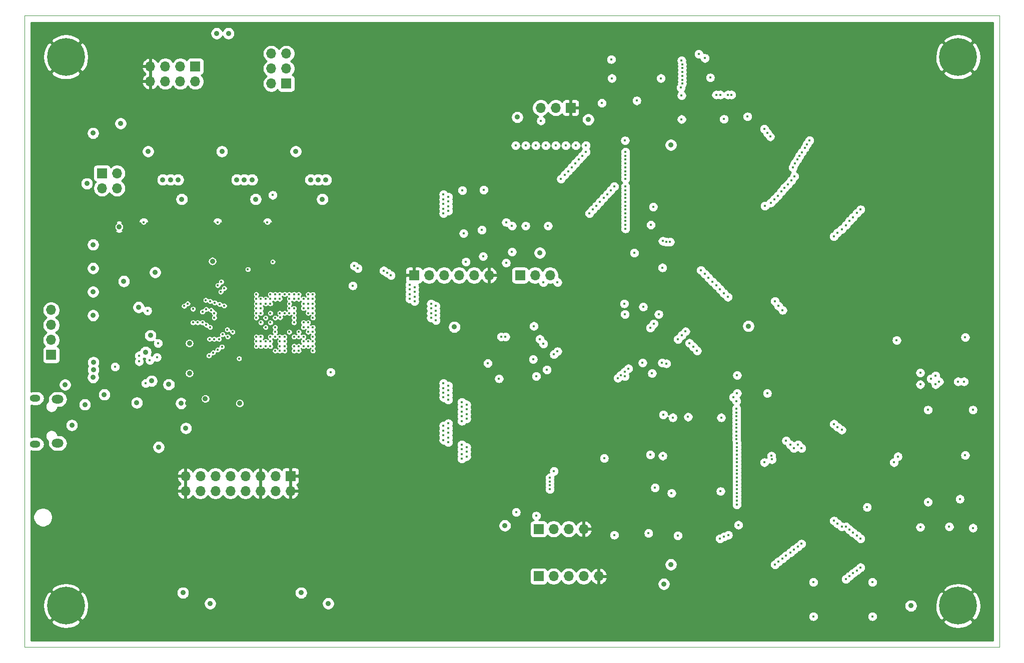
<source format=gbr>
G04 #@! TF.GenerationSoftware,KiCad,Pcbnew,5.1.6-c6e7f7d~87~ubuntu18.04.1*
G04 #@! TF.CreationDate,2020-08-16T18:02:23-07:00*
G04 #@! TF.ProjectId,spla-board,73706c61-2d62-46f6-9172-642e6b696361,10*
G04 #@! TF.SameCoordinates,Original*
G04 #@! TF.FileFunction,Copper,L2,Inr*
G04 #@! TF.FilePolarity,Positive*
%FSLAX46Y46*%
G04 Gerber Fmt 4.6, Leading zero omitted, Abs format (unit mm)*
G04 Created by KiCad (PCBNEW 5.1.6-c6e7f7d~87~ubuntu18.04.1) date 2020-08-16 18:02:23*
%MOMM*%
%LPD*%
G01*
G04 APERTURE LIST*
G04 #@! TA.AperFunction,Profile*
%ADD10C,0.050000*%
G04 #@! TD*
G04 #@! TA.AperFunction,ViaPad*
%ADD11O,1.700000X1.700000*%
G04 #@! TD*
G04 #@! TA.AperFunction,ViaPad*
%ADD12R,1.700000X1.700000*%
G04 #@! TD*
G04 #@! TA.AperFunction,ViaPad*
%ADD13C,6.400000*%
G04 #@! TD*
G04 #@! TA.AperFunction,ViaPad*
%ADD14O,1.800000X1.150000*%
G04 #@! TD*
G04 #@! TA.AperFunction,ViaPad*
%ADD15O,2.000000X1.450000*%
G04 #@! TD*
G04 #@! TA.AperFunction,ViaPad*
%ADD16C,0.900000*%
G04 #@! TD*
G04 #@! TA.AperFunction,ViaPad*
%ADD17C,0.450000*%
G04 #@! TD*
G04 #@! TA.AperFunction,Conductor*
%ADD18C,0.400000*%
G04 #@! TD*
G04 #@! TA.AperFunction,Conductor*
%ADD19C,0.254000*%
G04 #@! TD*
G04 APERTURE END LIST*
D10*
X53000000Y-155000000D02*
X53000000Y-48000000D01*
X218000000Y-48000000D02*
X218000000Y-155000000D01*
X53000000Y-48000000D02*
X218000000Y-48000000D01*
X53000000Y-155000000D02*
X218000000Y-155000000D01*
D11*
X150160000Y-143000000D03*
X147620000Y-143000000D03*
X145080000Y-143000000D03*
X142540000Y-143000000D03*
D12*
X140000000Y-143000000D03*
D11*
X131620000Y-92000000D03*
X129080000Y-92000000D03*
X126540000Y-92000000D03*
X124000000Y-92000000D03*
X121460000Y-92000000D03*
D12*
X118920000Y-92000000D03*
D11*
X68640000Y-77240000D03*
X66100000Y-77240000D03*
X68640000Y-74700000D03*
D12*
X66100000Y-74700000D03*
D11*
X141940000Y-92000000D03*
X139400000Y-92000000D03*
D12*
X136860000Y-92000000D03*
D11*
X80220000Y-128540000D03*
X80220000Y-126000000D03*
X82760000Y-128540000D03*
X82760000Y-126000000D03*
X85300000Y-128540000D03*
X85300000Y-126000000D03*
X87840000Y-128540000D03*
X87840000Y-126000000D03*
X90380000Y-128540000D03*
X90380000Y-126000000D03*
X92920000Y-128540000D03*
X92920000Y-126000000D03*
X95460000Y-128540000D03*
X95460000Y-126000000D03*
X98000000Y-128540000D03*
D12*
X98000000Y-126000000D03*
D13*
X60000000Y-148000000D03*
X211000000Y-148000000D03*
X211000000Y-55000000D03*
X60000000Y-55000000D03*
D11*
X147620000Y-135000000D03*
X145080000Y-135000000D03*
X142540000Y-135000000D03*
D12*
X140000000Y-135000000D03*
D11*
X140360000Y-63621000D03*
X142900000Y-63621000D03*
D12*
X145440000Y-63621000D03*
D11*
X94760000Y-54420000D03*
X97300000Y-54420000D03*
X94760000Y-56960000D03*
X97300000Y-56960000D03*
X94760000Y-59500000D03*
D12*
X97300000Y-59500000D03*
D11*
X74280000Y-59140000D03*
X74280000Y-56600000D03*
X76820000Y-59140000D03*
X76820000Y-56600000D03*
X79360000Y-59140000D03*
X79360000Y-56600000D03*
X81900000Y-59140000D03*
D12*
X81900000Y-56600000D03*
D14*
X54810000Y-120600000D03*
X54810000Y-112850000D03*
D15*
X58610000Y-120450000D03*
X58610000Y-113000000D03*
D11*
X57500000Y-97880000D03*
X57500000Y-100420000D03*
X57500000Y-102960000D03*
D12*
X57500000Y-105500000D03*
D16*
X61000000Y-119000000D03*
X86000000Y-144000000D03*
X85000000Y-144000000D03*
X84000000Y-144000000D03*
X86000000Y-142500000D03*
X85000000Y-142500000D03*
X84000000Y-142500000D03*
D17*
X90600000Y-106400000D03*
X103400000Y-93600000D03*
X90600000Y-93600000D03*
X92200000Y-100800000D03*
X93000000Y-100800000D03*
X101000000Y-94400000D03*
X97400000Y-106800000D03*
X90200000Y-102800000D03*
X96200000Y-100800000D03*
X97800000Y-99200000D03*
X97800000Y-100000000D03*
X97000000Y-99200000D03*
X97000000Y-100800000D03*
X97000000Y-101600000D03*
X96200000Y-101600000D03*
X93800000Y-104800000D03*
X95400000Y-98400000D03*
X95400000Y-97600000D03*
X98600000Y-100800000D03*
X100200000Y-104800000D03*
X97000000Y-100000000D03*
X95393409Y-100006613D03*
X93806597Y-95193394D03*
X177900000Y-113900000D03*
X145400000Y-65800000D03*
X162700000Y-106800000D03*
X159000000Y-115900000D03*
X166700000Y-111000000D03*
X179300000Y-144000000D03*
X189300000Y-144000000D03*
X189300000Y-149800000D03*
X179300000Y-149800000D03*
X137900000Y-76500000D03*
X141500000Y-76500000D03*
X137000000Y-102400000D03*
X127200000Y-82400000D03*
X130800000Y-82400000D03*
X196000000Y-120400000D03*
X175850000Y-58600000D03*
X203400000Y-114800000D03*
X203300000Y-134700000D03*
X196100000Y-100400000D03*
D16*
X87300000Y-148800000D03*
X81900000Y-140900000D03*
X81900000Y-139400000D03*
X81900000Y-138000000D03*
X107300000Y-148800000D03*
X105000000Y-144000000D03*
X106000000Y-144000000D03*
X101900000Y-140900000D03*
X104000000Y-142500000D03*
X101900000Y-139400000D03*
X104000000Y-144000000D03*
X101900000Y-138000000D03*
X106000000Y-142500000D03*
X105000000Y-142500000D03*
X83100000Y-121400000D03*
X90400000Y-121400000D03*
X77800000Y-136800000D03*
X95800000Y-136800000D03*
D17*
X141600000Y-82300000D03*
X137000000Y-108200000D03*
X168600000Y-114800000D03*
X195200000Y-144000000D03*
X185200000Y-144000000D03*
X97800000Y-100800000D03*
X127800000Y-88200000D03*
D16*
X72000000Y-112000000D03*
D17*
X159200000Y-125900000D03*
X97400000Y-93500000D03*
X163500000Y-86100000D03*
X157600000Y-96400000D03*
X157600000Y-99600000D03*
X157600000Y-105500000D03*
X130700000Y-70400000D03*
X130700000Y-76200000D03*
X153400000Y-62800000D03*
X159900000Y-55600000D03*
X152500000Y-52200000D03*
D16*
X79400000Y-70050000D03*
X71850000Y-72800000D03*
X77000000Y-65700000D03*
X71900000Y-66000000D03*
X84400000Y-66000000D03*
X89500000Y-65700000D03*
X84350000Y-72800000D03*
X91900000Y-70050000D03*
X104400000Y-70050000D03*
X102000000Y-65700000D03*
X96850000Y-72800000D03*
X96900000Y-66000000D03*
D17*
X154200000Y-56300000D03*
D16*
X103000000Y-58600000D03*
X103000000Y-61800000D03*
X103000000Y-55400000D03*
X86500000Y-53500000D03*
X67050000Y-62200000D03*
X61350000Y-72400000D03*
X87600000Y-75800000D03*
X100100000Y-75800000D03*
X75100000Y-75800000D03*
X73800000Y-79200000D03*
X86300000Y-79200000D03*
X98800000Y-79200000D03*
X77700000Y-113700000D03*
X80600000Y-113700000D03*
X80900000Y-105600000D03*
X75800000Y-110500000D03*
X73000000Y-99100000D03*
D17*
X99400000Y-97600000D03*
X97000000Y-96800000D03*
D16*
X71300000Y-121100000D03*
D17*
X139600000Y-131450000D03*
X136050000Y-126000000D03*
D16*
X152800000Y-65600000D03*
X86400000Y-89600000D03*
D17*
X127300000Y-70600000D03*
X148600000Y-55900000D03*
X175650000Y-54900000D03*
X98600000Y-101600000D03*
X90200000Y-97150000D03*
X106000000Y-93650000D03*
X157700000Y-90500000D03*
X130800000Y-102400000D03*
D16*
X138600000Y-88200000D03*
X121412500Y-149187500D03*
D17*
X103200000Y-106800000D03*
D16*
X67400000Y-103600000D03*
D17*
X161000000Y-61500000D03*
X160975000Y-65375000D03*
X158950000Y-76300000D03*
X162900000Y-90650000D03*
X139600000Y-125650000D03*
X162100000Y-121700000D03*
X156900000Y-135300000D03*
X167200000Y-126200000D03*
X167200000Y-121700000D03*
X161100000Y-128800000D03*
X152900000Y-129100000D03*
X169600000Y-136200000D03*
D16*
X70900000Y-87600000D03*
X80600000Y-94400000D03*
X156500000Y-144350000D03*
X136400000Y-63600000D03*
X135887500Y-134412500D03*
X59900000Y-106700000D03*
D17*
X173600000Y-74350000D03*
X158400000Y-108900000D03*
D16*
X159400000Y-139400000D03*
X175500000Y-96200000D03*
X134300000Y-134400000D03*
D17*
X96200000Y-102400000D03*
X97000000Y-102400000D03*
X97800000Y-101600000D03*
X95400000Y-102400000D03*
X94600000Y-98400000D03*
X96200000Y-98400000D03*
X97000000Y-98400000D03*
X97800000Y-98400000D03*
X98600000Y-97600000D03*
X98600000Y-99200000D03*
X96265173Y-99134827D03*
X151100000Y-123000000D03*
X162700000Y-116100000D03*
X186500000Y-149800000D03*
X196500000Y-149800000D03*
X137800000Y-83600000D03*
X127100000Y-77600000D03*
X133300000Y-109500000D03*
X150700000Y-62800000D03*
X99400000Y-101600000D03*
X99400000Y-102400000D03*
X127700000Y-89700000D03*
X168150000Y-55200000D03*
X154500000Y-96800000D03*
D16*
X77400000Y-110500000D03*
X80900000Y-103500000D03*
X80900000Y-108600000D03*
X74500000Y-109900000D03*
X63200000Y-113900000D03*
D17*
X108550000Y-93750000D03*
X90800000Y-91000000D03*
D16*
X80300000Y-117900000D03*
D17*
X136200000Y-132150000D03*
D16*
X125750000Y-100750000D03*
X148400000Y-65600000D03*
X84800000Y-89600000D03*
X73500000Y-105000000D03*
X74300000Y-102200000D03*
X140200000Y-88200000D03*
D17*
X104800000Y-108400000D03*
X152800000Y-136000000D03*
X162500000Y-128900000D03*
D16*
X75100000Y-91500000D03*
X69800000Y-93000000D03*
X161200000Y-144300000D03*
X136400000Y-65200000D03*
X75700000Y-121100000D03*
X59859000Y-110541000D03*
D17*
X139200000Y-100600000D03*
D16*
X203000000Y-148000000D03*
D17*
X140400000Y-65800000D03*
X170900000Y-116100000D03*
X186500000Y-144000000D03*
X196500000Y-144000000D03*
X157600000Y-106800000D03*
X141600000Y-83600000D03*
X178300000Y-80250000D03*
X213500000Y-134800000D03*
X161000000Y-122600000D03*
X213500000Y-114800000D03*
X130700000Y-77500000D03*
X152300000Y-55400000D03*
X152400000Y-58600000D03*
X160700000Y-58600000D03*
X156600000Y-62400000D03*
D16*
X87500000Y-51000000D03*
X85500000Y-51000000D03*
D17*
X139600000Y-109100000D03*
X139600000Y-132750000D03*
X169050000Y-58500000D03*
X157700000Y-97350000D03*
X130600000Y-88800000D03*
X154635000Y-69165000D03*
X160950000Y-90700000D03*
X173600000Y-108950000D03*
X171375000Y-65525000D03*
X158600000Y-135700000D03*
X170800000Y-128600000D03*
X163550000Y-136100000D03*
D16*
X162400000Y-69900000D03*
D17*
X178200000Y-123700000D03*
X161100000Y-115600000D03*
D16*
X162400000Y-141000000D03*
D17*
X161000000Y-86200000D03*
D16*
X175500000Y-100600000D03*
D17*
X75400000Y-105900000D03*
X86500000Y-102000000D03*
X72400000Y-105600000D03*
X87300000Y-101200000D03*
X87400000Y-102400000D03*
X72400000Y-106600000D03*
X88200000Y-101600000D03*
X74200000Y-106400000D03*
X159400000Y-80400000D03*
X159500000Y-100200000D03*
X142600000Y-105400000D03*
X161650000Y-86350000D03*
X143200000Y-104900000D03*
X143200000Y-93200000D03*
X162250000Y-86350000D03*
X135500000Y-83600000D03*
X135500000Y-88000000D03*
X134500000Y-83000000D03*
X134500000Y-89900000D03*
X95400000Y-99200000D03*
X98600000Y-102400000D03*
D16*
X89400000Y-113700000D03*
D17*
X89300000Y-106100000D03*
X94600000Y-100000000D03*
X95400000Y-100800000D03*
X95400000Y-101600000D03*
X97800000Y-97600000D03*
X98600000Y-98400000D03*
X98600000Y-100000000D03*
D16*
X83600000Y-112900000D03*
D17*
X154700000Y-83450000D03*
X159000000Y-83450000D03*
X131400000Y-106900000D03*
X101800000Y-100800000D03*
X122600000Y-97200000D03*
X158900000Y-100900000D03*
X139075000Y-106225000D03*
X154600000Y-108300000D03*
X154600000Y-98600000D03*
X160325000Y-98595000D03*
X94600000Y-103200000D03*
X85900000Y-102800000D03*
X93000000Y-102400000D03*
X85100000Y-102800000D03*
X93000000Y-104000000D03*
X84200000Y-105600000D03*
X113800000Y-91200000D03*
X93000000Y-98400000D03*
X85200000Y-96650000D03*
X92200000Y-99200000D03*
X84400000Y-96400000D03*
X93000000Y-103200000D03*
X85700000Y-104600000D03*
X92200000Y-103200000D03*
X86400000Y-104100000D03*
X92200000Y-97600000D03*
X73500000Y-110300000D03*
X101000000Y-100000000D03*
X133700000Y-102400000D03*
X92200000Y-96000000D03*
X86800000Y-94200000D03*
X93000000Y-96800000D03*
X85700000Y-93700000D03*
X92200000Y-96800000D03*
X86200000Y-94800000D03*
X93000000Y-97600000D03*
X86800000Y-97150000D03*
X92200000Y-98400000D03*
X86000000Y-96900000D03*
X92200000Y-104000000D03*
X84900000Y-105100000D03*
X92200000Y-102400000D03*
X84300000Y-102800000D03*
X100200000Y-100800000D03*
X134400000Y-102400000D03*
X115000000Y-92000000D03*
X93000000Y-96000000D03*
X86300000Y-93100000D03*
X95000000Y-78400000D03*
X95000000Y-89700000D03*
X99400000Y-104800000D03*
X99400000Y-104000000D03*
X100200000Y-104000000D03*
X101000000Y-104000000D03*
X75600000Y-103500000D03*
X85100000Y-98400000D03*
X85100000Y-99200000D03*
X97000000Y-104800000D03*
X98600000Y-104000000D03*
X98600000Y-104800000D03*
X97000000Y-103200000D03*
X97000000Y-104000000D03*
X93000000Y-100000000D03*
X82300000Y-100000000D03*
X80000000Y-97200000D03*
X83100000Y-98166656D03*
X83100000Y-100000000D03*
X84600000Y-97900000D03*
X84400000Y-100800000D03*
D16*
X72300000Y-97400000D03*
D17*
X83750000Y-100400000D03*
X83750000Y-97750000D03*
X80600000Y-96800000D03*
X96200000Y-104000000D03*
X96200000Y-104800000D03*
X96200000Y-103200000D03*
X95400000Y-104800000D03*
X94600000Y-102400000D03*
X94600000Y-104000000D03*
X93800000Y-104000000D03*
X123900000Y-112700000D03*
X124700000Y-112300000D03*
X123900000Y-111900000D03*
X101800000Y-98400000D03*
X100200000Y-100000000D03*
X100200000Y-97600000D03*
X101800000Y-102400000D03*
X119000000Y-94800000D03*
X118200000Y-95200000D03*
X127800000Y-121100000D03*
X123900000Y-111100000D03*
X124700000Y-80300000D03*
X124700000Y-81100000D03*
X127000000Y-113500000D03*
X124700000Y-113100000D03*
X124700000Y-111500000D03*
X127000000Y-114300000D03*
X121800000Y-98400000D03*
X100200000Y-102400000D03*
X101000000Y-101600000D03*
X101800000Y-103200000D03*
X122600000Y-98000000D03*
X118200000Y-94400000D03*
X119000000Y-95600000D03*
X127000000Y-120700000D03*
X124700000Y-110700000D03*
X123900000Y-79900000D03*
X123900000Y-80700000D03*
X101000000Y-96800000D03*
X124700000Y-120300000D03*
X124700000Y-118700000D03*
X124700000Y-117900000D03*
X127800000Y-113900000D03*
X122600000Y-98800000D03*
X121800000Y-99200000D03*
X101800000Y-97600000D03*
X101800000Y-101600000D03*
X109400000Y-90800000D03*
X122600000Y-99600000D03*
X127800000Y-121900000D03*
X127000000Y-121500000D03*
X124700000Y-117100000D03*
X127800000Y-116300000D03*
X101000000Y-95200000D03*
X101800000Y-95200000D03*
X101800000Y-96800000D03*
X123900000Y-119900000D03*
X123900000Y-118300000D03*
X123900000Y-117500000D03*
X121800000Y-97600000D03*
X101000000Y-98400000D03*
X108800000Y-90400000D03*
X119000000Y-94000000D03*
X118200000Y-96000000D03*
X127000000Y-122300000D03*
X127000000Y-123100000D03*
X127800000Y-115500000D03*
X127800000Y-114700000D03*
X124700000Y-78700000D03*
X124700000Y-79500000D03*
X100200000Y-96800000D03*
X124700000Y-119500000D03*
X123900000Y-119100000D03*
X101000000Y-100800000D03*
X118200000Y-93600000D03*
X119000000Y-96400000D03*
X127800000Y-122700000D03*
X123900000Y-110300000D03*
X127000000Y-115900000D03*
X127000000Y-115100000D03*
X123900000Y-78300000D03*
X123900000Y-79100000D03*
X100200000Y-96000000D03*
X101000000Y-96000000D03*
X101800000Y-96000000D03*
X164875000Y-101525000D03*
X163575000Y-102825000D03*
X164225000Y-102175000D03*
X165525000Y-103475000D03*
X166175000Y-104125000D03*
X166825000Y-104775000D03*
X167475000Y-91125000D03*
X168125000Y-91775000D03*
X168775000Y-92425000D03*
X169425000Y-93075000D03*
X170075000Y-93725000D03*
X170725000Y-94375000D03*
X171375000Y-95075000D03*
X172025000Y-95675000D03*
X205900000Y-130400000D03*
X178700000Y-112000000D03*
X200800000Y-122700000D03*
X205900000Y-114800000D03*
X179400000Y-122600000D03*
X173600000Y-112000000D03*
X211300000Y-129900000D03*
X172950000Y-112650000D03*
X200150000Y-123700000D03*
X173550000Y-123700000D03*
X179500000Y-123200000D03*
X212000000Y-110000000D03*
X200600000Y-103000000D03*
X173500000Y-113300000D03*
X173500000Y-114600000D03*
X173500000Y-115250000D03*
X173500000Y-115900000D03*
X173500000Y-116550000D03*
X173500000Y-117200000D03*
X173500000Y-117850000D03*
X173500000Y-118500000D03*
X173500000Y-119150000D03*
X173500000Y-119800000D03*
X173550000Y-120450000D03*
X204600000Y-110500000D03*
X204600000Y-108500000D03*
X173550000Y-121100000D03*
X207200000Y-110500000D03*
X207200000Y-109000000D03*
X173550000Y-121750000D03*
X212200000Y-102500000D03*
X206400000Y-109500000D03*
X173550000Y-122400000D03*
X211000000Y-110000000D03*
X207800000Y-110000000D03*
X173550000Y-123050000D03*
X173550000Y-124350000D03*
X173550000Y-125000000D03*
X173550000Y-125650000D03*
X173550000Y-126300000D03*
X173550000Y-126950000D03*
X173550000Y-127600000D03*
X173550000Y-128250000D03*
X173550000Y-128900000D03*
X173550000Y-129550000D03*
X173550000Y-130200000D03*
X173550000Y-130850000D03*
X204600000Y-134700000D03*
X195600000Y-131300000D03*
X173800000Y-134300000D03*
X212200000Y-122500000D03*
X172100000Y-136000000D03*
X209500000Y-134600000D03*
X171400000Y-136300000D03*
X170700000Y-136600000D03*
X183300000Y-75200000D03*
X184500000Y-121300000D03*
X184500000Y-137500000D03*
X182800000Y-75900000D03*
X183900000Y-120700000D03*
X183900000Y-138000000D03*
X182200000Y-76600000D03*
X183200000Y-121300000D03*
X183200000Y-138500000D03*
X181600000Y-77200000D03*
X182600000Y-120700000D03*
X182600000Y-139000000D03*
X181100000Y-77800000D03*
X181900000Y-120000000D03*
X181900000Y-139500000D03*
X181300000Y-97900000D03*
X180500000Y-78500000D03*
X181300000Y-140000000D03*
X180600000Y-97200000D03*
X179900000Y-79100000D03*
X180600000Y-140500000D03*
X180000000Y-96400000D03*
X179300000Y-79700000D03*
X180000000Y-141000000D03*
X194500000Y-136600000D03*
X185850000Y-69150000D03*
X194500000Y-80850000D03*
X194500000Y-141500000D03*
X193900000Y-136100000D03*
X185400000Y-69800000D03*
X193900000Y-81450000D03*
X193900000Y-142000000D03*
X193200000Y-135600000D03*
X185050000Y-70450000D03*
X193200000Y-82200000D03*
X193200000Y-142500000D03*
X192600000Y-82800000D03*
X192600000Y-135100000D03*
X184550000Y-71150000D03*
X192600000Y-143000000D03*
X192000000Y-134600000D03*
X184150000Y-71750000D03*
X192000000Y-83500000D03*
X192000000Y-143500000D03*
X191300000Y-134600000D03*
X191300000Y-118200000D03*
X183800000Y-72400000D03*
X191300000Y-84200000D03*
X190600000Y-134100000D03*
X190600000Y-117700000D03*
X183350000Y-73050000D03*
X190565000Y-84765000D03*
X190000000Y-133600000D03*
X190000000Y-117200000D03*
X183050000Y-73750000D03*
X189985000Y-85415000D03*
X141900000Y-128250000D03*
X141900000Y-127600000D03*
X141900000Y-126950000D03*
X141900000Y-126300000D03*
X136100000Y-70000000D03*
X154700000Y-75650000D03*
X143800000Y-75650000D03*
X137800000Y-70000000D03*
X154700000Y-75000000D03*
X144400000Y-75000000D03*
X139500000Y-70000000D03*
X154700000Y-74350000D03*
X145000000Y-74350000D03*
X141200000Y-70000000D03*
X154700000Y-73700000D03*
X145600000Y-73700000D03*
X142900000Y-70000000D03*
X154700000Y-73050000D03*
X146200000Y-73050000D03*
X144600000Y-70000000D03*
X154700000Y-72400000D03*
X146800000Y-72400000D03*
X146300000Y-70000000D03*
X154700000Y-71750000D03*
X147400000Y-71750000D03*
X148000000Y-70000000D03*
X154700000Y-71100000D03*
X148000000Y-71100000D03*
X154700000Y-81500000D03*
X148600000Y-81500000D03*
X154700000Y-80850000D03*
X149200000Y-80850000D03*
X154700000Y-80200000D03*
X149800000Y-80200000D03*
X154700000Y-79550000D03*
X150400000Y-79550000D03*
X154700000Y-78900000D03*
X151000000Y-78900000D03*
X154700000Y-78250000D03*
X151600000Y-78250000D03*
X154700000Y-77600000D03*
X152200000Y-77600000D03*
X154700000Y-76950000D03*
X152800000Y-76950000D03*
X153400000Y-109400000D03*
X153900000Y-108900000D03*
X130400000Y-84300000D03*
X154700000Y-82150000D03*
X127300000Y-84900000D03*
X154700000Y-82800000D03*
X154700000Y-84100000D03*
X156200000Y-88200000D03*
X142600000Y-125200000D03*
X140800000Y-93200000D03*
X155200000Y-107800000D03*
X140200000Y-102800000D03*
X96200000Y-95200000D03*
X97800000Y-96000000D03*
X98600000Y-96000000D03*
X97800000Y-96800000D03*
X98600000Y-95200000D03*
X101800000Y-99200000D03*
X94600000Y-96800000D03*
X93800000Y-96000000D03*
X68300000Y-107500000D03*
X73800000Y-98000000D03*
X81500000Y-97700000D03*
X81500000Y-100000000D03*
X97000000Y-95200000D03*
X97800000Y-95200000D03*
X95400000Y-95200000D03*
X94600000Y-95200000D03*
X92200000Y-95200000D03*
X96200000Y-96000000D03*
X94600000Y-96000000D03*
X93800000Y-96800000D03*
X154600000Y-109100000D03*
X179200000Y-68500000D03*
X178700000Y-67900000D03*
X178200000Y-67200000D03*
X175350000Y-65100000D03*
X172650000Y-61400000D03*
X172000000Y-61400000D03*
X170750000Y-61400000D03*
X170050000Y-61400000D03*
X164300000Y-56300000D03*
X164300000Y-56900000D03*
X164300000Y-57500000D03*
X164300000Y-58200000D03*
X164300000Y-58900000D03*
X164300000Y-59500000D03*
X164100000Y-60200000D03*
X140800000Y-103600000D03*
D16*
X72000000Y-113600000D03*
X79500000Y-113700000D03*
X61000000Y-117400000D03*
X64650000Y-106750000D03*
X64650000Y-108000000D03*
X64600000Y-109300000D03*
X66500000Y-112200000D03*
D17*
X95400000Y-96000000D03*
X101800000Y-104000000D03*
X101800000Y-104800000D03*
X100200000Y-103200000D03*
X99400000Y-96000000D03*
X123900000Y-81500000D03*
X101000000Y-97600000D03*
X158900000Y-122400000D03*
X165300000Y-116000000D03*
X127000000Y-116700000D03*
X159700000Y-128000000D03*
X93800000Y-103200000D03*
X99400000Y-95200000D03*
X164200000Y-55600000D03*
X167100000Y-54500000D03*
D16*
X104400000Y-147600000D03*
X99800000Y-145800000D03*
X84400000Y-147600000D03*
X79800000Y-145800000D03*
X64600000Y-98800000D03*
X64600000Y-94800000D03*
X64600000Y-90800000D03*
X64600000Y-86800000D03*
D17*
X121800000Y-96800000D03*
X114400000Y-91600000D03*
X141400000Y-108000000D03*
X161650000Y-106950000D03*
X101000000Y-103200000D03*
D16*
X73900000Y-71000000D03*
X86400000Y-71000000D03*
X98900000Y-71000000D03*
X69250000Y-66250000D03*
X63550000Y-76450000D03*
X91500000Y-75800000D03*
X88900000Y-75800000D03*
X104000000Y-75800000D03*
X101400000Y-75800000D03*
X76400000Y-75800000D03*
X79000000Y-75800000D03*
X79600000Y-79100000D03*
X92100000Y-79100000D03*
X103400000Y-79100000D03*
X90200000Y-75800000D03*
X102700000Y-75800000D03*
X77700000Y-75800000D03*
D17*
X93800000Y-100800000D03*
X93800000Y-99200000D03*
X83650000Y-96200000D03*
X85650000Y-83000000D03*
X73150000Y-83000000D03*
X94100000Y-83000000D03*
D16*
X69000000Y-83800000D03*
X64600000Y-67900000D03*
D17*
X159200000Y-108600000D03*
X160900000Y-106800000D03*
X164200000Y-61500000D03*
X164200000Y-65550000D03*
D18*
X95393409Y-100006613D02*
X95406613Y-100006613D01*
D19*
G36*
X216873000Y-153873000D02*
G01*
X54127000Y-153873000D01*
X54127000Y-150700881D01*
X57478724Y-150700881D01*
X57838912Y-151190548D01*
X58502882Y-151550849D01*
X59224385Y-151774694D01*
X59975695Y-151853480D01*
X60727938Y-151784178D01*
X61452208Y-151569452D01*
X62120670Y-151217555D01*
X62161088Y-151190548D01*
X62521276Y-150700881D01*
X208478724Y-150700881D01*
X208838912Y-151190548D01*
X209502882Y-151550849D01*
X210224385Y-151774694D01*
X210975695Y-151853480D01*
X211727938Y-151784178D01*
X212452208Y-151569452D01*
X213120670Y-151217555D01*
X213161088Y-151190548D01*
X213521276Y-150700881D01*
X211000000Y-148179605D01*
X208478724Y-150700881D01*
X62521276Y-150700881D01*
X60000000Y-148179605D01*
X57478724Y-150700881D01*
X54127000Y-150700881D01*
X54127000Y-147975695D01*
X56146520Y-147975695D01*
X56215822Y-148727938D01*
X56430548Y-149452208D01*
X56782445Y-150120670D01*
X56809452Y-150161088D01*
X57299119Y-150521276D01*
X59820395Y-148000000D01*
X60179605Y-148000000D01*
X62700881Y-150521276D01*
X63190548Y-150161088D01*
X63432454Y-149715297D01*
X185640000Y-149715297D01*
X185640000Y-149884703D01*
X185673049Y-150050853D01*
X185737878Y-150207363D01*
X185831995Y-150348218D01*
X185951782Y-150468005D01*
X186092637Y-150562122D01*
X186249147Y-150626951D01*
X186415297Y-150660000D01*
X186584703Y-150660000D01*
X186750853Y-150626951D01*
X186907363Y-150562122D01*
X187048218Y-150468005D01*
X187168005Y-150348218D01*
X187262122Y-150207363D01*
X187326951Y-150050853D01*
X187360000Y-149884703D01*
X187360000Y-149715297D01*
X195640000Y-149715297D01*
X195640000Y-149884703D01*
X195673049Y-150050853D01*
X195737878Y-150207363D01*
X195831995Y-150348218D01*
X195951782Y-150468005D01*
X196092637Y-150562122D01*
X196249147Y-150626951D01*
X196415297Y-150660000D01*
X196584703Y-150660000D01*
X196750853Y-150626951D01*
X196907363Y-150562122D01*
X197048218Y-150468005D01*
X197168005Y-150348218D01*
X197262122Y-150207363D01*
X197326951Y-150050853D01*
X197360000Y-149884703D01*
X197360000Y-149715297D01*
X197326951Y-149549147D01*
X197262122Y-149392637D01*
X197168005Y-149251782D01*
X197048218Y-149131995D01*
X196907363Y-149037878D01*
X196750853Y-148973049D01*
X196584703Y-148940000D01*
X196415297Y-148940000D01*
X196249147Y-148973049D01*
X196092637Y-149037878D01*
X195951782Y-149131995D01*
X195831995Y-149251782D01*
X195737878Y-149392637D01*
X195673049Y-149549147D01*
X195640000Y-149715297D01*
X187360000Y-149715297D01*
X187326951Y-149549147D01*
X187262122Y-149392637D01*
X187168005Y-149251782D01*
X187048218Y-149131995D01*
X186907363Y-149037878D01*
X186750853Y-148973049D01*
X186584703Y-148940000D01*
X186415297Y-148940000D01*
X186249147Y-148973049D01*
X186092637Y-149037878D01*
X185951782Y-149131995D01*
X185831995Y-149251782D01*
X185737878Y-149392637D01*
X185673049Y-149549147D01*
X185640000Y-149715297D01*
X63432454Y-149715297D01*
X63550849Y-149497118D01*
X63774694Y-148775615D01*
X63853480Y-148024305D01*
X63804546Y-147493137D01*
X83315000Y-147493137D01*
X83315000Y-147706863D01*
X83356696Y-147916483D01*
X83438485Y-148113940D01*
X83557225Y-148291647D01*
X83708353Y-148442775D01*
X83886060Y-148561515D01*
X84083517Y-148643304D01*
X84293137Y-148685000D01*
X84506863Y-148685000D01*
X84716483Y-148643304D01*
X84913940Y-148561515D01*
X85091647Y-148442775D01*
X85242775Y-148291647D01*
X85361515Y-148113940D01*
X85443304Y-147916483D01*
X85485000Y-147706863D01*
X85485000Y-147493137D01*
X103315000Y-147493137D01*
X103315000Y-147706863D01*
X103356696Y-147916483D01*
X103438485Y-148113940D01*
X103557225Y-148291647D01*
X103708353Y-148442775D01*
X103886060Y-148561515D01*
X104083517Y-148643304D01*
X104293137Y-148685000D01*
X104506863Y-148685000D01*
X104716483Y-148643304D01*
X104913940Y-148561515D01*
X105091647Y-148442775D01*
X105242775Y-148291647D01*
X105361515Y-148113940D01*
X105443304Y-147916483D01*
X105447947Y-147893137D01*
X201915000Y-147893137D01*
X201915000Y-148106863D01*
X201956696Y-148316483D01*
X202038485Y-148513940D01*
X202157225Y-148691647D01*
X202308353Y-148842775D01*
X202486060Y-148961515D01*
X202683517Y-149043304D01*
X202893137Y-149085000D01*
X203106863Y-149085000D01*
X203316483Y-149043304D01*
X203513940Y-148961515D01*
X203691647Y-148842775D01*
X203842775Y-148691647D01*
X203961515Y-148513940D01*
X204043304Y-148316483D01*
X204085000Y-148106863D01*
X204085000Y-147975695D01*
X207146520Y-147975695D01*
X207215822Y-148727938D01*
X207430548Y-149452208D01*
X207782445Y-150120670D01*
X207809452Y-150161088D01*
X208299119Y-150521276D01*
X210820395Y-148000000D01*
X211179605Y-148000000D01*
X213700881Y-150521276D01*
X214190548Y-150161088D01*
X214550849Y-149497118D01*
X214774694Y-148775615D01*
X214853480Y-148024305D01*
X214784178Y-147272062D01*
X214569452Y-146547792D01*
X214217555Y-145879330D01*
X214190548Y-145838912D01*
X213700881Y-145478724D01*
X211179605Y-148000000D01*
X210820395Y-148000000D01*
X208299119Y-145478724D01*
X207809452Y-145838912D01*
X207449151Y-146502882D01*
X207225306Y-147224385D01*
X207146520Y-147975695D01*
X204085000Y-147975695D01*
X204085000Y-147893137D01*
X204043304Y-147683517D01*
X203961515Y-147486060D01*
X203842775Y-147308353D01*
X203691647Y-147157225D01*
X203513940Y-147038485D01*
X203316483Y-146956696D01*
X203106863Y-146915000D01*
X202893137Y-146915000D01*
X202683517Y-146956696D01*
X202486060Y-147038485D01*
X202308353Y-147157225D01*
X202157225Y-147308353D01*
X202038485Y-147486060D01*
X201956696Y-147683517D01*
X201915000Y-147893137D01*
X105447947Y-147893137D01*
X105485000Y-147706863D01*
X105485000Y-147493137D01*
X105443304Y-147283517D01*
X105361515Y-147086060D01*
X105242775Y-146908353D01*
X105091647Y-146757225D01*
X104913940Y-146638485D01*
X104716483Y-146556696D01*
X104506863Y-146515000D01*
X104293137Y-146515000D01*
X104083517Y-146556696D01*
X103886060Y-146638485D01*
X103708353Y-146757225D01*
X103557225Y-146908353D01*
X103438485Y-147086060D01*
X103356696Y-147283517D01*
X103315000Y-147493137D01*
X85485000Y-147493137D01*
X85443304Y-147283517D01*
X85361515Y-147086060D01*
X85242775Y-146908353D01*
X85091647Y-146757225D01*
X84913940Y-146638485D01*
X84716483Y-146556696D01*
X84506863Y-146515000D01*
X84293137Y-146515000D01*
X84083517Y-146556696D01*
X83886060Y-146638485D01*
X83708353Y-146757225D01*
X83557225Y-146908353D01*
X83438485Y-147086060D01*
X83356696Y-147283517D01*
X83315000Y-147493137D01*
X63804546Y-147493137D01*
X63784178Y-147272062D01*
X63569452Y-146547792D01*
X63217555Y-145879330D01*
X63190548Y-145838912D01*
X62992371Y-145693137D01*
X78715000Y-145693137D01*
X78715000Y-145906863D01*
X78756696Y-146116483D01*
X78838485Y-146313940D01*
X78957225Y-146491647D01*
X79108353Y-146642775D01*
X79286060Y-146761515D01*
X79483517Y-146843304D01*
X79693137Y-146885000D01*
X79906863Y-146885000D01*
X80116483Y-146843304D01*
X80313940Y-146761515D01*
X80491647Y-146642775D01*
X80642775Y-146491647D01*
X80761515Y-146313940D01*
X80843304Y-146116483D01*
X80885000Y-145906863D01*
X80885000Y-145693137D01*
X98715000Y-145693137D01*
X98715000Y-145906863D01*
X98756696Y-146116483D01*
X98838485Y-146313940D01*
X98957225Y-146491647D01*
X99108353Y-146642775D01*
X99286060Y-146761515D01*
X99483517Y-146843304D01*
X99693137Y-146885000D01*
X99906863Y-146885000D01*
X100116483Y-146843304D01*
X100313940Y-146761515D01*
X100491647Y-146642775D01*
X100642775Y-146491647D01*
X100761515Y-146313940D01*
X100843304Y-146116483D01*
X100885000Y-145906863D01*
X100885000Y-145693137D01*
X100843304Y-145483517D01*
X100761515Y-145286060D01*
X100642775Y-145108353D01*
X100491647Y-144957225D01*
X100313940Y-144838485D01*
X100116483Y-144756696D01*
X99906863Y-144715000D01*
X99693137Y-144715000D01*
X99483517Y-144756696D01*
X99286060Y-144838485D01*
X99108353Y-144957225D01*
X98957225Y-145108353D01*
X98838485Y-145286060D01*
X98756696Y-145483517D01*
X98715000Y-145693137D01*
X80885000Y-145693137D01*
X80843304Y-145483517D01*
X80761515Y-145286060D01*
X80642775Y-145108353D01*
X80491647Y-144957225D01*
X80313940Y-144838485D01*
X80116483Y-144756696D01*
X79906863Y-144715000D01*
X79693137Y-144715000D01*
X79483517Y-144756696D01*
X79286060Y-144838485D01*
X79108353Y-144957225D01*
X78957225Y-145108353D01*
X78838485Y-145286060D01*
X78756696Y-145483517D01*
X78715000Y-145693137D01*
X62992371Y-145693137D01*
X62700881Y-145478724D01*
X60179605Y-148000000D01*
X59820395Y-148000000D01*
X57299119Y-145478724D01*
X56809452Y-145838912D01*
X56449151Y-146502882D01*
X56225306Y-147224385D01*
X56146520Y-147975695D01*
X54127000Y-147975695D01*
X54127000Y-145299119D01*
X57478724Y-145299119D01*
X60000000Y-147820395D01*
X62521276Y-145299119D01*
X62161088Y-144809452D01*
X61497118Y-144449151D01*
X60775615Y-144225306D01*
X60024305Y-144146520D01*
X59272062Y-144215822D01*
X58547792Y-144430548D01*
X57879330Y-144782445D01*
X57838912Y-144809452D01*
X57478724Y-145299119D01*
X54127000Y-145299119D01*
X54127000Y-142150000D01*
X138511928Y-142150000D01*
X138511928Y-143850000D01*
X138524188Y-143974482D01*
X138560498Y-144094180D01*
X138619463Y-144204494D01*
X138698815Y-144301185D01*
X138795506Y-144380537D01*
X138905820Y-144439502D01*
X139025518Y-144475812D01*
X139150000Y-144488072D01*
X140850000Y-144488072D01*
X140974482Y-144475812D01*
X141094180Y-144439502D01*
X141204494Y-144380537D01*
X141301185Y-144301185D01*
X141380537Y-144204494D01*
X141439502Y-144094180D01*
X141461513Y-144021620D01*
X141593368Y-144153475D01*
X141836589Y-144315990D01*
X142106842Y-144427932D01*
X142393740Y-144485000D01*
X142686260Y-144485000D01*
X142973158Y-144427932D01*
X143243411Y-144315990D01*
X143486632Y-144153475D01*
X143693475Y-143946632D01*
X143810000Y-143772240D01*
X143926525Y-143946632D01*
X144133368Y-144153475D01*
X144376589Y-144315990D01*
X144646842Y-144427932D01*
X144933740Y-144485000D01*
X145226260Y-144485000D01*
X145513158Y-144427932D01*
X145783411Y-144315990D01*
X146026632Y-144153475D01*
X146233475Y-143946632D01*
X146350000Y-143772240D01*
X146466525Y-143946632D01*
X146673368Y-144153475D01*
X146916589Y-144315990D01*
X147186842Y-144427932D01*
X147473740Y-144485000D01*
X147766260Y-144485000D01*
X148053158Y-144427932D01*
X148323411Y-144315990D01*
X148566632Y-144153475D01*
X148773475Y-143946632D01*
X148895195Y-143764466D01*
X148964822Y-143881355D01*
X149159731Y-144097588D01*
X149393080Y-144271641D01*
X149655901Y-144396825D01*
X149803110Y-144441476D01*
X150033000Y-144320155D01*
X150033000Y-143127000D01*
X150287000Y-143127000D01*
X150287000Y-144320155D01*
X150516890Y-144441476D01*
X150664099Y-144396825D01*
X150926920Y-144271641D01*
X151032168Y-144193137D01*
X160115000Y-144193137D01*
X160115000Y-144406863D01*
X160156696Y-144616483D01*
X160238485Y-144813940D01*
X160357225Y-144991647D01*
X160508353Y-145142775D01*
X160686060Y-145261515D01*
X160883517Y-145343304D01*
X161093137Y-145385000D01*
X161306863Y-145385000D01*
X161516483Y-145343304D01*
X161623155Y-145299119D01*
X208478724Y-145299119D01*
X211000000Y-147820395D01*
X213521276Y-145299119D01*
X213161088Y-144809452D01*
X212497118Y-144449151D01*
X211775615Y-144225306D01*
X211024305Y-144146520D01*
X210272062Y-144215822D01*
X209547792Y-144430548D01*
X208879330Y-144782445D01*
X208838912Y-144809452D01*
X208478724Y-145299119D01*
X161623155Y-145299119D01*
X161713940Y-145261515D01*
X161891647Y-145142775D01*
X162042775Y-144991647D01*
X162161515Y-144813940D01*
X162243304Y-144616483D01*
X162285000Y-144406863D01*
X162285000Y-144193137D01*
X162243304Y-143983517D01*
X162215047Y-143915297D01*
X185640000Y-143915297D01*
X185640000Y-144084703D01*
X185673049Y-144250853D01*
X185737878Y-144407363D01*
X185831995Y-144548218D01*
X185951782Y-144668005D01*
X186092637Y-144762122D01*
X186249147Y-144826951D01*
X186415297Y-144860000D01*
X186584703Y-144860000D01*
X186750853Y-144826951D01*
X186907363Y-144762122D01*
X187048218Y-144668005D01*
X187168005Y-144548218D01*
X187262122Y-144407363D01*
X187326951Y-144250853D01*
X187360000Y-144084703D01*
X187360000Y-143915297D01*
X187326951Y-143749147D01*
X187262122Y-143592637D01*
X187168005Y-143451782D01*
X187131520Y-143415297D01*
X191140000Y-143415297D01*
X191140000Y-143584703D01*
X191173049Y-143750853D01*
X191237878Y-143907363D01*
X191331995Y-144048218D01*
X191451782Y-144168005D01*
X191592637Y-144262122D01*
X191749147Y-144326951D01*
X191915297Y-144360000D01*
X192084703Y-144360000D01*
X192250853Y-144326951D01*
X192407363Y-144262122D01*
X192548218Y-144168005D01*
X192668005Y-144048218D01*
X192756820Y-143915297D01*
X195640000Y-143915297D01*
X195640000Y-144084703D01*
X195673049Y-144250853D01*
X195737878Y-144407363D01*
X195831995Y-144548218D01*
X195951782Y-144668005D01*
X196092637Y-144762122D01*
X196249147Y-144826951D01*
X196415297Y-144860000D01*
X196584703Y-144860000D01*
X196750853Y-144826951D01*
X196907363Y-144762122D01*
X197048218Y-144668005D01*
X197168005Y-144548218D01*
X197262122Y-144407363D01*
X197326951Y-144250853D01*
X197360000Y-144084703D01*
X197360000Y-143915297D01*
X197326951Y-143749147D01*
X197262122Y-143592637D01*
X197168005Y-143451782D01*
X197048218Y-143331995D01*
X196907363Y-143237878D01*
X196750853Y-143173049D01*
X196584703Y-143140000D01*
X196415297Y-143140000D01*
X196249147Y-143173049D01*
X196092637Y-143237878D01*
X195951782Y-143331995D01*
X195831995Y-143451782D01*
X195737878Y-143592637D01*
X195673049Y-143749147D01*
X195640000Y-143915297D01*
X192756820Y-143915297D01*
X192762122Y-143907363D01*
X192790454Y-143838965D01*
X192850853Y-143826951D01*
X193007363Y-143762122D01*
X193148218Y-143668005D01*
X193268005Y-143548218D01*
X193362122Y-143407363D01*
X193390454Y-143338965D01*
X193450853Y-143326951D01*
X193607363Y-143262122D01*
X193748218Y-143168005D01*
X193868005Y-143048218D01*
X193962122Y-142907363D01*
X193981741Y-142860000D01*
X193984703Y-142860000D01*
X194150853Y-142826951D01*
X194307363Y-142762122D01*
X194448218Y-142668005D01*
X194568005Y-142548218D01*
X194662122Y-142407363D01*
X194690454Y-142338965D01*
X194750853Y-142326951D01*
X194907363Y-142262122D01*
X195048218Y-142168005D01*
X195168005Y-142048218D01*
X195262122Y-141907363D01*
X195326951Y-141750853D01*
X195360000Y-141584703D01*
X195360000Y-141415297D01*
X195326951Y-141249147D01*
X195262122Y-141092637D01*
X195168005Y-140951782D01*
X195048218Y-140831995D01*
X194907363Y-140737878D01*
X194750853Y-140673049D01*
X194584703Y-140640000D01*
X194415297Y-140640000D01*
X194249147Y-140673049D01*
X194092637Y-140737878D01*
X193951782Y-140831995D01*
X193831995Y-140951782D01*
X193737878Y-141092637D01*
X193709546Y-141161035D01*
X193649147Y-141173049D01*
X193492637Y-141237878D01*
X193351782Y-141331995D01*
X193231995Y-141451782D01*
X193137878Y-141592637D01*
X193118259Y-141640000D01*
X193115297Y-141640000D01*
X192949147Y-141673049D01*
X192792637Y-141737878D01*
X192651782Y-141831995D01*
X192531995Y-141951782D01*
X192437878Y-142092637D01*
X192409546Y-142161035D01*
X192349147Y-142173049D01*
X192192637Y-142237878D01*
X192051782Y-142331995D01*
X191931995Y-142451782D01*
X191837878Y-142592637D01*
X191809546Y-142661035D01*
X191749147Y-142673049D01*
X191592637Y-142737878D01*
X191451782Y-142831995D01*
X191331995Y-142951782D01*
X191237878Y-143092637D01*
X191173049Y-143249147D01*
X191140000Y-143415297D01*
X187131520Y-143415297D01*
X187048218Y-143331995D01*
X186907363Y-143237878D01*
X186750853Y-143173049D01*
X186584703Y-143140000D01*
X186415297Y-143140000D01*
X186249147Y-143173049D01*
X186092637Y-143237878D01*
X185951782Y-143331995D01*
X185831995Y-143451782D01*
X185737878Y-143592637D01*
X185673049Y-143749147D01*
X185640000Y-143915297D01*
X162215047Y-143915297D01*
X162161515Y-143786060D01*
X162042775Y-143608353D01*
X161891647Y-143457225D01*
X161713940Y-143338485D01*
X161516483Y-143256696D01*
X161306863Y-143215000D01*
X161093137Y-143215000D01*
X160883517Y-143256696D01*
X160686060Y-143338485D01*
X160508353Y-143457225D01*
X160357225Y-143608353D01*
X160238485Y-143786060D01*
X160156696Y-143983517D01*
X160115000Y-144193137D01*
X151032168Y-144193137D01*
X151160269Y-144097588D01*
X151355178Y-143881355D01*
X151504157Y-143631252D01*
X151601481Y-143356891D01*
X151480814Y-143127000D01*
X150287000Y-143127000D01*
X150033000Y-143127000D01*
X150013000Y-143127000D01*
X150013000Y-142873000D01*
X150033000Y-142873000D01*
X150033000Y-141679845D01*
X150287000Y-141679845D01*
X150287000Y-142873000D01*
X151480814Y-142873000D01*
X151601481Y-142643109D01*
X151504157Y-142368748D01*
X151355178Y-142118645D01*
X151160269Y-141902412D01*
X150926920Y-141728359D01*
X150664099Y-141603175D01*
X150516890Y-141558524D01*
X150287000Y-141679845D01*
X150033000Y-141679845D01*
X149803110Y-141558524D01*
X149655901Y-141603175D01*
X149393080Y-141728359D01*
X149159731Y-141902412D01*
X148964822Y-142118645D01*
X148895195Y-142235534D01*
X148773475Y-142053368D01*
X148566632Y-141846525D01*
X148323411Y-141684010D01*
X148053158Y-141572068D01*
X147766260Y-141515000D01*
X147473740Y-141515000D01*
X147186842Y-141572068D01*
X146916589Y-141684010D01*
X146673368Y-141846525D01*
X146466525Y-142053368D01*
X146350000Y-142227760D01*
X146233475Y-142053368D01*
X146026632Y-141846525D01*
X145783411Y-141684010D01*
X145513158Y-141572068D01*
X145226260Y-141515000D01*
X144933740Y-141515000D01*
X144646842Y-141572068D01*
X144376589Y-141684010D01*
X144133368Y-141846525D01*
X143926525Y-142053368D01*
X143810000Y-142227760D01*
X143693475Y-142053368D01*
X143486632Y-141846525D01*
X143243411Y-141684010D01*
X142973158Y-141572068D01*
X142686260Y-141515000D01*
X142393740Y-141515000D01*
X142106842Y-141572068D01*
X141836589Y-141684010D01*
X141593368Y-141846525D01*
X141461513Y-141978380D01*
X141439502Y-141905820D01*
X141380537Y-141795506D01*
X141301185Y-141698815D01*
X141204494Y-141619463D01*
X141094180Y-141560498D01*
X140974482Y-141524188D01*
X140850000Y-141511928D01*
X139150000Y-141511928D01*
X139025518Y-141524188D01*
X138905820Y-141560498D01*
X138795506Y-141619463D01*
X138698815Y-141698815D01*
X138619463Y-141795506D01*
X138560498Y-141905820D01*
X138524188Y-142025518D01*
X138511928Y-142150000D01*
X54127000Y-142150000D01*
X54127000Y-140893137D01*
X161315000Y-140893137D01*
X161315000Y-141106863D01*
X161356696Y-141316483D01*
X161438485Y-141513940D01*
X161557225Y-141691647D01*
X161708353Y-141842775D01*
X161886060Y-141961515D01*
X162083517Y-142043304D01*
X162293137Y-142085000D01*
X162506863Y-142085000D01*
X162716483Y-142043304D01*
X162913940Y-141961515D01*
X163091647Y-141842775D01*
X163242775Y-141691647D01*
X163361515Y-141513940D01*
X163443304Y-141316483D01*
X163485000Y-141106863D01*
X163485000Y-140915297D01*
X179140000Y-140915297D01*
X179140000Y-141084703D01*
X179173049Y-141250853D01*
X179237878Y-141407363D01*
X179331995Y-141548218D01*
X179451782Y-141668005D01*
X179592637Y-141762122D01*
X179749147Y-141826951D01*
X179915297Y-141860000D01*
X180084703Y-141860000D01*
X180250853Y-141826951D01*
X180407363Y-141762122D01*
X180548218Y-141668005D01*
X180668005Y-141548218D01*
X180762122Y-141407363D01*
X180790454Y-141338965D01*
X180850853Y-141326951D01*
X181007363Y-141262122D01*
X181148218Y-141168005D01*
X181268005Y-141048218D01*
X181362122Y-140907363D01*
X181381741Y-140860000D01*
X181384703Y-140860000D01*
X181550853Y-140826951D01*
X181707363Y-140762122D01*
X181848218Y-140668005D01*
X181968005Y-140548218D01*
X182062122Y-140407363D01*
X182090454Y-140338965D01*
X182150853Y-140326951D01*
X182307363Y-140262122D01*
X182448218Y-140168005D01*
X182568005Y-140048218D01*
X182662122Y-139907363D01*
X182681741Y-139860000D01*
X182684703Y-139860000D01*
X182850853Y-139826951D01*
X183007363Y-139762122D01*
X183148218Y-139668005D01*
X183268005Y-139548218D01*
X183362122Y-139407363D01*
X183390454Y-139338965D01*
X183450853Y-139326951D01*
X183607363Y-139262122D01*
X183748218Y-139168005D01*
X183868005Y-139048218D01*
X183962122Y-138907363D01*
X183981741Y-138860000D01*
X183984703Y-138860000D01*
X184150853Y-138826951D01*
X184307363Y-138762122D01*
X184448218Y-138668005D01*
X184568005Y-138548218D01*
X184662122Y-138407363D01*
X184690454Y-138338965D01*
X184750853Y-138326951D01*
X184907363Y-138262122D01*
X185048218Y-138168005D01*
X185168005Y-138048218D01*
X185262122Y-137907363D01*
X185326951Y-137750853D01*
X185360000Y-137584703D01*
X185360000Y-137415297D01*
X185326951Y-137249147D01*
X185262122Y-137092637D01*
X185168005Y-136951782D01*
X185048218Y-136831995D01*
X184907363Y-136737878D01*
X184750853Y-136673049D01*
X184584703Y-136640000D01*
X184415297Y-136640000D01*
X184249147Y-136673049D01*
X184092637Y-136737878D01*
X183951782Y-136831995D01*
X183831995Y-136951782D01*
X183737878Y-137092637D01*
X183709546Y-137161035D01*
X183649147Y-137173049D01*
X183492637Y-137237878D01*
X183351782Y-137331995D01*
X183231995Y-137451782D01*
X183137878Y-137592637D01*
X183118259Y-137640000D01*
X183115297Y-137640000D01*
X182949147Y-137673049D01*
X182792637Y-137737878D01*
X182651782Y-137831995D01*
X182531995Y-137951782D01*
X182437878Y-138092637D01*
X182409546Y-138161035D01*
X182349147Y-138173049D01*
X182192637Y-138237878D01*
X182051782Y-138331995D01*
X181931995Y-138451782D01*
X181837878Y-138592637D01*
X181818259Y-138640000D01*
X181815297Y-138640000D01*
X181649147Y-138673049D01*
X181492637Y-138737878D01*
X181351782Y-138831995D01*
X181231995Y-138951782D01*
X181137878Y-139092637D01*
X181109546Y-139161035D01*
X181049147Y-139173049D01*
X180892637Y-139237878D01*
X180751782Y-139331995D01*
X180631995Y-139451782D01*
X180537878Y-139592637D01*
X180518259Y-139640000D01*
X180515297Y-139640000D01*
X180349147Y-139673049D01*
X180192637Y-139737878D01*
X180051782Y-139831995D01*
X179931995Y-139951782D01*
X179837878Y-140092637D01*
X179809546Y-140161035D01*
X179749147Y-140173049D01*
X179592637Y-140237878D01*
X179451782Y-140331995D01*
X179331995Y-140451782D01*
X179237878Y-140592637D01*
X179173049Y-140749147D01*
X179140000Y-140915297D01*
X163485000Y-140915297D01*
X163485000Y-140893137D01*
X163443304Y-140683517D01*
X163361515Y-140486060D01*
X163242775Y-140308353D01*
X163091647Y-140157225D01*
X162913940Y-140038485D01*
X162716483Y-139956696D01*
X162506863Y-139915000D01*
X162293137Y-139915000D01*
X162083517Y-139956696D01*
X161886060Y-140038485D01*
X161708353Y-140157225D01*
X161557225Y-140308353D01*
X161438485Y-140486060D01*
X161356696Y-140683517D01*
X161315000Y-140893137D01*
X54127000Y-140893137D01*
X54127000Y-132838967D01*
X54465000Y-132838967D01*
X54465000Y-133161033D01*
X54527832Y-133476912D01*
X54651082Y-133774463D01*
X54830013Y-134042252D01*
X55057748Y-134269987D01*
X55325537Y-134448918D01*
X55623088Y-134572168D01*
X55938967Y-134635000D01*
X56261033Y-134635000D01*
X56576912Y-134572168D01*
X56874463Y-134448918D01*
X57107605Y-134293137D01*
X133215000Y-134293137D01*
X133215000Y-134506863D01*
X133256696Y-134716483D01*
X133338485Y-134913940D01*
X133457225Y-135091647D01*
X133608353Y-135242775D01*
X133786060Y-135361515D01*
X133983517Y-135443304D01*
X134193137Y-135485000D01*
X134406863Y-135485000D01*
X134616483Y-135443304D01*
X134813940Y-135361515D01*
X134991647Y-135242775D01*
X135142775Y-135091647D01*
X135261515Y-134913940D01*
X135343304Y-134716483D01*
X135385000Y-134506863D01*
X135385000Y-134293137D01*
X135356529Y-134150000D01*
X138511928Y-134150000D01*
X138511928Y-135850000D01*
X138524188Y-135974482D01*
X138560498Y-136094180D01*
X138619463Y-136204494D01*
X138698815Y-136301185D01*
X138795506Y-136380537D01*
X138905820Y-136439502D01*
X139025518Y-136475812D01*
X139150000Y-136488072D01*
X140850000Y-136488072D01*
X140974482Y-136475812D01*
X141094180Y-136439502D01*
X141204494Y-136380537D01*
X141301185Y-136301185D01*
X141380537Y-136204494D01*
X141439502Y-136094180D01*
X141461513Y-136021620D01*
X141593368Y-136153475D01*
X141836589Y-136315990D01*
X142106842Y-136427932D01*
X142393740Y-136485000D01*
X142686260Y-136485000D01*
X142973158Y-136427932D01*
X143243411Y-136315990D01*
X143486632Y-136153475D01*
X143693475Y-135946632D01*
X143810000Y-135772240D01*
X143926525Y-135946632D01*
X144133368Y-136153475D01*
X144376589Y-136315990D01*
X144646842Y-136427932D01*
X144933740Y-136485000D01*
X145226260Y-136485000D01*
X145513158Y-136427932D01*
X145783411Y-136315990D01*
X146026632Y-136153475D01*
X146233475Y-135946632D01*
X146355195Y-135764466D01*
X146424822Y-135881355D01*
X146619731Y-136097588D01*
X146853080Y-136271641D01*
X147115901Y-136396825D01*
X147263110Y-136441476D01*
X147493000Y-136320155D01*
X147493000Y-135127000D01*
X147747000Y-135127000D01*
X147747000Y-136320155D01*
X147976890Y-136441476D01*
X148124099Y-136396825D01*
X148386920Y-136271641D01*
X148620269Y-136097588D01*
X148784583Y-135915297D01*
X151940000Y-135915297D01*
X151940000Y-136084703D01*
X151973049Y-136250853D01*
X152037878Y-136407363D01*
X152131995Y-136548218D01*
X152251782Y-136668005D01*
X152392637Y-136762122D01*
X152549147Y-136826951D01*
X152715297Y-136860000D01*
X152884703Y-136860000D01*
X153050853Y-136826951D01*
X153207363Y-136762122D01*
X153348218Y-136668005D01*
X153468005Y-136548218D01*
X153562122Y-136407363D01*
X153626951Y-136250853D01*
X153660000Y-136084703D01*
X153660000Y-135915297D01*
X153626951Y-135749147D01*
X153571509Y-135615297D01*
X157740000Y-135615297D01*
X157740000Y-135784703D01*
X157773049Y-135950853D01*
X157837878Y-136107363D01*
X157931995Y-136248218D01*
X158051782Y-136368005D01*
X158192637Y-136462122D01*
X158349147Y-136526951D01*
X158515297Y-136560000D01*
X158684703Y-136560000D01*
X158850853Y-136526951D01*
X159007363Y-136462122D01*
X159148218Y-136368005D01*
X159268005Y-136248218D01*
X159362122Y-136107363D01*
X159400257Y-136015297D01*
X162690000Y-136015297D01*
X162690000Y-136184703D01*
X162723049Y-136350853D01*
X162787878Y-136507363D01*
X162881995Y-136648218D01*
X163001782Y-136768005D01*
X163142637Y-136862122D01*
X163299147Y-136926951D01*
X163465297Y-136960000D01*
X163634703Y-136960000D01*
X163800853Y-136926951D01*
X163957363Y-136862122D01*
X164098218Y-136768005D01*
X164218005Y-136648218D01*
X164306820Y-136515297D01*
X169840000Y-136515297D01*
X169840000Y-136684703D01*
X169873049Y-136850853D01*
X169937878Y-137007363D01*
X170031995Y-137148218D01*
X170151782Y-137268005D01*
X170292637Y-137362122D01*
X170449147Y-137426951D01*
X170615297Y-137460000D01*
X170784703Y-137460000D01*
X170950853Y-137426951D01*
X171107363Y-137362122D01*
X171248218Y-137268005D01*
X171356223Y-137160000D01*
X171484703Y-137160000D01*
X171650853Y-137126951D01*
X171807363Y-137062122D01*
X171948218Y-136968005D01*
X172056223Y-136860000D01*
X172184703Y-136860000D01*
X172350853Y-136826951D01*
X172507363Y-136762122D01*
X172648218Y-136668005D01*
X172768005Y-136548218D01*
X172862122Y-136407363D01*
X172926951Y-136250853D01*
X172960000Y-136084703D01*
X172960000Y-135915297D01*
X172926951Y-135749147D01*
X172862122Y-135592637D01*
X172768005Y-135451782D01*
X172648218Y-135331995D01*
X172507363Y-135237878D01*
X172350853Y-135173049D01*
X172184703Y-135140000D01*
X172015297Y-135140000D01*
X171849147Y-135173049D01*
X171692637Y-135237878D01*
X171551782Y-135331995D01*
X171443777Y-135440000D01*
X171315297Y-135440000D01*
X171149147Y-135473049D01*
X170992637Y-135537878D01*
X170851782Y-135631995D01*
X170743777Y-135740000D01*
X170615297Y-135740000D01*
X170449147Y-135773049D01*
X170292637Y-135837878D01*
X170151782Y-135931995D01*
X170031995Y-136051782D01*
X169937878Y-136192637D01*
X169873049Y-136349147D01*
X169840000Y-136515297D01*
X164306820Y-136515297D01*
X164312122Y-136507363D01*
X164376951Y-136350853D01*
X164410000Y-136184703D01*
X164410000Y-136015297D01*
X164376951Y-135849147D01*
X164312122Y-135692637D01*
X164218005Y-135551782D01*
X164098218Y-135431995D01*
X163957363Y-135337878D01*
X163800853Y-135273049D01*
X163634703Y-135240000D01*
X163465297Y-135240000D01*
X163299147Y-135273049D01*
X163142637Y-135337878D01*
X163001782Y-135431995D01*
X162881995Y-135551782D01*
X162787878Y-135692637D01*
X162723049Y-135849147D01*
X162690000Y-136015297D01*
X159400257Y-136015297D01*
X159426951Y-135950853D01*
X159460000Y-135784703D01*
X159460000Y-135615297D01*
X159426951Y-135449147D01*
X159362122Y-135292637D01*
X159268005Y-135151782D01*
X159148218Y-135031995D01*
X159007363Y-134937878D01*
X158850853Y-134873049D01*
X158684703Y-134840000D01*
X158515297Y-134840000D01*
X158349147Y-134873049D01*
X158192637Y-134937878D01*
X158051782Y-135031995D01*
X157931995Y-135151782D01*
X157837878Y-135292637D01*
X157773049Y-135449147D01*
X157740000Y-135615297D01*
X153571509Y-135615297D01*
X153562122Y-135592637D01*
X153468005Y-135451782D01*
X153348218Y-135331995D01*
X153207363Y-135237878D01*
X153050853Y-135173049D01*
X152884703Y-135140000D01*
X152715297Y-135140000D01*
X152549147Y-135173049D01*
X152392637Y-135237878D01*
X152251782Y-135331995D01*
X152131995Y-135451782D01*
X152037878Y-135592637D01*
X151973049Y-135749147D01*
X151940000Y-135915297D01*
X148784583Y-135915297D01*
X148815178Y-135881355D01*
X148964157Y-135631252D01*
X149061481Y-135356891D01*
X148940814Y-135127000D01*
X147747000Y-135127000D01*
X147493000Y-135127000D01*
X147473000Y-135127000D01*
X147473000Y-134873000D01*
X147493000Y-134873000D01*
X147493000Y-133679845D01*
X147747000Y-133679845D01*
X147747000Y-134873000D01*
X148940814Y-134873000D01*
X149061481Y-134643109D01*
X148964157Y-134368748D01*
X148872751Y-134215297D01*
X172940000Y-134215297D01*
X172940000Y-134384703D01*
X172973049Y-134550853D01*
X173037878Y-134707363D01*
X173131995Y-134848218D01*
X173251782Y-134968005D01*
X173392637Y-135062122D01*
X173549147Y-135126951D01*
X173715297Y-135160000D01*
X173884703Y-135160000D01*
X174050853Y-135126951D01*
X174207363Y-135062122D01*
X174348218Y-134968005D01*
X174468005Y-134848218D01*
X174562122Y-134707363D01*
X174626951Y-134550853D01*
X174660000Y-134384703D01*
X174660000Y-134215297D01*
X174626951Y-134049147D01*
X174562122Y-133892637D01*
X174468005Y-133751782D01*
X174348218Y-133631995D01*
X174207363Y-133537878D01*
X174152849Y-133515297D01*
X189140000Y-133515297D01*
X189140000Y-133684703D01*
X189173049Y-133850853D01*
X189237878Y-134007363D01*
X189331995Y-134148218D01*
X189451782Y-134268005D01*
X189592637Y-134362122D01*
X189749147Y-134426951D01*
X189809546Y-134438965D01*
X189837878Y-134507363D01*
X189931995Y-134648218D01*
X190051782Y-134768005D01*
X190192637Y-134862122D01*
X190349147Y-134926951D01*
X190515297Y-134960000D01*
X190518259Y-134960000D01*
X190537878Y-135007363D01*
X190631995Y-135148218D01*
X190751782Y-135268005D01*
X190892637Y-135362122D01*
X191049147Y-135426951D01*
X191215297Y-135460000D01*
X191384703Y-135460000D01*
X191550853Y-135426951D01*
X191650000Y-135385883D01*
X191749147Y-135426951D01*
X191809546Y-135438965D01*
X191837878Y-135507363D01*
X191931995Y-135648218D01*
X192051782Y-135768005D01*
X192192637Y-135862122D01*
X192349147Y-135926951D01*
X192409546Y-135938965D01*
X192437878Y-136007363D01*
X192531995Y-136148218D01*
X192651782Y-136268005D01*
X192792637Y-136362122D01*
X192949147Y-136426951D01*
X193115297Y-136460000D01*
X193118259Y-136460000D01*
X193137878Y-136507363D01*
X193231995Y-136648218D01*
X193351782Y-136768005D01*
X193492637Y-136862122D01*
X193649147Y-136926951D01*
X193709546Y-136938965D01*
X193737878Y-137007363D01*
X193831995Y-137148218D01*
X193951782Y-137268005D01*
X194092637Y-137362122D01*
X194249147Y-137426951D01*
X194415297Y-137460000D01*
X194584703Y-137460000D01*
X194750853Y-137426951D01*
X194907363Y-137362122D01*
X195048218Y-137268005D01*
X195168005Y-137148218D01*
X195262122Y-137007363D01*
X195326951Y-136850853D01*
X195360000Y-136684703D01*
X195360000Y-136515297D01*
X195326951Y-136349147D01*
X195262122Y-136192637D01*
X195168005Y-136051782D01*
X195048218Y-135931995D01*
X194907363Y-135837878D01*
X194750853Y-135773049D01*
X194690454Y-135761035D01*
X194662122Y-135692637D01*
X194568005Y-135551782D01*
X194448218Y-135431995D01*
X194307363Y-135337878D01*
X194150853Y-135273049D01*
X193984703Y-135240000D01*
X193981741Y-135240000D01*
X193962122Y-135192637D01*
X193868005Y-135051782D01*
X193748218Y-134931995D01*
X193607363Y-134837878D01*
X193450853Y-134773049D01*
X193390454Y-134761035D01*
X193362122Y-134692637D01*
X193310445Y-134615297D01*
X203740000Y-134615297D01*
X203740000Y-134784703D01*
X203773049Y-134950853D01*
X203837878Y-135107363D01*
X203931995Y-135248218D01*
X204051782Y-135368005D01*
X204192637Y-135462122D01*
X204349147Y-135526951D01*
X204515297Y-135560000D01*
X204684703Y-135560000D01*
X204850853Y-135526951D01*
X205007363Y-135462122D01*
X205148218Y-135368005D01*
X205268005Y-135248218D01*
X205362122Y-135107363D01*
X205426951Y-134950853D01*
X205460000Y-134784703D01*
X205460000Y-134615297D01*
X205440109Y-134515297D01*
X208640000Y-134515297D01*
X208640000Y-134684703D01*
X208673049Y-134850853D01*
X208737878Y-135007363D01*
X208831995Y-135148218D01*
X208951782Y-135268005D01*
X209092637Y-135362122D01*
X209249147Y-135426951D01*
X209415297Y-135460000D01*
X209584703Y-135460000D01*
X209750853Y-135426951D01*
X209907363Y-135362122D01*
X210048218Y-135268005D01*
X210168005Y-135148218D01*
X210262122Y-135007363D01*
X210326951Y-134850853D01*
X210353914Y-134715297D01*
X212640000Y-134715297D01*
X212640000Y-134884703D01*
X212673049Y-135050853D01*
X212737878Y-135207363D01*
X212831995Y-135348218D01*
X212951782Y-135468005D01*
X213092637Y-135562122D01*
X213249147Y-135626951D01*
X213415297Y-135660000D01*
X213584703Y-135660000D01*
X213750853Y-135626951D01*
X213907363Y-135562122D01*
X214048218Y-135468005D01*
X214168005Y-135348218D01*
X214262122Y-135207363D01*
X214326951Y-135050853D01*
X214360000Y-134884703D01*
X214360000Y-134715297D01*
X214326951Y-134549147D01*
X214262122Y-134392637D01*
X214168005Y-134251782D01*
X214048218Y-134131995D01*
X213907363Y-134037878D01*
X213750853Y-133973049D01*
X213584703Y-133940000D01*
X213415297Y-133940000D01*
X213249147Y-133973049D01*
X213092637Y-134037878D01*
X212951782Y-134131995D01*
X212831995Y-134251782D01*
X212737878Y-134392637D01*
X212673049Y-134549147D01*
X212640000Y-134715297D01*
X210353914Y-134715297D01*
X210360000Y-134684703D01*
X210360000Y-134515297D01*
X210326951Y-134349147D01*
X210262122Y-134192637D01*
X210168005Y-134051782D01*
X210048218Y-133931995D01*
X209907363Y-133837878D01*
X209750853Y-133773049D01*
X209584703Y-133740000D01*
X209415297Y-133740000D01*
X209249147Y-133773049D01*
X209092637Y-133837878D01*
X208951782Y-133931995D01*
X208831995Y-134051782D01*
X208737878Y-134192637D01*
X208673049Y-134349147D01*
X208640000Y-134515297D01*
X205440109Y-134515297D01*
X205426951Y-134449147D01*
X205362122Y-134292637D01*
X205268005Y-134151782D01*
X205148218Y-134031995D01*
X205007363Y-133937878D01*
X204850853Y-133873049D01*
X204684703Y-133840000D01*
X204515297Y-133840000D01*
X204349147Y-133873049D01*
X204192637Y-133937878D01*
X204051782Y-134031995D01*
X203931995Y-134151782D01*
X203837878Y-134292637D01*
X203773049Y-134449147D01*
X203740000Y-134615297D01*
X193310445Y-134615297D01*
X193268005Y-134551782D01*
X193148218Y-134431995D01*
X193007363Y-134337878D01*
X192850853Y-134273049D01*
X192790454Y-134261035D01*
X192762122Y-134192637D01*
X192668005Y-134051782D01*
X192548218Y-133931995D01*
X192407363Y-133837878D01*
X192250853Y-133773049D01*
X192084703Y-133740000D01*
X191915297Y-133740000D01*
X191749147Y-133773049D01*
X191650000Y-133814117D01*
X191550853Y-133773049D01*
X191384703Y-133740000D01*
X191381741Y-133740000D01*
X191362122Y-133692637D01*
X191268005Y-133551782D01*
X191148218Y-133431995D01*
X191007363Y-133337878D01*
X190850853Y-133273049D01*
X190790454Y-133261035D01*
X190762122Y-133192637D01*
X190668005Y-133051782D01*
X190548218Y-132931995D01*
X190407363Y-132837878D01*
X190250853Y-132773049D01*
X190084703Y-132740000D01*
X189915297Y-132740000D01*
X189749147Y-132773049D01*
X189592637Y-132837878D01*
X189451782Y-132931995D01*
X189331995Y-133051782D01*
X189237878Y-133192637D01*
X189173049Y-133349147D01*
X189140000Y-133515297D01*
X174152849Y-133515297D01*
X174050853Y-133473049D01*
X173884703Y-133440000D01*
X173715297Y-133440000D01*
X173549147Y-133473049D01*
X173392637Y-133537878D01*
X173251782Y-133631995D01*
X173131995Y-133751782D01*
X173037878Y-133892637D01*
X172973049Y-134049147D01*
X172940000Y-134215297D01*
X148872751Y-134215297D01*
X148815178Y-134118645D01*
X148620269Y-133902412D01*
X148386920Y-133728359D01*
X148124099Y-133603175D01*
X147976890Y-133558524D01*
X147747000Y-133679845D01*
X147493000Y-133679845D01*
X147263110Y-133558524D01*
X147115901Y-133603175D01*
X146853080Y-133728359D01*
X146619731Y-133902412D01*
X146424822Y-134118645D01*
X146355195Y-134235534D01*
X146233475Y-134053368D01*
X146026632Y-133846525D01*
X145783411Y-133684010D01*
X145513158Y-133572068D01*
X145226260Y-133515000D01*
X144933740Y-133515000D01*
X144646842Y-133572068D01*
X144376589Y-133684010D01*
X144133368Y-133846525D01*
X143926525Y-134053368D01*
X143810000Y-134227760D01*
X143693475Y-134053368D01*
X143486632Y-133846525D01*
X143243411Y-133684010D01*
X142973158Y-133572068D01*
X142686260Y-133515000D01*
X142393740Y-133515000D01*
X142106842Y-133572068D01*
X141836589Y-133684010D01*
X141593368Y-133846525D01*
X141461513Y-133978380D01*
X141439502Y-133905820D01*
X141380537Y-133795506D01*
X141301185Y-133698815D01*
X141204494Y-133619463D01*
X141094180Y-133560498D01*
X140974482Y-133524188D01*
X140850000Y-133511928D01*
X140007653Y-133511928D01*
X140148218Y-133418005D01*
X140268005Y-133298218D01*
X140362122Y-133157363D01*
X140426951Y-133000853D01*
X140460000Y-132834703D01*
X140460000Y-132665297D01*
X140426951Y-132499147D01*
X140362122Y-132342637D01*
X140268005Y-132201782D01*
X140148218Y-132081995D01*
X140007363Y-131987878D01*
X139850853Y-131923049D01*
X139684703Y-131890000D01*
X139515297Y-131890000D01*
X139349147Y-131923049D01*
X139192637Y-131987878D01*
X139051782Y-132081995D01*
X138931995Y-132201782D01*
X138837878Y-132342637D01*
X138773049Y-132499147D01*
X138740000Y-132665297D01*
X138740000Y-132834703D01*
X138773049Y-133000853D01*
X138837878Y-133157363D01*
X138931995Y-133298218D01*
X139051782Y-133418005D01*
X139192347Y-133511928D01*
X139150000Y-133511928D01*
X139025518Y-133524188D01*
X138905820Y-133560498D01*
X138795506Y-133619463D01*
X138698815Y-133698815D01*
X138619463Y-133795506D01*
X138560498Y-133905820D01*
X138524188Y-134025518D01*
X138511928Y-134150000D01*
X135356529Y-134150000D01*
X135343304Y-134083517D01*
X135261515Y-133886060D01*
X135142775Y-133708353D01*
X134991647Y-133557225D01*
X134813940Y-133438485D01*
X134616483Y-133356696D01*
X134406863Y-133315000D01*
X134193137Y-133315000D01*
X133983517Y-133356696D01*
X133786060Y-133438485D01*
X133608353Y-133557225D01*
X133457225Y-133708353D01*
X133338485Y-133886060D01*
X133256696Y-134083517D01*
X133215000Y-134293137D01*
X57107605Y-134293137D01*
X57142252Y-134269987D01*
X57369987Y-134042252D01*
X57548918Y-133774463D01*
X57672168Y-133476912D01*
X57735000Y-133161033D01*
X57735000Y-132838967D01*
X57672168Y-132523088D01*
X57548918Y-132225537D01*
X57441849Y-132065297D01*
X135340000Y-132065297D01*
X135340000Y-132234703D01*
X135373049Y-132400853D01*
X135437878Y-132557363D01*
X135531995Y-132698218D01*
X135651782Y-132818005D01*
X135792637Y-132912122D01*
X135949147Y-132976951D01*
X136115297Y-133010000D01*
X136284703Y-133010000D01*
X136450853Y-132976951D01*
X136607363Y-132912122D01*
X136748218Y-132818005D01*
X136868005Y-132698218D01*
X136962122Y-132557363D01*
X137026951Y-132400853D01*
X137060000Y-132234703D01*
X137060000Y-132065297D01*
X137026951Y-131899147D01*
X136962122Y-131742637D01*
X136868005Y-131601782D01*
X136748218Y-131481995D01*
X136607363Y-131387878D01*
X136450853Y-131323049D01*
X136284703Y-131290000D01*
X136115297Y-131290000D01*
X135949147Y-131323049D01*
X135792637Y-131387878D01*
X135651782Y-131481995D01*
X135531995Y-131601782D01*
X135437878Y-131742637D01*
X135373049Y-131899147D01*
X135340000Y-132065297D01*
X57441849Y-132065297D01*
X57369987Y-131957748D01*
X57142252Y-131730013D01*
X56874463Y-131551082D01*
X56576912Y-131427832D01*
X56261033Y-131365000D01*
X55938967Y-131365000D01*
X55623088Y-131427832D01*
X55325537Y-131551082D01*
X55057748Y-131730013D01*
X54830013Y-131957748D01*
X54651082Y-132225537D01*
X54527832Y-132523088D01*
X54465000Y-132838967D01*
X54127000Y-132838967D01*
X54127000Y-128896891D01*
X78778519Y-128896891D01*
X78875843Y-129171252D01*
X79024822Y-129421355D01*
X79219731Y-129637588D01*
X79453080Y-129811641D01*
X79715901Y-129936825D01*
X79863110Y-129981476D01*
X80093000Y-129860155D01*
X80093000Y-128667000D01*
X78899186Y-128667000D01*
X78778519Y-128896891D01*
X54127000Y-128896891D01*
X54127000Y-126356891D01*
X78778519Y-126356891D01*
X78875843Y-126631252D01*
X79024822Y-126881355D01*
X79219731Y-127097588D01*
X79450880Y-127270000D01*
X79219731Y-127442412D01*
X79024822Y-127658645D01*
X78875843Y-127908748D01*
X78778519Y-128183109D01*
X78899186Y-128413000D01*
X80093000Y-128413000D01*
X80093000Y-126127000D01*
X78899186Y-126127000D01*
X78778519Y-126356891D01*
X54127000Y-126356891D01*
X54127000Y-125643109D01*
X78778519Y-125643109D01*
X78899186Y-125873000D01*
X80093000Y-125873000D01*
X80093000Y-124679845D01*
X80347000Y-124679845D01*
X80347000Y-125873000D01*
X80367000Y-125873000D01*
X80367000Y-126127000D01*
X80347000Y-126127000D01*
X80347000Y-128413000D01*
X80367000Y-128413000D01*
X80367000Y-128667000D01*
X80347000Y-128667000D01*
X80347000Y-129860155D01*
X80576890Y-129981476D01*
X80724099Y-129936825D01*
X80986920Y-129811641D01*
X81220269Y-129637588D01*
X81415178Y-129421355D01*
X81484805Y-129304466D01*
X81606525Y-129486632D01*
X81813368Y-129693475D01*
X82056589Y-129855990D01*
X82326842Y-129967932D01*
X82613740Y-130025000D01*
X82906260Y-130025000D01*
X83193158Y-129967932D01*
X83463411Y-129855990D01*
X83706632Y-129693475D01*
X83913475Y-129486632D01*
X84030000Y-129312240D01*
X84146525Y-129486632D01*
X84353368Y-129693475D01*
X84596589Y-129855990D01*
X84866842Y-129967932D01*
X85153740Y-130025000D01*
X85446260Y-130025000D01*
X85733158Y-129967932D01*
X86003411Y-129855990D01*
X86246632Y-129693475D01*
X86453475Y-129486632D01*
X86570000Y-129312240D01*
X86686525Y-129486632D01*
X86893368Y-129693475D01*
X87136589Y-129855990D01*
X87406842Y-129967932D01*
X87693740Y-130025000D01*
X87986260Y-130025000D01*
X88273158Y-129967932D01*
X88543411Y-129855990D01*
X88786632Y-129693475D01*
X88993475Y-129486632D01*
X89110000Y-129312240D01*
X89226525Y-129486632D01*
X89433368Y-129693475D01*
X89676589Y-129855990D01*
X89946842Y-129967932D01*
X90233740Y-130025000D01*
X90526260Y-130025000D01*
X90813158Y-129967932D01*
X91083411Y-129855990D01*
X91326632Y-129693475D01*
X91533475Y-129486632D01*
X91655195Y-129304466D01*
X91724822Y-129421355D01*
X91919731Y-129637588D01*
X92153080Y-129811641D01*
X92415901Y-129936825D01*
X92563110Y-129981476D01*
X92793000Y-129860155D01*
X92793000Y-128667000D01*
X92773000Y-128667000D01*
X92773000Y-128413000D01*
X92793000Y-128413000D01*
X92793000Y-126127000D01*
X92773000Y-126127000D01*
X92773000Y-125873000D01*
X92793000Y-125873000D01*
X92793000Y-124679845D01*
X93047000Y-124679845D01*
X93047000Y-125873000D01*
X93067000Y-125873000D01*
X93067000Y-126127000D01*
X93047000Y-126127000D01*
X93047000Y-128413000D01*
X93067000Y-128413000D01*
X93067000Y-128667000D01*
X93047000Y-128667000D01*
X93047000Y-129860155D01*
X93276890Y-129981476D01*
X93424099Y-129936825D01*
X93686920Y-129811641D01*
X93920269Y-129637588D01*
X94115178Y-129421355D01*
X94184805Y-129304466D01*
X94306525Y-129486632D01*
X94513368Y-129693475D01*
X94756589Y-129855990D01*
X95026842Y-129967932D01*
X95313740Y-130025000D01*
X95606260Y-130025000D01*
X95893158Y-129967932D01*
X96163411Y-129855990D01*
X96406632Y-129693475D01*
X96613475Y-129486632D01*
X96735195Y-129304466D01*
X96804822Y-129421355D01*
X96999731Y-129637588D01*
X97233080Y-129811641D01*
X97495901Y-129936825D01*
X97643110Y-129981476D01*
X97873000Y-129860155D01*
X97873000Y-128667000D01*
X98127000Y-128667000D01*
X98127000Y-129860155D01*
X98356890Y-129981476D01*
X98504099Y-129936825D01*
X98766920Y-129811641D01*
X99000269Y-129637588D01*
X99195178Y-129421355D01*
X99344157Y-129171252D01*
X99441481Y-128896891D01*
X99320814Y-128667000D01*
X98127000Y-128667000D01*
X97873000Y-128667000D01*
X97853000Y-128667000D01*
X97853000Y-128413000D01*
X97873000Y-128413000D01*
X97873000Y-126127000D01*
X98127000Y-126127000D01*
X98127000Y-128413000D01*
X99320814Y-128413000D01*
X99441481Y-128183109D01*
X99344157Y-127908748D01*
X99195178Y-127658645D01*
X99018374Y-127462498D01*
X99094180Y-127439502D01*
X99204494Y-127380537D01*
X99301185Y-127301185D01*
X99380537Y-127204494D01*
X99439502Y-127094180D01*
X99475812Y-126974482D01*
X99488072Y-126850000D01*
X99485000Y-126285750D01*
X99414547Y-126215297D01*
X141040000Y-126215297D01*
X141040000Y-126384703D01*
X141073049Y-126550853D01*
X141103762Y-126625000D01*
X141073049Y-126699147D01*
X141040000Y-126865297D01*
X141040000Y-127034703D01*
X141073049Y-127200853D01*
X141103762Y-127275000D01*
X141073049Y-127349147D01*
X141040000Y-127515297D01*
X141040000Y-127684703D01*
X141073049Y-127850853D01*
X141103762Y-127925000D01*
X141073049Y-127999147D01*
X141040000Y-128165297D01*
X141040000Y-128334703D01*
X141073049Y-128500853D01*
X141137878Y-128657363D01*
X141231995Y-128798218D01*
X141351782Y-128918005D01*
X141492637Y-129012122D01*
X141649147Y-129076951D01*
X141815297Y-129110000D01*
X141984703Y-129110000D01*
X142150853Y-129076951D01*
X142307363Y-129012122D01*
X142448218Y-128918005D01*
X142568005Y-128798218D01*
X142662122Y-128657363D01*
X142726951Y-128500853D01*
X142760000Y-128334703D01*
X142760000Y-128165297D01*
X142726951Y-127999147D01*
X142696238Y-127925000D01*
X142700257Y-127915297D01*
X158840000Y-127915297D01*
X158840000Y-128084703D01*
X158873049Y-128250853D01*
X158937878Y-128407363D01*
X159031995Y-128548218D01*
X159151782Y-128668005D01*
X159292637Y-128762122D01*
X159449147Y-128826951D01*
X159615297Y-128860000D01*
X159784703Y-128860000D01*
X159950853Y-128826951D01*
X159978988Y-128815297D01*
X161640000Y-128815297D01*
X161640000Y-128984703D01*
X161673049Y-129150853D01*
X161737878Y-129307363D01*
X161831995Y-129448218D01*
X161951782Y-129568005D01*
X162092637Y-129662122D01*
X162249147Y-129726951D01*
X162415297Y-129760000D01*
X162584703Y-129760000D01*
X162750853Y-129726951D01*
X162907363Y-129662122D01*
X163048218Y-129568005D01*
X163168005Y-129448218D01*
X163262122Y-129307363D01*
X163326951Y-129150853D01*
X163360000Y-128984703D01*
X163360000Y-128815297D01*
X163326951Y-128649147D01*
X163271509Y-128515297D01*
X169940000Y-128515297D01*
X169940000Y-128684703D01*
X169973049Y-128850853D01*
X170037878Y-129007363D01*
X170131995Y-129148218D01*
X170251782Y-129268005D01*
X170392637Y-129362122D01*
X170549147Y-129426951D01*
X170715297Y-129460000D01*
X170884703Y-129460000D01*
X171050853Y-129426951D01*
X171207363Y-129362122D01*
X171348218Y-129268005D01*
X171468005Y-129148218D01*
X171562122Y-129007363D01*
X171626951Y-128850853D01*
X171660000Y-128684703D01*
X171660000Y-128515297D01*
X171626951Y-128349147D01*
X171562122Y-128192637D01*
X171468005Y-128051782D01*
X171348218Y-127931995D01*
X171207363Y-127837878D01*
X171050853Y-127773049D01*
X170884703Y-127740000D01*
X170715297Y-127740000D01*
X170549147Y-127773049D01*
X170392637Y-127837878D01*
X170251782Y-127931995D01*
X170131995Y-128051782D01*
X170037878Y-128192637D01*
X169973049Y-128349147D01*
X169940000Y-128515297D01*
X163271509Y-128515297D01*
X163262122Y-128492637D01*
X163168005Y-128351782D01*
X163048218Y-128231995D01*
X162907363Y-128137878D01*
X162750853Y-128073049D01*
X162584703Y-128040000D01*
X162415297Y-128040000D01*
X162249147Y-128073049D01*
X162092637Y-128137878D01*
X161951782Y-128231995D01*
X161831995Y-128351782D01*
X161737878Y-128492637D01*
X161673049Y-128649147D01*
X161640000Y-128815297D01*
X159978988Y-128815297D01*
X160107363Y-128762122D01*
X160248218Y-128668005D01*
X160368005Y-128548218D01*
X160462122Y-128407363D01*
X160526951Y-128250853D01*
X160560000Y-128084703D01*
X160560000Y-127915297D01*
X160526951Y-127749147D01*
X160462122Y-127592637D01*
X160368005Y-127451782D01*
X160248218Y-127331995D01*
X160107363Y-127237878D01*
X159950853Y-127173049D01*
X159784703Y-127140000D01*
X159615297Y-127140000D01*
X159449147Y-127173049D01*
X159292637Y-127237878D01*
X159151782Y-127331995D01*
X159031995Y-127451782D01*
X158937878Y-127592637D01*
X158873049Y-127749147D01*
X158840000Y-127915297D01*
X142700257Y-127915297D01*
X142726951Y-127850853D01*
X142760000Y-127684703D01*
X142760000Y-127515297D01*
X142726951Y-127349147D01*
X142696238Y-127275000D01*
X142726951Y-127200853D01*
X142760000Y-127034703D01*
X142760000Y-126865297D01*
X142726951Y-126699147D01*
X142696238Y-126625000D01*
X142726951Y-126550853D01*
X142760000Y-126384703D01*
X142760000Y-126215297D01*
X142727420Y-126051503D01*
X142850853Y-126026951D01*
X143007363Y-125962122D01*
X143148218Y-125868005D01*
X143268005Y-125748218D01*
X143362122Y-125607363D01*
X143426951Y-125450853D01*
X143460000Y-125284703D01*
X143460000Y-125115297D01*
X143426951Y-124949147D01*
X143362122Y-124792637D01*
X143268005Y-124651782D01*
X143148218Y-124531995D01*
X143007363Y-124437878D01*
X142850853Y-124373049D01*
X142684703Y-124340000D01*
X142515297Y-124340000D01*
X142349147Y-124373049D01*
X142192637Y-124437878D01*
X142051782Y-124531995D01*
X141931995Y-124651782D01*
X141837878Y-124792637D01*
X141773049Y-124949147D01*
X141740000Y-125115297D01*
X141740000Y-125284703D01*
X141772580Y-125448497D01*
X141649147Y-125473049D01*
X141492637Y-125537878D01*
X141351782Y-125631995D01*
X141231995Y-125751782D01*
X141137878Y-125892637D01*
X141073049Y-126049147D01*
X141040000Y-126215297D01*
X99414547Y-126215297D01*
X99326250Y-126127000D01*
X98127000Y-126127000D01*
X97873000Y-126127000D01*
X97853000Y-126127000D01*
X97853000Y-125873000D01*
X97873000Y-125873000D01*
X97873000Y-124673750D01*
X98127000Y-124673750D01*
X98127000Y-125873000D01*
X99326250Y-125873000D01*
X99485000Y-125714250D01*
X99488072Y-125150000D01*
X99475812Y-125025518D01*
X99439502Y-124905820D01*
X99380537Y-124795506D01*
X99301185Y-124698815D01*
X99204494Y-124619463D01*
X99094180Y-124560498D01*
X98974482Y-124524188D01*
X98850000Y-124511928D01*
X98285750Y-124515000D01*
X98127000Y-124673750D01*
X97873000Y-124673750D01*
X97714250Y-124515000D01*
X97150000Y-124511928D01*
X97025518Y-124524188D01*
X96905820Y-124560498D01*
X96795506Y-124619463D01*
X96698815Y-124698815D01*
X96619463Y-124795506D01*
X96560498Y-124905820D01*
X96538487Y-124978380D01*
X96406632Y-124846525D01*
X96163411Y-124684010D01*
X95893158Y-124572068D01*
X95606260Y-124515000D01*
X95313740Y-124515000D01*
X95026842Y-124572068D01*
X94756589Y-124684010D01*
X94513368Y-124846525D01*
X94306525Y-125053368D01*
X94184805Y-125235534D01*
X94115178Y-125118645D01*
X93920269Y-124902412D01*
X93686920Y-124728359D01*
X93424099Y-124603175D01*
X93276890Y-124558524D01*
X93047000Y-124679845D01*
X92793000Y-124679845D01*
X92563110Y-124558524D01*
X92415901Y-124603175D01*
X92153080Y-124728359D01*
X91919731Y-124902412D01*
X91724822Y-125118645D01*
X91655195Y-125235534D01*
X91533475Y-125053368D01*
X91326632Y-124846525D01*
X91083411Y-124684010D01*
X90813158Y-124572068D01*
X90526260Y-124515000D01*
X90233740Y-124515000D01*
X89946842Y-124572068D01*
X89676589Y-124684010D01*
X89433368Y-124846525D01*
X89226525Y-125053368D01*
X89110000Y-125227760D01*
X88993475Y-125053368D01*
X88786632Y-124846525D01*
X88543411Y-124684010D01*
X88273158Y-124572068D01*
X87986260Y-124515000D01*
X87693740Y-124515000D01*
X87406842Y-124572068D01*
X87136589Y-124684010D01*
X86893368Y-124846525D01*
X86686525Y-125053368D01*
X86570000Y-125227760D01*
X86453475Y-125053368D01*
X86246632Y-124846525D01*
X86003411Y-124684010D01*
X85733158Y-124572068D01*
X85446260Y-124515000D01*
X85153740Y-124515000D01*
X84866842Y-124572068D01*
X84596589Y-124684010D01*
X84353368Y-124846525D01*
X84146525Y-125053368D01*
X84030000Y-125227760D01*
X83913475Y-125053368D01*
X83706632Y-124846525D01*
X83463411Y-124684010D01*
X83193158Y-124572068D01*
X82906260Y-124515000D01*
X82613740Y-124515000D01*
X82326842Y-124572068D01*
X82056589Y-124684010D01*
X81813368Y-124846525D01*
X81606525Y-125053368D01*
X81484805Y-125235534D01*
X81415178Y-125118645D01*
X81220269Y-124902412D01*
X80986920Y-124728359D01*
X80724099Y-124603175D01*
X80576890Y-124558524D01*
X80347000Y-124679845D01*
X80093000Y-124679845D01*
X79863110Y-124558524D01*
X79715901Y-124603175D01*
X79453080Y-124728359D01*
X79219731Y-124902412D01*
X79024822Y-125118645D01*
X78875843Y-125368748D01*
X78778519Y-125643109D01*
X54127000Y-125643109D01*
X54127000Y-121755848D01*
X54247799Y-121792492D01*
X54425563Y-121810000D01*
X55194437Y-121810000D01*
X55372201Y-121792492D01*
X55600287Y-121723303D01*
X55810492Y-121610946D01*
X55994739Y-121459739D01*
X56145946Y-121275492D01*
X56258303Y-121065287D01*
X56327492Y-120837201D01*
X56350854Y-120600000D01*
X56327492Y-120362799D01*
X56258303Y-120134713D01*
X56145946Y-119924508D01*
X55994739Y-119740261D01*
X55810492Y-119589054D01*
X55600287Y-119476697D01*
X55372201Y-119407508D01*
X55194437Y-119390000D01*
X54425563Y-119390000D01*
X54247799Y-119407508D01*
X54127000Y-119444152D01*
X54127000Y-119123061D01*
X56525000Y-119123061D01*
X56525000Y-119326939D01*
X56564774Y-119526898D01*
X56642795Y-119715256D01*
X56756063Y-119884774D01*
X56900226Y-120028937D01*
X57017718Y-120107442D01*
X56994678Y-120183393D01*
X56968420Y-120450000D01*
X56994678Y-120716607D01*
X57072445Y-120972968D01*
X57198730Y-121209231D01*
X57368682Y-121416318D01*
X57575769Y-121586270D01*
X57812032Y-121712555D01*
X58068393Y-121790322D01*
X58268191Y-121810000D01*
X58951809Y-121810000D01*
X59151607Y-121790322D01*
X59407968Y-121712555D01*
X59644231Y-121586270D01*
X59851318Y-121416318D01*
X60021270Y-121209231D01*
X60136774Y-120993137D01*
X74615000Y-120993137D01*
X74615000Y-121206863D01*
X74656696Y-121416483D01*
X74738485Y-121613940D01*
X74857225Y-121791647D01*
X75008353Y-121942775D01*
X75186060Y-122061515D01*
X75383517Y-122143304D01*
X75593137Y-122185000D01*
X75806863Y-122185000D01*
X76016483Y-122143304D01*
X76213940Y-122061515D01*
X76391647Y-121942775D01*
X76542775Y-121791647D01*
X76661515Y-121613940D01*
X76743304Y-121416483D01*
X76785000Y-121206863D01*
X76785000Y-120993137D01*
X76743304Y-120783517D01*
X76661515Y-120586060D01*
X76542775Y-120408353D01*
X76391647Y-120257225D01*
X76213940Y-120138485D01*
X76016483Y-120056696D01*
X75806863Y-120015000D01*
X75593137Y-120015000D01*
X75383517Y-120056696D01*
X75186060Y-120138485D01*
X75008353Y-120257225D01*
X74857225Y-120408353D01*
X74738485Y-120586060D01*
X74656696Y-120783517D01*
X74615000Y-120993137D01*
X60136774Y-120993137D01*
X60147555Y-120972968D01*
X60225322Y-120716607D01*
X60251580Y-120450000D01*
X60225322Y-120183393D01*
X60147555Y-119927032D01*
X60021270Y-119690769D01*
X59851318Y-119483682D01*
X59644231Y-119313730D01*
X59407968Y-119187445D01*
X59151607Y-119109678D01*
X58951809Y-119090000D01*
X58588424Y-119090000D01*
X58555226Y-118923102D01*
X58477205Y-118734744D01*
X58363937Y-118565226D01*
X58219774Y-118421063D01*
X58050256Y-118307795D01*
X57861898Y-118229774D01*
X57661939Y-118190000D01*
X57458061Y-118190000D01*
X57258102Y-118229774D01*
X57069744Y-118307795D01*
X56900226Y-118421063D01*
X56756063Y-118565226D01*
X56642795Y-118734744D01*
X56564774Y-118923102D01*
X56525000Y-119123061D01*
X54127000Y-119123061D01*
X54127000Y-117293137D01*
X59915000Y-117293137D01*
X59915000Y-117506863D01*
X59956696Y-117716483D01*
X60038485Y-117913940D01*
X60157225Y-118091647D01*
X60308353Y-118242775D01*
X60486060Y-118361515D01*
X60683517Y-118443304D01*
X60893137Y-118485000D01*
X61106863Y-118485000D01*
X61316483Y-118443304D01*
X61513940Y-118361515D01*
X61691647Y-118242775D01*
X61842775Y-118091647D01*
X61961515Y-117913940D01*
X62011553Y-117793137D01*
X79215000Y-117793137D01*
X79215000Y-118006863D01*
X79256696Y-118216483D01*
X79338485Y-118413940D01*
X79457225Y-118591647D01*
X79608353Y-118742775D01*
X79786060Y-118861515D01*
X79983517Y-118943304D01*
X80193137Y-118985000D01*
X80406863Y-118985000D01*
X80616483Y-118943304D01*
X80813940Y-118861515D01*
X80991647Y-118742775D01*
X81142775Y-118591647D01*
X81261515Y-118413940D01*
X81343304Y-118216483D01*
X81385000Y-118006863D01*
X81385000Y-117793137D01*
X81343304Y-117583517D01*
X81261515Y-117386060D01*
X81142775Y-117208353D01*
X80991647Y-117057225D01*
X80813940Y-116938485D01*
X80616483Y-116856696D01*
X80406863Y-116815000D01*
X80193137Y-116815000D01*
X79983517Y-116856696D01*
X79786060Y-116938485D01*
X79608353Y-117057225D01*
X79457225Y-117208353D01*
X79338485Y-117386060D01*
X79256696Y-117583517D01*
X79215000Y-117793137D01*
X62011553Y-117793137D01*
X62043304Y-117716483D01*
X62085000Y-117506863D01*
X62085000Y-117293137D01*
X62043304Y-117083517D01*
X61961515Y-116886060D01*
X61842775Y-116708353D01*
X61691647Y-116557225D01*
X61513940Y-116438485D01*
X61316483Y-116356696D01*
X61106863Y-116315000D01*
X60893137Y-116315000D01*
X60683517Y-116356696D01*
X60486060Y-116438485D01*
X60308353Y-116557225D01*
X60157225Y-116708353D01*
X60038485Y-116886060D01*
X59956696Y-117083517D01*
X59915000Y-117293137D01*
X54127000Y-117293137D01*
X54127000Y-114123061D01*
X56525000Y-114123061D01*
X56525000Y-114326939D01*
X56564774Y-114526898D01*
X56642795Y-114715256D01*
X56756063Y-114884774D01*
X56900226Y-115028937D01*
X57069744Y-115142205D01*
X57258102Y-115220226D01*
X57458061Y-115260000D01*
X57661939Y-115260000D01*
X57861898Y-115220226D01*
X58050256Y-115142205D01*
X58219774Y-115028937D01*
X58363937Y-114884774D01*
X58477205Y-114715256D01*
X58555226Y-114526898D01*
X58588424Y-114360000D01*
X58951809Y-114360000D01*
X59151607Y-114340322D01*
X59407968Y-114262555D01*
X59644231Y-114136270D01*
X59851318Y-113966318D01*
X59993444Y-113793137D01*
X62115000Y-113793137D01*
X62115000Y-114006863D01*
X62156696Y-114216483D01*
X62238485Y-114413940D01*
X62357225Y-114591647D01*
X62508353Y-114742775D01*
X62686060Y-114861515D01*
X62883517Y-114943304D01*
X63093137Y-114985000D01*
X63306863Y-114985000D01*
X63516483Y-114943304D01*
X63713940Y-114861515D01*
X63891647Y-114742775D01*
X64042775Y-114591647D01*
X64161515Y-114413940D01*
X64243304Y-114216483D01*
X64285000Y-114006863D01*
X64285000Y-113793137D01*
X64243304Y-113583517D01*
X64205868Y-113493137D01*
X70915000Y-113493137D01*
X70915000Y-113706863D01*
X70956696Y-113916483D01*
X71038485Y-114113940D01*
X71157225Y-114291647D01*
X71308353Y-114442775D01*
X71486060Y-114561515D01*
X71683517Y-114643304D01*
X71893137Y-114685000D01*
X72106863Y-114685000D01*
X72316483Y-114643304D01*
X72513940Y-114561515D01*
X72691647Y-114442775D01*
X72842775Y-114291647D01*
X72961515Y-114113940D01*
X73043304Y-113916483D01*
X73085000Y-113706863D01*
X73085000Y-113593137D01*
X78415000Y-113593137D01*
X78415000Y-113806863D01*
X78456696Y-114016483D01*
X78538485Y-114213940D01*
X78657225Y-114391647D01*
X78808353Y-114542775D01*
X78986060Y-114661515D01*
X79183517Y-114743304D01*
X79393137Y-114785000D01*
X79606863Y-114785000D01*
X79816483Y-114743304D01*
X80013940Y-114661515D01*
X80191647Y-114542775D01*
X80342775Y-114391647D01*
X80461515Y-114213940D01*
X80543304Y-114016483D01*
X80585000Y-113806863D01*
X80585000Y-113593137D01*
X80543304Y-113383517D01*
X80461515Y-113186060D01*
X80342775Y-113008353D01*
X80191647Y-112857225D01*
X80013940Y-112738485D01*
X79816483Y-112656696D01*
X79606863Y-112615000D01*
X79393137Y-112615000D01*
X79183517Y-112656696D01*
X78986060Y-112738485D01*
X78808353Y-112857225D01*
X78657225Y-113008353D01*
X78538485Y-113186060D01*
X78456696Y-113383517D01*
X78415000Y-113593137D01*
X73085000Y-113593137D01*
X73085000Y-113493137D01*
X73043304Y-113283517D01*
X72961515Y-113086060D01*
X72842775Y-112908353D01*
X72691647Y-112757225D01*
X72513940Y-112638485D01*
X72316483Y-112556696D01*
X72106863Y-112515000D01*
X71893137Y-112515000D01*
X71683517Y-112556696D01*
X71486060Y-112638485D01*
X71308353Y-112757225D01*
X71157225Y-112908353D01*
X71038485Y-113086060D01*
X70956696Y-113283517D01*
X70915000Y-113493137D01*
X64205868Y-113493137D01*
X64161515Y-113386060D01*
X64042775Y-113208353D01*
X63891647Y-113057225D01*
X63713940Y-112938485D01*
X63516483Y-112856696D01*
X63306863Y-112815000D01*
X63093137Y-112815000D01*
X62883517Y-112856696D01*
X62686060Y-112938485D01*
X62508353Y-113057225D01*
X62357225Y-113208353D01*
X62238485Y-113386060D01*
X62156696Y-113583517D01*
X62115000Y-113793137D01*
X59993444Y-113793137D01*
X60021270Y-113759231D01*
X60147555Y-113522968D01*
X60225322Y-113266607D01*
X60251580Y-113000000D01*
X60225322Y-112733393D01*
X60147555Y-112477032D01*
X60021270Y-112240769D01*
X59900112Y-112093137D01*
X65415000Y-112093137D01*
X65415000Y-112306863D01*
X65456696Y-112516483D01*
X65538485Y-112713940D01*
X65657225Y-112891647D01*
X65808353Y-113042775D01*
X65986060Y-113161515D01*
X66183517Y-113243304D01*
X66393137Y-113285000D01*
X66606863Y-113285000D01*
X66816483Y-113243304D01*
X67013940Y-113161515D01*
X67191647Y-113042775D01*
X67342775Y-112891647D01*
X67461515Y-112713940D01*
X67543304Y-112516483D01*
X67585000Y-112306863D01*
X67585000Y-112093137D01*
X67543304Y-111883517D01*
X67461515Y-111686060D01*
X67342775Y-111508353D01*
X67191647Y-111357225D01*
X67013940Y-111238485D01*
X66816483Y-111156696D01*
X66606863Y-111115000D01*
X66393137Y-111115000D01*
X66183517Y-111156696D01*
X65986060Y-111238485D01*
X65808353Y-111357225D01*
X65657225Y-111508353D01*
X65538485Y-111686060D01*
X65456696Y-111883517D01*
X65415000Y-112093137D01*
X59900112Y-112093137D01*
X59851318Y-112033682D01*
X59644231Y-111863730D01*
X59407968Y-111737445D01*
X59151607Y-111659678D01*
X58951809Y-111640000D01*
X58268191Y-111640000D01*
X58068393Y-111659678D01*
X57812032Y-111737445D01*
X57575769Y-111863730D01*
X57368682Y-112033682D01*
X57198730Y-112240769D01*
X57072445Y-112477032D01*
X56994678Y-112733393D01*
X56968420Y-113000000D01*
X56994678Y-113266607D01*
X57017718Y-113342558D01*
X56900226Y-113421063D01*
X56756063Y-113565226D01*
X56642795Y-113734744D01*
X56564774Y-113923102D01*
X56525000Y-114123061D01*
X54127000Y-114123061D01*
X54127000Y-114005848D01*
X54247799Y-114042492D01*
X54425563Y-114060000D01*
X55194437Y-114060000D01*
X55372201Y-114042492D01*
X55600287Y-113973303D01*
X55810492Y-113860946D01*
X55994739Y-113709739D01*
X56145946Y-113525492D01*
X56258303Y-113315287D01*
X56327492Y-113087201D01*
X56350854Y-112850000D01*
X56327492Y-112612799D01*
X56258303Y-112384713D01*
X56145946Y-112174508D01*
X55994739Y-111990261D01*
X55810492Y-111839054D01*
X55600287Y-111726697D01*
X55372201Y-111657508D01*
X55194437Y-111640000D01*
X54425563Y-111640000D01*
X54247799Y-111657508D01*
X54127000Y-111694152D01*
X54127000Y-110434137D01*
X58774000Y-110434137D01*
X58774000Y-110647863D01*
X58815696Y-110857483D01*
X58897485Y-111054940D01*
X59016225Y-111232647D01*
X59167353Y-111383775D01*
X59345060Y-111502515D01*
X59542517Y-111584304D01*
X59752137Y-111626000D01*
X59965863Y-111626000D01*
X60175483Y-111584304D01*
X60372940Y-111502515D01*
X60550647Y-111383775D01*
X60701775Y-111232647D01*
X60820515Y-111054940D01*
X60902304Y-110857483D01*
X60944000Y-110647863D01*
X60944000Y-110434137D01*
X60902304Y-110224517D01*
X60820515Y-110027060D01*
X60701775Y-109849353D01*
X60550647Y-109698225D01*
X60372940Y-109579485D01*
X60175483Y-109497696D01*
X59965863Y-109456000D01*
X59752137Y-109456000D01*
X59542517Y-109497696D01*
X59345060Y-109579485D01*
X59167353Y-109698225D01*
X59016225Y-109849353D01*
X58897485Y-110027060D01*
X58815696Y-110224517D01*
X58774000Y-110434137D01*
X54127000Y-110434137D01*
X54127000Y-109193137D01*
X63515000Y-109193137D01*
X63515000Y-109406863D01*
X63556696Y-109616483D01*
X63638485Y-109813940D01*
X63757225Y-109991647D01*
X63908353Y-110142775D01*
X64086060Y-110261515D01*
X64283517Y-110343304D01*
X64493137Y-110385000D01*
X64706863Y-110385000D01*
X64916483Y-110343304D01*
X65113940Y-110261515D01*
X65183110Y-110215297D01*
X72640000Y-110215297D01*
X72640000Y-110384703D01*
X72673049Y-110550853D01*
X72737878Y-110707363D01*
X72831995Y-110848218D01*
X72951782Y-110968005D01*
X73092637Y-111062122D01*
X73249147Y-111126951D01*
X73415297Y-111160000D01*
X73584703Y-111160000D01*
X73750853Y-111126951D01*
X73907363Y-111062122D01*
X74048218Y-110968005D01*
X74105312Y-110910911D01*
X74183517Y-110943304D01*
X74393137Y-110985000D01*
X74606863Y-110985000D01*
X74816483Y-110943304D01*
X75013940Y-110861515D01*
X75191647Y-110742775D01*
X75342775Y-110591647D01*
X75461515Y-110413940D01*
X75470131Y-110393137D01*
X76315000Y-110393137D01*
X76315000Y-110606863D01*
X76356696Y-110816483D01*
X76438485Y-111013940D01*
X76557225Y-111191647D01*
X76708353Y-111342775D01*
X76886060Y-111461515D01*
X77083517Y-111543304D01*
X77293137Y-111585000D01*
X77506863Y-111585000D01*
X77716483Y-111543304D01*
X77913940Y-111461515D01*
X78091647Y-111342775D01*
X78242775Y-111191647D01*
X78361515Y-111013940D01*
X78443304Y-110816483D01*
X78485000Y-110606863D01*
X78485000Y-110393137D01*
X78443304Y-110183517D01*
X78361515Y-109986060D01*
X78242775Y-109808353D01*
X78091647Y-109657225D01*
X77913940Y-109538485D01*
X77716483Y-109456696D01*
X77506863Y-109415000D01*
X77293137Y-109415000D01*
X77083517Y-109456696D01*
X76886060Y-109538485D01*
X76708353Y-109657225D01*
X76557225Y-109808353D01*
X76438485Y-109986060D01*
X76356696Y-110183517D01*
X76315000Y-110393137D01*
X75470131Y-110393137D01*
X75543304Y-110216483D01*
X75585000Y-110006863D01*
X75585000Y-109793137D01*
X75543304Y-109583517D01*
X75461515Y-109386060D01*
X75342775Y-109208353D01*
X75191647Y-109057225D01*
X75013940Y-108938485D01*
X74816483Y-108856696D01*
X74606863Y-108815000D01*
X74393137Y-108815000D01*
X74183517Y-108856696D01*
X73986060Y-108938485D01*
X73808353Y-109057225D01*
X73657225Y-109208353D01*
X73538485Y-109386060D01*
X73516142Y-109440000D01*
X73415297Y-109440000D01*
X73249147Y-109473049D01*
X73092637Y-109537878D01*
X72951782Y-109631995D01*
X72831995Y-109751782D01*
X72737878Y-109892637D01*
X72673049Y-110049147D01*
X72640000Y-110215297D01*
X65183110Y-110215297D01*
X65291647Y-110142775D01*
X65442775Y-109991647D01*
X65561515Y-109813940D01*
X65643304Y-109616483D01*
X65685000Y-109406863D01*
X65685000Y-109193137D01*
X65643304Y-108983517D01*
X65561515Y-108786060D01*
X65495603Y-108687415D01*
X65611515Y-108513940D01*
X65693304Y-108316483D01*
X65735000Y-108106863D01*
X65735000Y-107893137D01*
X65693304Y-107683517D01*
X65611515Y-107486060D01*
X65564233Y-107415297D01*
X67440000Y-107415297D01*
X67440000Y-107584703D01*
X67473049Y-107750853D01*
X67537878Y-107907363D01*
X67631995Y-108048218D01*
X67751782Y-108168005D01*
X67892637Y-108262122D01*
X68049147Y-108326951D01*
X68215297Y-108360000D01*
X68384703Y-108360000D01*
X68550853Y-108326951D01*
X68707363Y-108262122D01*
X68848218Y-108168005D01*
X68968005Y-108048218D01*
X69062122Y-107907363D01*
X69126951Y-107750853D01*
X69160000Y-107584703D01*
X69160000Y-107415297D01*
X69126951Y-107249147D01*
X69062122Y-107092637D01*
X68968005Y-106951782D01*
X68848218Y-106831995D01*
X68707363Y-106737878D01*
X68550853Y-106673049D01*
X68384703Y-106640000D01*
X68215297Y-106640000D01*
X68049147Y-106673049D01*
X67892637Y-106737878D01*
X67751782Y-106831995D01*
X67631995Y-106951782D01*
X67537878Y-107092637D01*
X67473049Y-107249147D01*
X67440000Y-107415297D01*
X65564233Y-107415297D01*
X65537307Y-107375000D01*
X65611515Y-107263940D01*
X65693304Y-107066483D01*
X65735000Y-106856863D01*
X65735000Y-106643137D01*
X65693304Y-106433517D01*
X65611515Y-106236060D01*
X65492775Y-106058353D01*
X65341647Y-105907225D01*
X65163940Y-105788485D01*
X64966483Y-105706696D01*
X64756863Y-105665000D01*
X64543137Y-105665000D01*
X64333517Y-105706696D01*
X64136060Y-105788485D01*
X63958353Y-105907225D01*
X63807225Y-106058353D01*
X63688485Y-106236060D01*
X63606696Y-106433517D01*
X63565000Y-106643137D01*
X63565000Y-106856863D01*
X63606696Y-107066483D01*
X63688485Y-107263940D01*
X63762693Y-107375000D01*
X63688485Y-107486060D01*
X63606696Y-107683517D01*
X63565000Y-107893137D01*
X63565000Y-108106863D01*
X63606696Y-108316483D01*
X63688485Y-108513940D01*
X63754397Y-108612585D01*
X63638485Y-108786060D01*
X63556696Y-108983517D01*
X63515000Y-109193137D01*
X54127000Y-109193137D01*
X54127000Y-104650000D01*
X56011928Y-104650000D01*
X56011928Y-106350000D01*
X56024188Y-106474482D01*
X56060498Y-106594180D01*
X56119463Y-106704494D01*
X56198815Y-106801185D01*
X56295506Y-106880537D01*
X56405820Y-106939502D01*
X56525518Y-106975812D01*
X56650000Y-106988072D01*
X58350000Y-106988072D01*
X58474482Y-106975812D01*
X58594180Y-106939502D01*
X58704494Y-106880537D01*
X58801185Y-106801185D01*
X58880537Y-106704494D01*
X58939502Y-106594180D01*
X58975812Y-106474482D01*
X58988072Y-106350000D01*
X58988072Y-105515297D01*
X71540000Y-105515297D01*
X71540000Y-105684703D01*
X71573049Y-105850853D01*
X71637878Y-106007363D01*
X71699777Y-106100000D01*
X71637878Y-106192637D01*
X71573049Y-106349147D01*
X71540000Y-106515297D01*
X71540000Y-106684703D01*
X71573049Y-106850853D01*
X71637878Y-107007363D01*
X71731995Y-107148218D01*
X71851782Y-107268005D01*
X71992637Y-107362122D01*
X72149147Y-107426951D01*
X72315297Y-107460000D01*
X72484703Y-107460000D01*
X72650853Y-107426951D01*
X72807363Y-107362122D01*
X72948218Y-107268005D01*
X73068005Y-107148218D01*
X73162122Y-107007363D01*
X73226951Y-106850853D01*
X73260000Y-106684703D01*
X73260000Y-106515297D01*
X73226951Y-106349147D01*
X73162122Y-106192637D01*
X73100223Y-106100000D01*
X73147951Y-106028572D01*
X73183517Y-106043304D01*
X73393137Y-106085000D01*
X73399620Y-106085000D01*
X73373049Y-106149147D01*
X73340000Y-106315297D01*
X73340000Y-106484703D01*
X73373049Y-106650853D01*
X73437878Y-106807363D01*
X73531995Y-106948218D01*
X73651782Y-107068005D01*
X73792637Y-107162122D01*
X73949147Y-107226951D01*
X74115297Y-107260000D01*
X74284703Y-107260000D01*
X74450853Y-107226951D01*
X74607363Y-107162122D01*
X74748218Y-107068005D01*
X74868005Y-106948218D01*
X74962122Y-106807363D01*
X75017942Y-106672604D01*
X75149147Y-106726951D01*
X75315297Y-106760000D01*
X75484703Y-106760000D01*
X75650853Y-106726951D01*
X75807363Y-106662122D01*
X75948218Y-106568005D01*
X76068005Y-106448218D01*
X76162122Y-106307363D01*
X76226951Y-106150853D01*
X76260000Y-105984703D01*
X76260000Y-105815297D01*
X76226951Y-105649147D01*
X76162122Y-105492637D01*
X76068005Y-105351782D01*
X75948218Y-105231995D01*
X75807363Y-105137878D01*
X75650853Y-105073049D01*
X75484703Y-105040000D01*
X75315297Y-105040000D01*
X75149147Y-105073049D01*
X74992637Y-105137878D01*
X74851782Y-105231995D01*
X74731995Y-105351782D01*
X74637878Y-105492637D01*
X74582058Y-105627396D01*
X74450853Y-105573049D01*
X74425402Y-105567987D01*
X74461515Y-105513940D01*
X74543304Y-105316483D01*
X74585000Y-105106863D01*
X74585000Y-104893137D01*
X74543304Y-104683517D01*
X74461515Y-104486060D01*
X74342775Y-104308353D01*
X74191647Y-104157225D01*
X74013940Y-104038485D01*
X73816483Y-103956696D01*
X73606863Y-103915000D01*
X73393137Y-103915000D01*
X73183517Y-103956696D01*
X72986060Y-104038485D01*
X72808353Y-104157225D01*
X72657225Y-104308353D01*
X72538485Y-104486060D01*
X72456696Y-104683517D01*
X72445461Y-104740000D01*
X72315297Y-104740000D01*
X72149147Y-104773049D01*
X71992637Y-104837878D01*
X71851782Y-104931995D01*
X71731995Y-105051782D01*
X71637878Y-105192637D01*
X71573049Y-105349147D01*
X71540000Y-105515297D01*
X58988072Y-105515297D01*
X58988072Y-104650000D01*
X58975812Y-104525518D01*
X58939502Y-104405820D01*
X58880537Y-104295506D01*
X58801185Y-104198815D01*
X58704494Y-104119463D01*
X58594180Y-104060498D01*
X58521620Y-104038487D01*
X58653475Y-103906632D01*
X58815990Y-103663411D01*
X58927932Y-103393158D01*
X58985000Y-103106260D01*
X58985000Y-102813740D01*
X58927932Y-102526842D01*
X58815990Y-102256589D01*
X58706775Y-102093137D01*
X73215000Y-102093137D01*
X73215000Y-102306863D01*
X73256696Y-102516483D01*
X73338485Y-102713940D01*
X73457225Y-102891647D01*
X73608353Y-103042775D01*
X73786060Y-103161515D01*
X73983517Y-103243304D01*
X74193137Y-103285000D01*
X74406863Y-103285000D01*
X74616483Y-103243304D01*
X74808396Y-103163811D01*
X74773049Y-103249147D01*
X74740000Y-103415297D01*
X74740000Y-103584703D01*
X74773049Y-103750853D01*
X74837878Y-103907363D01*
X74931995Y-104048218D01*
X75051782Y-104168005D01*
X75192637Y-104262122D01*
X75349147Y-104326951D01*
X75515297Y-104360000D01*
X75684703Y-104360000D01*
X75850853Y-104326951D01*
X76007363Y-104262122D01*
X76148218Y-104168005D01*
X76268005Y-104048218D01*
X76362122Y-103907363D01*
X76426951Y-103750853D01*
X76460000Y-103584703D01*
X76460000Y-103415297D01*
X76426951Y-103249147D01*
X76362122Y-103092637D01*
X76268005Y-102951782D01*
X76148218Y-102831995D01*
X76007363Y-102737878D01*
X75850853Y-102673049D01*
X75684703Y-102640000D01*
X75515297Y-102640000D01*
X75349147Y-102673049D01*
X75263811Y-102708396D01*
X75343304Y-102516483D01*
X75385000Y-102306863D01*
X75385000Y-102093137D01*
X75343304Y-101883517D01*
X75261515Y-101686060D01*
X75142775Y-101508353D01*
X74991647Y-101357225D01*
X74813940Y-101238485D01*
X74616483Y-101156696D01*
X74406863Y-101115000D01*
X74193137Y-101115000D01*
X73983517Y-101156696D01*
X73786060Y-101238485D01*
X73608353Y-101357225D01*
X73457225Y-101508353D01*
X73338485Y-101686060D01*
X73256696Y-101883517D01*
X73215000Y-102093137D01*
X58706775Y-102093137D01*
X58653475Y-102013368D01*
X58446632Y-101806525D01*
X58272240Y-101690000D01*
X58446632Y-101573475D01*
X58653475Y-101366632D01*
X58815990Y-101123411D01*
X58927932Y-100853158D01*
X58985000Y-100566260D01*
X58985000Y-100273740D01*
X58927932Y-99986842D01*
X58815990Y-99716589D01*
X58653475Y-99473368D01*
X58446632Y-99266525D01*
X58272240Y-99150000D01*
X58446632Y-99033475D01*
X58653475Y-98826632D01*
X58742673Y-98693137D01*
X63515000Y-98693137D01*
X63515000Y-98906863D01*
X63556696Y-99116483D01*
X63638485Y-99313940D01*
X63757225Y-99491647D01*
X63908353Y-99642775D01*
X64086060Y-99761515D01*
X64283517Y-99843304D01*
X64493137Y-99885000D01*
X64706863Y-99885000D01*
X64916483Y-99843304D01*
X65113940Y-99761515D01*
X65291647Y-99642775D01*
X65442775Y-99491647D01*
X65561515Y-99313940D01*
X65643304Y-99116483D01*
X65685000Y-98906863D01*
X65685000Y-98693137D01*
X65643304Y-98483517D01*
X65561515Y-98286060D01*
X65442775Y-98108353D01*
X65291647Y-97957225D01*
X65113940Y-97838485D01*
X64916483Y-97756696D01*
X64706863Y-97715000D01*
X64493137Y-97715000D01*
X64283517Y-97756696D01*
X64086060Y-97838485D01*
X63908353Y-97957225D01*
X63757225Y-98108353D01*
X63638485Y-98286060D01*
X63556696Y-98483517D01*
X63515000Y-98693137D01*
X58742673Y-98693137D01*
X58815990Y-98583411D01*
X58927932Y-98313158D01*
X58985000Y-98026260D01*
X58985000Y-97733740D01*
X58927932Y-97446842D01*
X58864266Y-97293137D01*
X71215000Y-97293137D01*
X71215000Y-97506863D01*
X71256696Y-97716483D01*
X71338485Y-97913940D01*
X71457225Y-98091647D01*
X71608353Y-98242775D01*
X71786060Y-98361515D01*
X71983517Y-98443304D01*
X72193137Y-98485000D01*
X72406863Y-98485000D01*
X72616483Y-98443304D01*
X72813940Y-98361515D01*
X72974460Y-98254259D01*
X73037878Y-98407363D01*
X73131995Y-98548218D01*
X73251782Y-98668005D01*
X73392637Y-98762122D01*
X73549147Y-98826951D01*
X73715297Y-98860000D01*
X73884703Y-98860000D01*
X74050853Y-98826951D01*
X74207363Y-98762122D01*
X74348218Y-98668005D01*
X74468005Y-98548218D01*
X74562122Y-98407363D01*
X74626951Y-98250853D01*
X74660000Y-98084703D01*
X74660000Y-97915297D01*
X74626951Y-97749147D01*
X74562122Y-97592637D01*
X74468005Y-97451782D01*
X74348218Y-97331995D01*
X74207363Y-97237878D01*
X74050853Y-97173049D01*
X73884703Y-97140000D01*
X73715297Y-97140000D01*
X73549147Y-97173049D01*
X73392637Y-97237878D01*
X73376194Y-97248865D01*
X73343304Y-97083517D01*
X73261515Y-96886060D01*
X73142775Y-96708353D01*
X72991647Y-96557225D01*
X72813940Y-96438485D01*
X72616483Y-96356696D01*
X72406863Y-96315000D01*
X72193137Y-96315000D01*
X71983517Y-96356696D01*
X71786060Y-96438485D01*
X71608353Y-96557225D01*
X71457225Y-96708353D01*
X71338485Y-96886060D01*
X71256696Y-97083517D01*
X71215000Y-97293137D01*
X58864266Y-97293137D01*
X58815990Y-97176589D01*
X58653475Y-96933368D01*
X58446632Y-96726525D01*
X58203411Y-96564010D01*
X57933158Y-96452068D01*
X57646260Y-96395000D01*
X57353740Y-96395000D01*
X57066842Y-96452068D01*
X56796589Y-96564010D01*
X56553368Y-96726525D01*
X56346525Y-96933368D01*
X56184010Y-97176589D01*
X56072068Y-97446842D01*
X56015000Y-97733740D01*
X56015000Y-98026260D01*
X56072068Y-98313158D01*
X56184010Y-98583411D01*
X56346525Y-98826632D01*
X56553368Y-99033475D01*
X56727760Y-99150000D01*
X56553368Y-99266525D01*
X56346525Y-99473368D01*
X56184010Y-99716589D01*
X56072068Y-99986842D01*
X56015000Y-100273740D01*
X56015000Y-100566260D01*
X56072068Y-100853158D01*
X56184010Y-101123411D01*
X56346525Y-101366632D01*
X56553368Y-101573475D01*
X56727760Y-101690000D01*
X56553368Y-101806525D01*
X56346525Y-102013368D01*
X56184010Y-102256589D01*
X56072068Y-102526842D01*
X56015000Y-102813740D01*
X56015000Y-103106260D01*
X56072068Y-103393158D01*
X56184010Y-103663411D01*
X56346525Y-103906632D01*
X56478380Y-104038487D01*
X56405820Y-104060498D01*
X56295506Y-104119463D01*
X56198815Y-104198815D01*
X56119463Y-104295506D01*
X56060498Y-104405820D01*
X56024188Y-104525518D01*
X56011928Y-104650000D01*
X54127000Y-104650000D01*
X54127000Y-94693137D01*
X63515000Y-94693137D01*
X63515000Y-94906863D01*
X63556696Y-95116483D01*
X63638485Y-95313940D01*
X63757225Y-95491647D01*
X63908353Y-95642775D01*
X64086060Y-95761515D01*
X64283517Y-95843304D01*
X64493137Y-95885000D01*
X64706863Y-95885000D01*
X64916483Y-95843304D01*
X65113940Y-95761515D01*
X65291647Y-95642775D01*
X65442775Y-95491647D01*
X65561515Y-95313940D01*
X65643304Y-95116483D01*
X65685000Y-94906863D01*
X65685000Y-94693137D01*
X65643304Y-94483517D01*
X65561515Y-94286060D01*
X65442775Y-94108353D01*
X65291647Y-93957225D01*
X65113940Y-93838485D01*
X64916483Y-93756696D01*
X64706863Y-93715000D01*
X64493137Y-93715000D01*
X64283517Y-93756696D01*
X64086060Y-93838485D01*
X63908353Y-93957225D01*
X63757225Y-94108353D01*
X63638485Y-94286060D01*
X63556696Y-94483517D01*
X63515000Y-94693137D01*
X54127000Y-94693137D01*
X54127000Y-92893137D01*
X68715000Y-92893137D01*
X68715000Y-93106863D01*
X68756696Y-93316483D01*
X68838485Y-93513940D01*
X68957225Y-93691647D01*
X69108353Y-93842775D01*
X69286060Y-93961515D01*
X69483517Y-94043304D01*
X69693137Y-94085000D01*
X69906863Y-94085000D01*
X70116483Y-94043304D01*
X70313940Y-93961515D01*
X70491647Y-93842775D01*
X70642775Y-93691647D01*
X70761515Y-93513940D01*
X70843304Y-93316483D01*
X70885000Y-93106863D01*
X70885000Y-92893137D01*
X70843304Y-92683517D01*
X70761515Y-92486060D01*
X70642775Y-92308353D01*
X70491647Y-92157225D01*
X70313940Y-92038485D01*
X70116483Y-91956696D01*
X69906863Y-91915000D01*
X69693137Y-91915000D01*
X69483517Y-91956696D01*
X69286060Y-92038485D01*
X69108353Y-92157225D01*
X68957225Y-92308353D01*
X68838485Y-92486060D01*
X68756696Y-92683517D01*
X68715000Y-92893137D01*
X54127000Y-92893137D01*
X54127000Y-90693137D01*
X63515000Y-90693137D01*
X63515000Y-90906863D01*
X63556696Y-91116483D01*
X63638485Y-91313940D01*
X63757225Y-91491647D01*
X63908353Y-91642775D01*
X64086060Y-91761515D01*
X64283517Y-91843304D01*
X64493137Y-91885000D01*
X64706863Y-91885000D01*
X64916483Y-91843304D01*
X65113940Y-91761515D01*
X65291647Y-91642775D01*
X65442775Y-91491647D01*
X65508597Y-91393137D01*
X74015000Y-91393137D01*
X74015000Y-91606863D01*
X74056696Y-91816483D01*
X74138485Y-92013940D01*
X74257225Y-92191647D01*
X74408353Y-92342775D01*
X74586060Y-92461515D01*
X74783517Y-92543304D01*
X74993137Y-92585000D01*
X75206863Y-92585000D01*
X75416483Y-92543304D01*
X75613940Y-92461515D01*
X75791647Y-92342775D01*
X75942775Y-92191647D01*
X76061515Y-92013940D01*
X76143304Y-91816483D01*
X76185000Y-91606863D01*
X76185000Y-91393137D01*
X76143304Y-91183517D01*
X76061515Y-90986060D01*
X75942775Y-90808353D01*
X75791647Y-90657225D01*
X75613940Y-90538485D01*
X75416483Y-90456696D01*
X75206863Y-90415000D01*
X74993137Y-90415000D01*
X74783517Y-90456696D01*
X74586060Y-90538485D01*
X74408353Y-90657225D01*
X74257225Y-90808353D01*
X74138485Y-90986060D01*
X74056696Y-91183517D01*
X74015000Y-91393137D01*
X65508597Y-91393137D01*
X65561515Y-91313940D01*
X65643304Y-91116483D01*
X65685000Y-90906863D01*
X65685000Y-90693137D01*
X65643304Y-90483517D01*
X65561515Y-90286060D01*
X65442775Y-90108353D01*
X65291647Y-89957225D01*
X65113940Y-89838485D01*
X64916483Y-89756696D01*
X64706863Y-89715000D01*
X64493137Y-89715000D01*
X64283517Y-89756696D01*
X64086060Y-89838485D01*
X63908353Y-89957225D01*
X63757225Y-90108353D01*
X63638485Y-90286060D01*
X63556696Y-90483517D01*
X63515000Y-90693137D01*
X54127000Y-90693137D01*
X54127000Y-86693137D01*
X63515000Y-86693137D01*
X63515000Y-86906863D01*
X63556696Y-87116483D01*
X63638485Y-87313940D01*
X63757225Y-87491647D01*
X63908353Y-87642775D01*
X64086060Y-87761515D01*
X64283517Y-87843304D01*
X64493137Y-87885000D01*
X64706863Y-87885000D01*
X64916483Y-87843304D01*
X65113940Y-87761515D01*
X65291647Y-87642775D01*
X65442775Y-87491647D01*
X65561515Y-87313940D01*
X65643304Y-87116483D01*
X65685000Y-86906863D01*
X65685000Y-86693137D01*
X65643304Y-86483517D01*
X65561515Y-86286060D01*
X65442775Y-86108353D01*
X65291647Y-85957225D01*
X65113940Y-85838485D01*
X64916483Y-85756696D01*
X64706863Y-85715000D01*
X64493137Y-85715000D01*
X64283517Y-85756696D01*
X64086060Y-85838485D01*
X63908353Y-85957225D01*
X63757225Y-86108353D01*
X63638485Y-86286060D01*
X63556696Y-86483517D01*
X63515000Y-86693137D01*
X54127000Y-86693137D01*
X54127000Y-84127000D01*
X67961052Y-84127000D01*
X68038485Y-84313940D01*
X68157225Y-84491647D01*
X68308353Y-84642775D01*
X68486060Y-84761515D01*
X68683517Y-84843304D01*
X68893137Y-84885000D01*
X69106863Y-84885000D01*
X69316483Y-84843304D01*
X69513940Y-84761515D01*
X69691647Y-84642775D01*
X69842775Y-84491647D01*
X69961515Y-84313940D01*
X70038948Y-84127000D01*
X78373000Y-84127000D01*
X78373000Y-109000000D01*
X78375440Y-109024776D01*
X78382667Y-109048601D01*
X78394403Y-109070557D01*
X78410197Y-109089803D01*
X82570710Y-113250316D01*
X82638485Y-113413940D01*
X82757225Y-113591647D01*
X82908353Y-113742775D01*
X83086060Y-113861515D01*
X83249684Y-113929290D01*
X87410197Y-118089803D01*
X87429443Y-118105597D01*
X87451399Y-118117333D01*
X87475224Y-118124560D01*
X87500000Y-118127000D01*
X103500000Y-118127000D01*
X103524776Y-118124560D01*
X103548601Y-118117333D01*
X103570557Y-118105597D01*
X103589803Y-118089803D01*
X103605597Y-118070557D01*
X103617333Y-118048601D01*
X103624560Y-118024776D01*
X103627000Y-118000000D01*
X103627000Y-117415297D01*
X123040000Y-117415297D01*
X123040000Y-117584703D01*
X123073049Y-117750853D01*
X123134828Y-117900000D01*
X123073049Y-118049147D01*
X123040000Y-118215297D01*
X123040000Y-118384703D01*
X123073049Y-118550853D01*
X123134828Y-118700000D01*
X123073049Y-118849147D01*
X123040000Y-119015297D01*
X123040000Y-119184703D01*
X123073049Y-119350853D01*
X123134828Y-119500000D01*
X123073049Y-119649147D01*
X123040000Y-119815297D01*
X123040000Y-119984703D01*
X123073049Y-120150853D01*
X123137878Y-120307363D01*
X123231995Y-120448218D01*
X123351782Y-120568005D01*
X123492637Y-120662122D01*
X123649147Y-120726951D01*
X123815297Y-120760000D01*
X123973049Y-120760000D01*
X124031995Y-120848218D01*
X124151782Y-120968005D01*
X124292637Y-121062122D01*
X124449147Y-121126951D01*
X124615297Y-121160000D01*
X124784703Y-121160000D01*
X124950853Y-121126951D01*
X125107363Y-121062122D01*
X125248218Y-120968005D01*
X125368005Y-120848218D01*
X125462122Y-120707363D01*
X125500257Y-120615297D01*
X126140000Y-120615297D01*
X126140000Y-120784703D01*
X126173049Y-120950853D01*
X126234828Y-121100000D01*
X126173049Y-121249147D01*
X126140000Y-121415297D01*
X126140000Y-121584703D01*
X126173049Y-121750853D01*
X126234828Y-121900000D01*
X126173049Y-122049147D01*
X126140000Y-122215297D01*
X126140000Y-122384703D01*
X126173049Y-122550853D01*
X126234828Y-122700000D01*
X126173049Y-122849147D01*
X126140000Y-123015297D01*
X126140000Y-123184703D01*
X126173049Y-123350853D01*
X126237878Y-123507363D01*
X126331995Y-123648218D01*
X126451782Y-123768005D01*
X126592637Y-123862122D01*
X126749147Y-123926951D01*
X126915297Y-123960000D01*
X127084703Y-123960000D01*
X127250853Y-123926951D01*
X127407363Y-123862122D01*
X127548218Y-123768005D01*
X127668005Y-123648218D01*
X127726951Y-123560000D01*
X127884703Y-123560000D01*
X128050853Y-123526951D01*
X128207363Y-123462122D01*
X128348218Y-123368005D01*
X128468005Y-123248218D01*
X128562122Y-123107363D01*
X128626951Y-122950853D01*
X128634023Y-122915297D01*
X150240000Y-122915297D01*
X150240000Y-123084703D01*
X150273049Y-123250853D01*
X150337878Y-123407363D01*
X150431995Y-123548218D01*
X150551782Y-123668005D01*
X150692637Y-123762122D01*
X150849147Y-123826951D01*
X151015297Y-123860000D01*
X151184703Y-123860000D01*
X151350853Y-123826951D01*
X151507363Y-123762122D01*
X151648218Y-123668005D01*
X151768005Y-123548218D01*
X151862122Y-123407363D01*
X151926951Y-123250853D01*
X151960000Y-123084703D01*
X151960000Y-122915297D01*
X151926951Y-122749147D01*
X151862122Y-122592637D01*
X151768005Y-122451782D01*
X151648218Y-122331995D01*
X151623228Y-122315297D01*
X158040000Y-122315297D01*
X158040000Y-122484703D01*
X158073049Y-122650853D01*
X158137878Y-122807363D01*
X158231995Y-122948218D01*
X158351782Y-123068005D01*
X158492637Y-123162122D01*
X158649147Y-123226951D01*
X158815297Y-123260000D01*
X158984703Y-123260000D01*
X159150853Y-123226951D01*
X159307363Y-123162122D01*
X159448218Y-123068005D01*
X159568005Y-122948218D01*
X159662122Y-122807363D01*
X159726951Y-122650853D01*
X159753914Y-122515297D01*
X160140000Y-122515297D01*
X160140000Y-122684703D01*
X160173049Y-122850853D01*
X160237878Y-123007363D01*
X160331995Y-123148218D01*
X160451782Y-123268005D01*
X160592637Y-123362122D01*
X160749147Y-123426951D01*
X160915297Y-123460000D01*
X161084703Y-123460000D01*
X161250853Y-123426951D01*
X161407363Y-123362122D01*
X161548218Y-123268005D01*
X161668005Y-123148218D01*
X161762122Y-123007363D01*
X161826951Y-122850853D01*
X161860000Y-122684703D01*
X161860000Y-122515297D01*
X161826951Y-122349147D01*
X161762122Y-122192637D01*
X161668005Y-122051782D01*
X161548218Y-121931995D01*
X161407363Y-121837878D01*
X161250853Y-121773049D01*
X161084703Y-121740000D01*
X160915297Y-121740000D01*
X160749147Y-121773049D01*
X160592637Y-121837878D01*
X160451782Y-121931995D01*
X160331995Y-122051782D01*
X160237878Y-122192637D01*
X160173049Y-122349147D01*
X160140000Y-122515297D01*
X159753914Y-122515297D01*
X159760000Y-122484703D01*
X159760000Y-122315297D01*
X159726951Y-122149147D01*
X159662122Y-121992637D01*
X159568005Y-121851782D01*
X159448218Y-121731995D01*
X159307363Y-121637878D01*
X159150853Y-121573049D01*
X158984703Y-121540000D01*
X158815297Y-121540000D01*
X158649147Y-121573049D01*
X158492637Y-121637878D01*
X158351782Y-121731995D01*
X158231995Y-121851782D01*
X158137878Y-121992637D01*
X158073049Y-122149147D01*
X158040000Y-122315297D01*
X151623228Y-122315297D01*
X151507363Y-122237878D01*
X151350853Y-122173049D01*
X151184703Y-122140000D01*
X151015297Y-122140000D01*
X150849147Y-122173049D01*
X150692637Y-122237878D01*
X150551782Y-122331995D01*
X150431995Y-122451782D01*
X150337878Y-122592637D01*
X150273049Y-122749147D01*
X150240000Y-122915297D01*
X128634023Y-122915297D01*
X128660000Y-122784703D01*
X128660000Y-122615297D01*
X128626951Y-122449147D01*
X128565172Y-122300000D01*
X128626951Y-122150853D01*
X128660000Y-121984703D01*
X128660000Y-121815297D01*
X128626951Y-121649147D01*
X128565172Y-121500000D01*
X128626951Y-121350853D01*
X128660000Y-121184703D01*
X128660000Y-121015297D01*
X128626951Y-120849147D01*
X128562122Y-120692637D01*
X128468005Y-120551782D01*
X128348218Y-120431995D01*
X128207363Y-120337878D01*
X128050853Y-120273049D01*
X127884703Y-120240000D01*
X127726951Y-120240000D01*
X127668005Y-120151782D01*
X127548218Y-120031995D01*
X127407363Y-119937878D01*
X127250853Y-119873049D01*
X127084703Y-119840000D01*
X126915297Y-119840000D01*
X126749147Y-119873049D01*
X126592637Y-119937878D01*
X126451782Y-120031995D01*
X126331995Y-120151782D01*
X126237878Y-120292637D01*
X126173049Y-120449147D01*
X126140000Y-120615297D01*
X125500257Y-120615297D01*
X125526951Y-120550853D01*
X125560000Y-120384703D01*
X125560000Y-120215297D01*
X125526951Y-120049147D01*
X125465172Y-119900000D01*
X125526951Y-119750853D01*
X125560000Y-119584703D01*
X125560000Y-119415297D01*
X125526951Y-119249147D01*
X125465172Y-119100000D01*
X125526951Y-118950853D01*
X125560000Y-118784703D01*
X125560000Y-118615297D01*
X125526951Y-118449147D01*
X125465172Y-118300000D01*
X125526951Y-118150853D01*
X125560000Y-117984703D01*
X125560000Y-117815297D01*
X125526951Y-117649147D01*
X125465172Y-117500000D01*
X125526951Y-117350853D01*
X125560000Y-117184703D01*
X125560000Y-117015297D01*
X125526951Y-116849147D01*
X125462122Y-116692637D01*
X125368005Y-116551782D01*
X125248218Y-116431995D01*
X125107363Y-116337878D01*
X124950853Y-116273049D01*
X124784703Y-116240000D01*
X124615297Y-116240000D01*
X124449147Y-116273049D01*
X124292637Y-116337878D01*
X124151782Y-116431995D01*
X124031995Y-116551782D01*
X123973049Y-116640000D01*
X123815297Y-116640000D01*
X123649147Y-116673049D01*
X123492637Y-116737878D01*
X123351782Y-116831995D01*
X123231995Y-116951782D01*
X123137878Y-117092637D01*
X123073049Y-117249147D01*
X123040000Y-117415297D01*
X103627000Y-117415297D01*
X103627000Y-110215297D01*
X123040000Y-110215297D01*
X123040000Y-110384703D01*
X123073049Y-110550853D01*
X123134828Y-110700000D01*
X123073049Y-110849147D01*
X123040000Y-111015297D01*
X123040000Y-111184703D01*
X123073049Y-111350853D01*
X123134828Y-111500000D01*
X123073049Y-111649147D01*
X123040000Y-111815297D01*
X123040000Y-111984703D01*
X123073049Y-112150853D01*
X123134828Y-112300000D01*
X123073049Y-112449147D01*
X123040000Y-112615297D01*
X123040000Y-112784703D01*
X123073049Y-112950853D01*
X123137878Y-113107363D01*
X123231995Y-113248218D01*
X123351782Y-113368005D01*
X123492637Y-113462122D01*
X123649147Y-113526951D01*
X123815297Y-113560000D01*
X123973049Y-113560000D01*
X124031995Y-113648218D01*
X124151782Y-113768005D01*
X124292637Y-113862122D01*
X124449147Y-113926951D01*
X124615297Y-113960000D01*
X124784703Y-113960000D01*
X124950853Y-113926951D01*
X125107363Y-113862122D01*
X125248218Y-113768005D01*
X125368005Y-113648218D01*
X125462122Y-113507363D01*
X125500257Y-113415297D01*
X126140000Y-113415297D01*
X126140000Y-113584703D01*
X126173049Y-113750853D01*
X126234828Y-113900000D01*
X126173049Y-114049147D01*
X126140000Y-114215297D01*
X126140000Y-114384703D01*
X126173049Y-114550853D01*
X126234828Y-114700000D01*
X126173049Y-114849147D01*
X126140000Y-115015297D01*
X126140000Y-115184703D01*
X126173049Y-115350853D01*
X126234828Y-115500000D01*
X126173049Y-115649147D01*
X126140000Y-115815297D01*
X126140000Y-115984703D01*
X126173049Y-116150853D01*
X126234828Y-116300000D01*
X126173049Y-116449147D01*
X126140000Y-116615297D01*
X126140000Y-116784703D01*
X126173049Y-116950853D01*
X126237878Y-117107363D01*
X126331995Y-117248218D01*
X126451782Y-117368005D01*
X126592637Y-117462122D01*
X126749147Y-117526951D01*
X126915297Y-117560000D01*
X127084703Y-117560000D01*
X127250853Y-117526951D01*
X127407363Y-117462122D01*
X127548218Y-117368005D01*
X127668005Y-117248218D01*
X127726951Y-117160000D01*
X127884703Y-117160000D01*
X128050853Y-117126951D01*
X128207363Y-117062122D01*
X128348218Y-116968005D01*
X128468005Y-116848218D01*
X128562122Y-116707363D01*
X128626951Y-116550853D01*
X128660000Y-116384703D01*
X128660000Y-116215297D01*
X128626951Y-116049147D01*
X128565172Y-115900000D01*
X128626951Y-115750853D01*
X128660000Y-115584703D01*
X128660000Y-115515297D01*
X160240000Y-115515297D01*
X160240000Y-115684703D01*
X160273049Y-115850853D01*
X160337878Y-116007363D01*
X160431995Y-116148218D01*
X160551782Y-116268005D01*
X160692637Y-116362122D01*
X160849147Y-116426951D01*
X161015297Y-116460000D01*
X161184703Y-116460000D01*
X161350853Y-116426951D01*
X161507363Y-116362122D01*
X161648218Y-116268005D01*
X161768005Y-116148218D01*
X161840000Y-116040471D01*
X161840000Y-116184703D01*
X161873049Y-116350853D01*
X161937878Y-116507363D01*
X162031995Y-116648218D01*
X162151782Y-116768005D01*
X162292637Y-116862122D01*
X162449147Y-116926951D01*
X162615297Y-116960000D01*
X162784703Y-116960000D01*
X162950853Y-116926951D01*
X163107363Y-116862122D01*
X163248218Y-116768005D01*
X163368005Y-116648218D01*
X163462122Y-116507363D01*
X163526951Y-116350853D01*
X163560000Y-116184703D01*
X163560000Y-116015297D01*
X163540109Y-115915297D01*
X164440000Y-115915297D01*
X164440000Y-116084703D01*
X164473049Y-116250853D01*
X164537878Y-116407363D01*
X164631995Y-116548218D01*
X164751782Y-116668005D01*
X164892637Y-116762122D01*
X165049147Y-116826951D01*
X165215297Y-116860000D01*
X165384703Y-116860000D01*
X165550853Y-116826951D01*
X165707363Y-116762122D01*
X165848218Y-116668005D01*
X165968005Y-116548218D01*
X166062122Y-116407363D01*
X166126951Y-116250853D01*
X166160000Y-116084703D01*
X166160000Y-116015297D01*
X170040000Y-116015297D01*
X170040000Y-116184703D01*
X170073049Y-116350853D01*
X170137878Y-116507363D01*
X170231995Y-116648218D01*
X170351782Y-116768005D01*
X170492637Y-116862122D01*
X170649147Y-116926951D01*
X170815297Y-116960000D01*
X170984703Y-116960000D01*
X171150853Y-116926951D01*
X171307363Y-116862122D01*
X171448218Y-116768005D01*
X171568005Y-116648218D01*
X171662122Y-116507363D01*
X171726951Y-116350853D01*
X171760000Y-116184703D01*
X171760000Y-116015297D01*
X171726951Y-115849147D01*
X171662122Y-115692637D01*
X171568005Y-115551782D01*
X171448218Y-115431995D01*
X171307363Y-115337878D01*
X171150853Y-115273049D01*
X170984703Y-115240000D01*
X170815297Y-115240000D01*
X170649147Y-115273049D01*
X170492637Y-115337878D01*
X170351782Y-115431995D01*
X170231995Y-115551782D01*
X170137878Y-115692637D01*
X170073049Y-115849147D01*
X170040000Y-116015297D01*
X166160000Y-116015297D01*
X166160000Y-115915297D01*
X166126951Y-115749147D01*
X166062122Y-115592637D01*
X165968005Y-115451782D01*
X165848218Y-115331995D01*
X165707363Y-115237878D01*
X165550853Y-115173049D01*
X165384703Y-115140000D01*
X165215297Y-115140000D01*
X165049147Y-115173049D01*
X164892637Y-115237878D01*
X164751782Y-115331995D01*
X164631995Y-115451782D01*
X164537878Y-115592637D01*
X164473049Y-115749147D01*
X164440000Y-115915297D01*
X163540109Y-115915297D01*
X163526951Y-115849147D01*
X163462122Y-115692637D01*
X163368005Y-115551782D01*
X163248218Y-115431995D01*
X163107363Y-115337878D01*
X162950853Y-115273049D01*
X162784703Y-115240000D01*
X162615297Y-115240000D01*
X162449147Y-115273049D01*
X162292637Y-115337878D01*
X162151782Y-115431995D01*
X162031995Y-115551782D01*
X161960000Y-115659529D01*
X161960000Y-115515297D01*
X161926951Y-115349147D01*
X161862122Y-115192637D01*
X161768005Y-115051782D01*
X161648218Y-114931995D01*
X161507363Y-114837878D01*
X161350853Y-114773049D01*
X161184703Y-114740000D01*
X161015297Y-114740000D01*
X160849147Y-114773049D01*
X160692637Y-114837878D01*
X160551782Y-114931995D01*
X160431995Y-115051782D01*
X160337878Y-115192637D01*
X160273049Y-115349147D01*
X160240000Y-115515297D01*
X128660000Y-115515297D01*
X128660000Y-115415297D01*
X128626951Y-115249147D01*
X128565172Y-115100000D01*
X128626951Y-114950853D01*
X128660000Y-114784703D01*
X128660000Y-114615297D01*
X128626951Y-114449147D01*
X128565172Y-114300000D01*
X128626951Y-114150853D01*
X128660000Y-113984703D01*
X128660000Y-113815297D01*
X128626951Y-113649147D01*
X128562122Y-113492637D01*
X128468005Y-113351782D01*
X128348218Y-113231995D01*
X128207363Y-113137878D01*
X128050853Y-113073049D01*
X127884703Y-113040000D01*
X127726951Y-113040000D01*
X127668005Y-112951782D01*
X127548218Y-112831995D01*
X127407363Y-112737878D01*
X127250853Y-112673049D01*
X127084703Y-112640000D01*
X126915297Y-112640000D01*
X126749147Y-112673049D01*
X126592637Y-112737878D01*
X126451782Y-112831995D01*
X126331995Y-112951782D01*
X126237878Y-113092637D01*
X126173049Y-113249147D01*
X126140000Y-113415297D01*
X125500257Y-113415297D01*
X125526951Y-113350853D01*
X125560000Y-113184703D01*
X125560000Y-113015297D01*
X125526951Y-112849147D01*
X125465172Y-112700000D01*
X125520968Y-112565297D01*
X172090000Y-112565297D01*
X172090000Y-112734703D01*
X172123049Y-112900853D01*
X172187878Y-113057363D01*
X172281995Y-113198218D01*
X172401782Y-113318005D01*
X172542637Y-113412122D01*
X172654686Y-113458534D01*
X172673049Y-113550853D01*
X172737878Y-113707363D01*
X172831995Y-113848218D01*
X172933777Y-113950000D01*
X172831995Y-114051782D01*
X172737878Y-114192637D01*
X172673049Y-114349147D01*
X172640000Y-114515297D01*
X172640000Y-114684703D01*
X172673049Y-114850853D01*
X172703762Y-114925000D01*
X172673049Y-114999147D01*
X172640000Y-115165297D01*
X172640000Y-115334703D01*
X172673049Y-115500853D01*
X172703762Y-115575000D01*
X172673049Y-115649147D01*
X172640000Y-115815297D01*
X172640000Y-115984703D01*
X172673049Y-116150853D01*
X172703762Y-116225000D01*
X172673049Y-116299147D01*
X172640000Y-116465297D01*
X172640000Y-116634703D01*
X172673049Y-116800853D01*
X172703762Y-116875000D01*
X172673049Y-116949147D01*
X172640000Y-117115297D01*
X172640000Y-117284703D01*
X172673049Y-117450853D01*
X172703762Y-117525000D01*
X172673049Y-117599147D01*
X172640000Y-117765297D01*
X172640000Y-117934703D01*
X172673049Y-118100853D01*
X172703762Y-118175000D01*
X172673049Y-118249147D01*
X172640000Y-118415297D01*
X172640000Y-118584703D01*
X172673049Y-118750853D01*
X172703762Y-118825000D01*
X172673049Y-118899147D01*
X172640000Y-119065297D01*
X172640000Y-119234703D01*
X172673049Y-119400853D01*
X172703762Y-119475000D01*
X172673049Y-119549147D01*
X172640000Y-119715297D01*
X172640000Y-119884703D01*
X172673049Y-120050853D01*
X172728762Y-120185355D01*
X172723049Y-120199147D01*
X172690000Y-120365297D01*
X172690000Y-120534703D01*
X172723049Y-120700853D01*
X172753762Y-120775000D01*
X172723049Y-120849147D01*
X172690000Y-121015297D01*
X172690000Y-121184703D01*
X172723049Y-121350853D01*
X172753762Y-121425000D01*
X172723049Y-121499147D01*
X172690000Y-121665297D01*
X172690000Y-121834703D01*
X172723049Y-122000853D01*
X172753762Y-122075000D01*
X172723049Y-122149147D01*
X172690000Y-122315297D01*
X172690000Y-122484703D01*
X172723049Y-122650853D01*
X172753762Y-122725000D01*
X172723049Y-122799147D01*
X172690000Y-122965297D01*
X172690000Y-123134703D01*
X172723049Y-123300853D01*
X172753762Y-123375000D01*
X172723049Y-123449147D01*
X172690000Y-123615297D01*
X172690000Y-123784703D01*
X172723049Y-123950853D01*
X172753762Y-124025000D01*
X172723049Y-124099147D01*
X172690000Y-124265297D01*
X172690000Y-124434703D01*
X172723049Y-124600853D01*
X172753762Y-124675000D01*
X172723049Y-124749147D01*
X172690000Y-124915297D01*
X172690000Y-125084703D01*
X172723049Y-125250853D01*
X172753762Y-125325000D01*
X172723049Y-125399147D01*
X172690000Y-125565297D01*
X172690000Y-125734703D01*
X172723049Y-125900853D01*
X172753762Y-125975000D01*
X172723049Y-126049147D01*
X172690000Y-126215297D01*
X172690000Y-126384703D01*
X172723049Y-126550853D01*
X172753762Y-126625000D01*
X172723049Y-126699147D01*
X172690000Y-126865297D01*
X172690000Y-127034703D01*
X172723049Y-127200853D01*
X172753762Y-127275000D01*
X172723049Y-127349147D01*
X172690000Y-127515297D01*
X172690000Y-127684703D01*
X172723049Y-127850853D01*
X172753762Y-127925000D01*
X172723049Y-127999147D01*
X172690000Y-128165297D01*
X172690000Y-128334703D01*
X172723049Y-128500853D01*
X172753762Y-128575000D01*
X172723049Y-128649147D01*
X172690000Y-128815297D01*
X172690000Y-128984703D01*
X172723049Y-129150853D01*
X172753762Y-129225000D01*
X172723049Y-129299147D01*
X172690000Y-129465297D01*
X172690000Y-129634703D01*
X172723049Y-129800853D01*
X172753762Y-129875000D01*
X172723049Y-129949147D01*
X172690000Y-130115297D01*
X172690000Y-130284703D01*
X172723049Y-130450853D01*
X172753762Y-130525000D01*
X172723049Y-130599147D01*
X172690000Y-130765297D01*
X172690000Y-130934703D01*
X172723049Y-131100853D01*
X172787878Y-131257363D01*
X172881995Y-131398218D01*
X173001782Y-131518005D01*
X173142637Y-131612122D01*
X173299147Y-131676951D01*
X173465297Y-131710000D01*
X173634703Y-131710000D01*
X173800853Y-131676951D01*
X173957363Y-131612122D01*
X174098218Y-131518005D01*
X174218005Y-131398218D01*
X174312122Y-131257363D01*
X174329546Y-131215297D01*
X194740000Y-131215297D01*
X194740000Y-131384703D01*
X194773049Y-131550853D01*
X194837878Y-131707363D01*
X194931995Y-131848218D01*
X195051782Y-131968005D01*
X195192637Y-132062122D01*
X195349147Y-132126951D01*
X195515297Y-132160000D01*
X195684703Y-132160000D01*
X195850853Y-132126951D01*
X196007363Y-132062122D01*
X196148218Y-131968005D01*
X196268005Y-131848218D01*
X196362122Y-131707363D01*
X196426951Y-131550853D01*
X196460000Y-131384703D01*
X196460000Y-131215297D01*
X196426951Y-131049147D01*
X196362122Y-130892637D01*
X196268005Y-130751782D01*
X196148218Y-130631995D01*
X196007363Y-130537878D01*
X195850853Y-130473049D01*
X195684703Y-130440000D01*
X195515297Y-130440000D01*
X195349147Y-130473049D01*
X195192637Y-130537878D01*
X195051782Y-130631995D01*
X194931995Y-130751782D01*
X194837878Y-130892637D01*
X194773049Y-131049147D01*
X194740000Y-131215297D01*
X174329546Y-131215297D01*
X174376951Y-131100853D01*
X174410000Y-130934703D01*
X174410000Y-130765297D01*
X174376951Y-130599147D01*
X174346238Y-130525000D01*
X174376951Y-130450853D01*
X174403914Y-130315297D01*
X205040000Y-130315297D01*
X205040000Y-130484703D01*
X205073049Y-130650853D01*
X205137878Y-130807363D01*
X205231995Y-130948218D01*
X205351782Y-131068005D01*
X205492637Y-131162122D01*
X205649147Y-131226951D01*
X205815297Y-131260000D01*
X205984703Y-131260000D01*
X206150853Y-131226951D01*
X206307363Y-131162122D01*
X206448218Y-131068005D01*
X206568005Y-130948218D01*
X206662122Y-130807363D01*
X206726951Y-130650853D01*
X206760000Y-130484703D01*
X206760000Y-130315297D01*
X206726951Y-130149147D01*
X206662122Y-129992637D01*
X206568005Y-129851782D01*
X206531520Y-129815297D01*
X210440000Y-129815297D01*
X210440000Y-129984703D01*
X210473049Y-130150853D01*
X210537878Y-130307363D01*
X210631995Y-130448218D01*
X210751782Y-130568005D01*
X210892637Y-130662122D01*
X211049147Y-130726951D01*
X211215297Y-130760000D01*
X211384703Y-130760000D01*
X211550853Y-130726951D01*
X211707363Y-130662122D01*
X211848218Y-130568005D01*
X211968005Y-130448218D01*
X212062122Y-130307363D01*
X212126951Y-130150853D01*
X212160000Y-129984703D01*
X212160000Y-129815297D01*
X212126951Y-129649147D01*
X212062122Y-129492637D01*
X211968005Y-129351782D01*
X211848218Y-129231995D01*
X211707363Y-129137878D01*
X211550853Y-129073049D01*
X211384703Y-129040000D01*
X211215297Y-129040000D01*
X211049147Y-129073049D01*
X210892637Y-129137878D01*
X210751782Y-129231995D01*
X210631995Y-129351782D01*
X210537878Y-129492637D01*
X210473049Y-129649147D01*
X210440000Y-129815297D01*
X206531520Y-129815297D01*
X206448218Y-129731995D01*
X206307363Y-129637878D01*
X206150853Y-129573049D01*
X205984703Y-129540000D01*
X205815297Y-129540000D01*
X205649147Y-129573049D01*
X205492637Y-129637878D01*
X205351782Y-129731995D01*
X205231995Y-129851782D01*
X205137878Y-129992637D01*
X205073049Y-130149147D01*
X205040000Y-130315297D01*
X174403914Y-130315297D01*
X174410000Y-130284703D01*
X174410000Y-130115297D01*
X174376951Y-129949147D01*
X174346238Y-129875000D01*
X174376951Y-129800853D01*
X174410000Y-129634703D01*
X174410000Y-129465297D01*
X174376951Y-129299147D01*
X174346238Y-129225000D01*
X174376951Y-129150853D01*
X174410000Y-128984703D01*
X174410000Y-128815297D01*
X174376951Y-128649147D01*
X174346238Y-128575000D01*
X174376951Y-128500853D01*
X174410000Y-128334703D01*
X174410000Y-128165297D01*
X174376951Y-127999147D01*
X174346238Y-127925000D01*
X174376951Y-127850853D01*
X174410000Y-127684703D01*
X174410000Y-127515297D01*
X174376951Y-127349147D01*
X174346238Y-127275000D01*
X174376951Y-127200853D01*
X174410000Y-127034703D01*
X174410000Y-126865297D01*
X174376951Y-126699147D01*
X174346238Y-126625000D01*
X174376951Y-126550853D01*
X174410000Y-126384703D01*
X174410000Y-126215297D01*
X174376951Y-126049147D01*
X174346238Y-125975000D01*
X174376951Y-125900853D01*
X174410000Y-125734703D01*
X174410000Y-125565297D01*
X174376951Y-125399147D01*
X174346238Y-125325000D01*
X174376951Y-125250853D01*
X174410000Y-125084703D01*
X174410000Y-124915297D01*
X174376951Y-124749147D01*
X174346238Y-124675000D01*
X174376951Y-124600853D01*
X174410000Y-124434703D01*
X174410000Y-124265297D01*
X174376951Y-124099147D01*
X174346238Y-124025000D01*
X174376951Y-123950853D01*
X174410000Y-123784703D01*
X174410000Y-123615297D01*
X177340000Y-123615297D01*
X177340000Y-123784703D01*
X177373049Y-123950853D01*
X177437878Y-124107363D01*
X177531995Y-124248218D01*
X177651782Y-124368005D01*
X177792637Y-124462122D01*
X177949147Y-124526951D01*
X178115297Y-124560000D01*
X178284703Y-124560000D01*
X178450853Y-124526951D01*
X178607363Y-124462122D01*
X178748218Y-124368005D01*
X178868005Y-124248218D01*
X178962122Y-124107363D01*
X179026951Y-123950853D01*
X179032678Y-123922059D01*
X179092637Y-123962122D01*
X179249147Y-124026951D01*
X179415297Y-124060000D01*
X179584703Y-124060000D01*
X179750853Y-124026951D01*
X179907363Y-123962122D01*
X180048218Y-123868005D01*
X180168005Y-123748218D01*
X180256820Y-123615297D01*
X199290000Y-123615297D01*
X199290000Y-123784703D01*
X199323049Y-123950853D01*
X199387878Y-124107363D01*
X199481995Y-124248218D01*
X199601782Y-124368005D01*
X199742637Y-124462122D01*
X199899147Y-124526951D01*
X200065297Y-124560000D01*
X200234703Y-124560000D01*
X200400853Y-124526951D01*
X200557363Y-124462122D01*
X200698218Y-124368005D01*
X200818005Y-124248218D01*
X200912122Y-124107363D01*
X200976951Y-123950853D01*
X201010000Y-123784703D01*
X201010000Y-123615297D01*
X200994651Y-123538130D01*
X201050853Y-123526951D01*
X201207363Y-123462122D01*
X201348218Y-123368005D01*
X201468005Y-123248218D01*
X201562122Y-123107363D01*
X201626951Y-122950853D01*
X201660000Y-122784703D01*
X201660000Y-122615297D01*
X201626951Y-122449147D01*
X201612930Y-122415297D01*
X211340000Y-122415297D01*
X211340000Y-122584703D01*
X211373049Y-122750853D01*
X211437878Y-122907363D01*
X211531995Y-123048218D01*
X211651782Y-123168005D01*
X211792637Y-123262122D01*
X211949147Y-123326951D01*
X212115297Y-123360000D01*
X212284703Y-123360000D01*
X212450853Y-123326951D01*
X212607363Y-123262122D01*
X212748218Y-123168005D01*
X212868005Y-123048218D01*
X212962122Y-122907363D01*
X213026951Y-122750853D01*
X213060000Y-122584703D01*
X213060000Y-122415297D01*
X213026951Y-122249147D01*
X212962122Y-122092637D01*
X212868005Y-121951782D01*
X212748218Y-121831995D01*
X212607363Y-121737878D01*
X212450853Y-121673049D01*
X212284703Y-121640000D01*
X212115297Y-121640000D01*
X211949147Y-121673049D01*
X211792637Y-121737878D01*
X211651782Y-121831995D01*
X211531995Y-121951782D01*
X211437878Y-122092637D01*
X211373049Y-122249147D01*
X211340000Y-122415297D01*
X201612930Y-122415297D01*
X201562122Y-122292637D01*
X201468005Y-122151782D01*
X201348218Y-122031995D01*
X201207363Y-121937878D01*
X201050853Y-121873049D01*
X200884703Y-121840000D01*
X200715297Y-121840000D01*
X200549147Y-121873049D01*
X200392637Y-121937878D01*
X200251782Y-122031995D01*
X200131995Y-122151782D01*
X200037878Y-122292637D01*
X199973049Y-122449147D01*
X199940000Y-122615297D01*
X199940000Y-122784703D01*
X199955349Y-122861870D01*
X199899147Y-122873049D01*
X199742637Y-122937878D01*
X199601782Y-123031995D01*
X199481995Y-123151782D01*
X199387878Y-123292637D01*
X199323049Y-123449147D01*
X199290000Y-123615297D01*
X180256820Y-123615297D01*
X180262122Y-123607363D01*
X180326951Y-123450853D01*
X180360000Y-123284703D01*
X180360000Y-123115297D01*
X180326951Y-122949147D01*
X180262122Y-122792637D01*
X180243943Y-122765430D01*
X180260000Y-122684703D01*
X180260000Y-122515297D01*
X180226951Y-122349147D01*
X180162122Y-122192637D01*
X180068005Y-122051782D01*
X179948218Y-121931995D01*
X179807363Y-121837878D01*
X179650853Y-121773049D01*
X179484703Y-121740000D01*
X179315297Y-121740000D01*
X179149147Y-121773049D01*
X178992637Y-121837878D01*
X178851782Y-121931995D01*
X178731995Y-122051782D01*
X178637878Y-122192637D01*
X178573049Y-122349147D01*
X178540000Y-122515297D01*
X178540000Y-122684703D01*
X178573049Y-122850853D01*
X178609759Y-122939479D01*
X178607363Y-122937878D01*
X178450853Y-122873049D01*
X178284703Y-122840000D01*
X178115297Y-122840000D01*
X177949147Y-122873049D01*
X177792637Y-122937878D01*
X177651782Y-123031995D01*
X177531995Y-123151782D01*
X177437878Y-123292637D01*
X177373049Y-123449147D01*
X177340000Y-123615297D01*
X174410000Y-123615297D01*
X174376951Y-123449147D01*
X174346238Y-123375000D01*
X174376951Y-123300853D01*
X174410000Y-123134703D01*
X174410000Y-122965297D01*
X174376951Y-122799147D01*
X174346238Y-122725000D01*
X174376951Y-122650853D01*
X174410000Y-122484703D01*
X174410000Y-122315297D01*
X174376951Y-122149147D01*
X174346238Y-122075000D01*
X174376951Y-122000853D01*
X174410000Y-121834703D01*
X174410000Y-121665297D01*
X174376951Y-121499147D01*
X174346238Y-121425000D01*
X174376951Y-121350853D01*
X174410000Y-121184703D01*
X174410000Y-121015297D01*
X174376951Y-120849147D01*
X174346238Y-120775000D01*
X174376951Y-120700853D01*
X174410000Y-120534703D01*
X174410000Y-120365297D01*
X174376951Y-120199147D01*
X174321238Y-120064645D01*
X174326951Y-120050853D01*
X174353914Y-119915297D01*
X181040000Y-119915297D01*
X181040000Y-120084703D01*
X181073049Y-120250853D01*
X181137878Y-120407363D01*
X181231995Y-120548218D01*
X181351782Y-120668005D01*
X181492637Y-120762122D01*
X181649147Y-120826951D01*
X181752492Y-120847508D01*
X181773049Y-120950853D01*
X181837878Y-121107363D01*
X181931995Y-121248218D01*
X182051782Y-121368005D01*
X182192637Y-121462122D01*
X182349147Y-121526951D01*
X182369083Y-121530917D01*
X182373049Y-121550853D01*
X182437878Y-121707363D01*
X182531995Y-121848218D01*
X182651782Y-121968005D01*
X182792637Y-122062122D01*
X182949147Y-122126951D01*
X183115297Y-122160000D01*
X183284703Y-122160000D01*
X183450853Y-122126951D01*
X183607363Y-122062122D01*
X183748218Y-121968005D01*
X183850000Y-121866223D01*
X183951782Y-121968005D01*
X184092637Y-122062122D01*
X184249147Y-122126951D01*
X184415297Y-122160000D01*
X184584703Y-122160000D01*
X184750853Y-122126951D01*
X184907363Y-122062122D01*
X185048218Y-121968005D01*
X185168005Y-121848218D01*
X185262122Y-121707363D01*
X185326951Y-121550853D01*
X185360000Y-121384703D01*
X185360000Y-121215297D01*
X185326951Y-121049147D01*
X185262122Y-120892637D01*
X185168005Y-120751782D01*
X185048218Y-120631995D01*
X184907363Y-120537878D01*
X184750853Y-120473049D01*
X184730917Y-120469083D01*
X184726951Y-120449147D01*
X184662122Y-120292637D01*
X184568005Y-120151782D01*
X184448218Y-120031995D01*
X184307363Y-119937878D01*
X184150853Y-119873049D01*
X183984703Y-119840000D01*
X183815297Y-119840000D01*
X183649147Y-119873049D01*
X183492637Y-119937878D01*
X183351782Y-120031995D01*
X183250000Y-120133777D01*
X183148218Y-120031995D01*
X183007363Y-119937878D01*
X182850853Y-119873049D01*
X182747508Y-119852492D01*
X182726951Y-119749147D01*
X182662122Y-119592637D01*
X182568005Y-119451782D01*
X182448218Y-119331995D01*
X182307363Y-119237878D01*
X182150853Y-119173049D01*
X181984703Y-119140000D01*
X181815297Y-119140000D01*
X181649147Y-119173049D01*
X181492637Y-119237878D01*
X181351782Y-119331995D01*
X181231995Y-119451782D01*
X181137878Y-119592637D01*
X181073049Y-119749147D01*
X181040000Y-119915297D01*
X174353914Y-119915297D01*
X174360000Y-119884703D01*
X174360000Y-119715297D01*
X174326951Y-119549147D01*
X174296238Y-119475000D01*
X174326951Y-119400853D01*
X174360000Y-119234703D01*
X174360000Y-119065297D01*
X174326951Y-118899147D01*
X174296238Y-118825000D01*
X174326951Y-118750853D01*
X174360000Y-118584703D01*
X174360000Y-118415297D01*
X174326951Y-118249147D01*
X174296238Y-118175000D01*
X174326951Y-118100853D01*
X174360000Y-117934703D01*
X174360000Y-117765297D01*
X174326951Y-117599147D01*
X174296238Y-117525000D01*
X174326951Y-117450853D01*
X174360000Y-117284703D01*
X174360000Y-117115297D01*
X189140000Y-117115297D01*
X189140000Y-117284703D01*
X189173049Y-117450853D01*
X189237878Y-117607363D01*
X189331995Y-117748218D01*
X189451782Y-117868005D01*
X189592637Y-117962122D01*
X189749147Y-118026951D01*
X189809546Y-118038965D01*
X189837878Y-118107363D01*
X189931995Y-118248218D01*
X190051782Y-118368005D01*
X190192637Y-118462122D01*
X190349147Y-118526951D01*
X190515297Y-118560000D01*
X190518259Y-118560000D01*
X190537878Y-118607363D01*
X190631995Y-118748218D01*
X190751782Y-118868005D01*
X190892637Y-118962122D01*
X191049147Y-119026951D01*
X191215297Y-119060000D01*
X191384703Y-119060000D01*
X191550853Y-119026951D01*
X191707363Y-118962122D01*
X191848218Y-118868005D01*
X191968005Y-118748218D01*
X192062122Y-118607363D01*
X192126951Y-118450853D01*
X192160000Y-118284703D01*
X192160000Y-118115297D01*
X192126951Y-117949147D01*
X192062122Y-117792637D01*
X191968005Y-117651782D01*
X191848218Y-117531995D01*
X191707363Y-117437878D01*
X191550853Y-117373049D01*
X191384703Y-117340000D01*
X191381741Y-117340000D01*
X191362122Y-117292637D01*
X191268005Y-117151782D01*
X191148218Y-117031995D01*
X191007363Y-116937878D01*
X190850853Y-116873049D01*
X190790454Y-116861035D01*
X190762122Y-116792637D01*
X190668005Y-116651782D01*
X190548218Y-116531995D01*
X190407363Y-116437878D01*
X190250853Y-116373049D01*
X190084703Y-116340000D01*
X189915297Y-116340000D01*
X189749147Y-116373049D01*
X189592637Y-116437878D01*
X189451782Y-116531995D01*
X189331995Y-116651782D01*
X189237878Y-116792637D01*
X189173049Y-116949147D01*
X189140000Y-117115297D01*
X174360000Y-117115297D01*
X174326951Y-116949147D01*
X174296238Y-116875000D01*
X174326951Y-116800853D01*
X174360000Y-116634703D01*
X174360000Y-116465297D01*
X174326951Y-116299147D01*
X174296238Y-116225000D01*
X174326951Y-116150853D01*
X174360000Y-115984703D01*
X174360000Y-115815297D01*
X174326951Y-115649147D01*
X174296238Y-115575000D01*
X174326951Y-115500853D01*
X174360000Y-115334703D01*
X174360000Y-115165297D01*
X174326951Y-114999147D01*
X174296238Y-114925000D01*
X174326951Y-114850853D01*
X174353914Y-114715297D01*
X205040000Y-114715297D01*
X205040000Y-114884703D01*
X205073049Y-115050853D01*
X205137878Y-115207363D01*
X205231995Y-115348218D01*
X205351782Y-115468005D01*
X205492637Y-115562122D01*
X205649147Y-115626951D01*
X205815297Y-115660000D01*
X205984703Y-115660000D01*
X206150853Y-115626951D01*
X206307363Y-115562122D01*
X206448218Y-115468005D01*
X206568005Y-115348218D01*
X206662122Y-115207363D01*
X206726951Y-115050853D01*
X206760000Y-114884703D01*
X206760000Y-114715297D01*
X212640000Y-114715297D01*
X212640000Y-114884703D01*
X212673049Y-115050853D01*
X212737878Y-115207363D01*
X212831995Y-115348218D01*
X212951782Y-115468005D01*
X213092637Y-115562122D01*
X213249147Y-115626951D01*
X213415297Y-115660000D01*
X213584703Y-115660000D01*
X213750853Y-115626951D01*
X213907363Y-115562122D01*
X214048218Y-115468005D01*
X214168005Y-115348218D01*
X214262122Y-115207363D01*
X214326951Y-115050853D01*
X214360000Y-114884703D01*
X214360000Y-114715297D01*
X214326951Y-114549147D01*
X214262122Y-114392637D01*
X214168005Y-114251782D01*
X214048218Y-114131995D01*
X213907363Y-114037878D01*
X213750853Y-113973049D01*
X213584703Y-113940000D01*
X213415297Y-113940000D01*
X213249147Y-113973049D01*
X213092637Y-114037878D01*
X212951782Y-114131995D01*
X212831995Y-114251782D01*
X212737878Y-114392637D01*
X212673049Y-114549147D01*
X212640000Y-114715297D01*
X206760000Y-114715297D01*
X206726951Y-114549147D01*
X206662122Y-114392637D01*
X206568005Y-114251782D01*
X206448218Y-114131995D01*
X206307363Y-114037878D01*
X206150853Y-113973049D01*
X205984703Y-113940000D01*
X205815297Y-113940000D01*
X205649147Y-113973049D01*
X205492637Y-114037878D01*
X205351782Y-114131995D01*
X205231995Y-114251782D01*
X205137878Y-114392637D01*
X205073049Y-114549147D01*
X205040000Y-114715297D01*
X174353914Y-114715297D01*
X174360000Y-114684703D01*
X174360000Y-114515297D01*
X174326951Y-114349147D01*
X174262122Y-114192637D01*
X174168005Y-114051782D01*
X174066223Y-113950000D01*
X174168005Y-113848218D01*
X174262122Y-113707363D01*
X174326951Y-113550853D01*
X174360000Y-113384703D01*
X174360000Y-113215297D01*
X174326951Y-113049147D01*
X174262122Y-112892637D01*
X174168005Y-112751782D01*
X174109859Y-112693636D01*
X174148218Y-112668005D01*
X174268005Y-112548218D01*
X174362122Y-112407363D01*
X174426951Y-112250853D01*
X174460000Y-112084703D01*
X174460000Y-111915297D01*
X177840000Y-111915297D01*
X177840000Y-112084703D01*
X177873049Y-112250853D01*
X177937878Y-112407363D01*
X178031995Y-112548218D01*
X178151782Y-112668005D01*
X178292637Y-112762122D01*
X178449147Y-112826951D01*
X178615297Y-112860000D01*
X178784703Y-112860000D01*
X178950853Y-112826951D01*
X179107363Y-112762122D01*
X179248218Y-112668005D01*
X179368005Y-112548218D01*
X179462122Y-112407363D01*
X179526951Y-112250853D01*
X179560000Y-112084703D01*
X179560000Y-111915297D01*
X179526951Y-111749147D01*
X179462122Y-111592637D01*
X179368005Y-111451782D01*
X179248218Y-111331995D01*
X179107363Y-111237878D01*
X178950853Y-111173049D01*
X178784703Y-111140000D01*
X178615297Y-111140000D01*
X178449147Y-111173049D01*
X178292637Y-111237878D01*
X178151782Y-111331995D01*
X178031995Y-111451782D01*
X177937878Y-111592637D01*
X177873049Y-111749147D01*
X177840000Y-111915297D01*
X174460000Y-111915297D01*
X174426951Y-111749147D01*
X174362122Y-111592637D01*
X174268005Y-111451782D01*
X174148218Y-111331995D01*
X174007363Y-111237878D01*
X173850853Y-111173049D01*
X173684703Y-111140000D01*
X173515297Y-111140000D01*
X173349147Y-111173049D01*
X173192637Y-111237878D01*
X173051782Y-111331995D01*
X172931995Y-111451782D01*
X172837878Y-111592637D01*
X172773049Y-111749147D01*
X172760788Y-111810788D01*
X172699147Y-111823049D01*
X172542637Y-111887878D01*
X172401782Y-111981995D01*
X172281995Y-112101782D01*
X172187878Y-112242637D01*
X172123049Y-112399147D01*
X172090000Y-112565297D01*
X125520968Y-112565297D01*
X125526951Y-112550853D01*
X125560000Y-112384703D01*
X125560000Y-112215297D01*
X125526951Y-112049147D01*
X125465172Y-111900000D01*
X125526951Y-111750853D01*
X125560000Y-111584703D01*
X125560000Y-111415297D01*
X125526951Y-111249147D01*
X125465172Y-111100000D01*
X125526951Y-110950853D01*
X125560000Y-110784703D01*
X125560000Y-110615297D01*
X125526951Y-110449147D01*
X125512930Y-110415297D01*
X203740000Y-110415297D01*
X203740000Y-110584703D01*
X203773049Y-110750853D01*
X203837878Y-110907363D01*
X203931995Y-111048218D01*
X204051782Y-111168005D01*
X204192637Y-111262122D01*
X204349147Y-111326951D01*
X204515297Y-111360000D01*
X204684703Y-111360000D01*
X204850853Y-111326951D01*
X205007363Y-111262122D01*
X205148218Y-111168005D01*
X205268005Y-111048218D01*
X205362122Y-110907363D01*
X205426951Y-110750853D01*
X205460000Y-110584703D01*
X205460000Y-110415297D01*
X205426951Y-110249147D01*
X205362122Y-110092637D01*
X205268005Y-109951782D01*
X205148218Y-109831995D01*
X205007363Y-109737878D01*
X204850853Y-109673049D01*
X204684703Y-109640000D01*
X204515297Y-109640000D01*
X204349147Y-109673049D01*
X204192637Y-109737878D01*
X204051782Y-109831995D01*
X203931995Y-109951782D01*
X203837878Y-110092637D01*
X203773049Y-110249147D01*
X203740000Y-110415297D01*
X125512930Y-110415297D01*
X125462122Y-110292637D01*
X125368005Y-110151782D01*
X125248218Y-110031995D01*
X125107363Y-109937878D01*
X124950853Y-109873049D01*
X124784703Y-109840000D01*
X124626951Y-109840000D01*
X124568005Y-109751782D01*
X124448218Y-109631995D01*
X124307363Y-109537878D01*
X124150853Y-109473049D01*
X123984703Y-109440000D01*
X123815297Y-109440000D01*
X123649147Y-109473049D01*
X123492637Y-109537878D01*
X123351782Y-109631995D01*
X123231995Y-109751782D01*
X123137878Y-109892637D01*
X123073049Y-110049147D01*
X123040000Y-110215297D01*
X103627000Y-110215297D01*
X103627000Y-109415297D01*
X132440000Y-109415297D01*
X132440000Y-109584703D01*
X132473049Y-109750853D01*
X132537878Y-109907363D01*
X132631995Y-110048218D01*
X132751782Y-110168005D01*
X132892637Y-110262122D01*
X133049147Y-110326951D01*
X133215297Y-110360000D01*
X133384703Y-110360000D01*
X133550853Y-110326951D01*
X133707363Y-110262122D01*
X133848218Y-110168005D01*
X133968005Y-110048218D01*
X134062122Y-109907363D01*
X134126951Y-109750853D01*
X134160000Y-109584703D01*
X134160000Y-109415297D01*
X134126951Y-109249147D01*
X134062122Y-109092637D01*
X134010445Y-109015297D01*
X138740000Y-109015297D01*
X138740000Y-109184703D01*
X138773049Y-109350853D01*
X138837878Y-109507363D01*
X138931995Y-109648218D01*
X139051782Y-109768005D01*
X139192637Y-109862122D01*
X139349147Y-109926951D01*
X139515297Y-109960000D01*
X139684703Y-109960000D01*
X139850853Y-109926951D01*
X140007363Y-109862122D01*
X140148218Y-109768005D01*
X140268005Y-109648218D01*
X140362122Y-109507363D01*
X140426951Y-109350853D01*
X140434023Y-109315297D01*
X152540000Y-109315297D01*
X152540000Y-109484703D01*
X152573049Y-109650853D01*
X152637878Y-109807363D01*
X152731995Y-109948218D01*
X152851782Y-110068005D01*
X152992637Y-110162122D01*
X153149147Y-110226951D01*
X153315297Y-110260000D01*
X153484703Y-110260000D01*
X153650853Y-110226951D01*
X153807363Y-110162122D01*
X153948218Y-110068005D01*
X154068005Y-109948218D01*
X154146245Y-109831124D01*
X154192637Y-109862122D01*
X154349147Y-109926951D01*
X154515297Y-109960000D01*
X154684703Y-109960000D01*
X154850853Y-109926951D01*
X155007363Y-109862122D01*
X155148218Y-109768005D01*
X155268005Y-109648218D01*
X155362122Y-109507363D01*
X155426951Y-109350853D01*
X155460000Y-109184703D01*
X155460000Y-109015297D01*
X155426951Y-108849147D01*
X155365172Y-108700000D01*
X155390454Y-108638965D01*
X155450853Y-108626951D01*
X155607363Y-108562122D01*
X155677441Y-108515297D01*
X158340000Y-108515297D01*
X158340000Y-108684703D01*
X158373049Y-108850853D01*
X158437878Y-109007363D01*
X158531995Y-109148218D01*
X158651782Y-109268005D01*
X158792637Y-109362122D01*
X158949147Y-109426951D01*
X159115297Y-109460000D01*
X159284703Y-109460000D01*
X159450853Y-109426951D01*
X159607363Y-109362122D01*
X159748218Y-109268005D01*
X159868005Y-109148218D01*
X159962122Y-109007363D01*
X160020968Y-108865297D01*
X172740000Y-108865297D01*
X172740000Y-109034703D01*
X172773049Y-109200853D01*
X172837878Y-109357363D01*
X172931995Y-109498218D01*
X173051782Y-109618005D01*
X173192637Y-109712122D01*
X173349147Y-109776951D01*
X173515297Y-109810000D01*
X173684703Y-109810000D01*
X173850853Y-109776951D01*
X174007363Y-109712122D01*
X174148218Y-109618005D01*
X174268005Y-109498218D01*
X174323411Y-109415297D01*
X205540000Y-109415297D01*
X205540000Y-109584703D01*
X205573049Y-109750853D01*
X205637878Y-109907363D01*
X205731995Y-110048218D01*
X205851782Y-110168005D01*
X205992637Y-110262122D01*
X206149147Y-110326951D01*
X206315297Y-110360000D01*
X206350999Y-110360000D01*
X206340000Y-110415297D01*
X206340000Y-110584703D01*
X206373049Y-110750853D01*
X206437878Y-110907363D01*
X206531995Y-111048218D01*
X206651782Y-111168005D01*
X206792637Y-111262122D01*
X206949147Y-111326951D01*
X207115297Y-111360000D01*
X207284703Y-111360000D01*
X207450853Y-111326951D01*
X207607363Y-111262122D01*
X207748218Y-111168005D01*
X207868005Y-111048218D01*
X207962122Y-110907363D01*
X207990454Y-110838965D01*
X208050853Y-110826951D01*
X208207363Y-110762122D01*
X208348218Y-110668005D01*
X208468005Y-110548218D01*
X208562122Y-110407363D01*
X208626951Y-110250853D01*
X208660000Y-110084703D01*
X208660000Y-109915297D01*
X210140000Y-109915297D01*
X210140000Y-110084703D01*
X210173049Y-110250853D01*
X210237878Y-110407363D01*
X210331995Y-110548218D01*
X210451782Y-110668005D01*
X210592637Y-110762122D01*
X210749147Y-110826951D01*
X210915297Y-110860000D01*
X211084703Y-110860000D01*
X211250853Y-110826951D01*
X211407363Y-110762122D01*
X211500000Y-110700223D01*
X211592637Y-110762122D01*
X211749147Y-110826951D01*
X211915297Y-110860000D01*
X212084703Y-110860000D01*
X212250853Y-110826951D01*
X212407363Y-110762122D01*
X212548218Y-110668005D01*
X212668005Y-110548218D01*
X212762122Y-110407363D01*
X212826951Y-110250853D01*
X212860000Y-110084703D01*
X212860000Y-109915297D01*
X212826951Y-109749147D01*
X212762122Y-109592637D01*
X212668005Y-109451782D01*
X212548218Y-109331995D01*
X212407363Y-109237878D01*
X212250853Y-109173049D01*
X212084703Y-109140000D01*
X211915297Y-109140000D01*
X211749147Y-109173049D01*
X211592637Y-109237878D01*
X211500000Y-109299777D01*
X211407363Y-109237878D01*
X211250853Y-109173049D01*
X211084703Y-109140000D01*
X210915297Y-109140000D01*
X210749147Y-109173049D01*
X210592637Y-109237878D01*
X210451782Y-109331995D01*
X210331995Y-109451782D01*
X210237878Y-109592637D01*
X210173049Y-109749147D01*
X210140000Y-109915297D01*
X208660000Y-109915297D01*
X208626951Y-109749147D01*
X208562122Y-109592637D01*
X208468005Y-109451782D01*
X208348218Y-109331995D01*
X208207363Y-109237878D01*
X208050853Y-109173049D01*
X208042748Y-109171437D01*
X208060000Y-109084703D01*
X208060000Y-108915297D01*
X208026951Y-108749147D01*
X207962122Y-108592637D01*
X207868005Y-108451782D01*
X207748218Y-108331995D01*
X207607363Y-108237878D01*
X207450853Y-108173049D01*
X207284703Y-108140000D01*
X207115297Y-108140000D01*
X206949147Y-108173049D01*
X206792637Y-108237878D01*
X206651782Y-108331995D01*
X206531995Y-108451782D01*
X206437878Y-108592637D01*
X206418259Y-108640000D01*
X206315297Y-108640000D01*
X206149147Y-108673049D01*
X205992637Y-108737878D01*
X205851782Y-108831995D01*
X205731995Y-108951782D01*
X205637878Y-109092637D01*
X205573049Y-109249147D01*
X205540000Y-109415297D01*
X174323411Y-109415297D01*
X174362122Y-109357363D01*
X174426951Y-109200853D01*
X174460000Y-109034703D01*
X174460000Y-108865297D01*
X174426951Y-108699147D01*
X174362122Y-108542637D01*
X174277036Y-108415297D01*
X203740000Y-108415297D01*
X203740000Y-108584703D01*
X203773049Y-108750853D01*
X203837878Y-108907363D01*
X203931995Y-109048218D01*
X204051782Y-109168005D01*
X204192637Y-109262122D01*
X204349147Y-109326951D01*
X204515297Y-109360000D01*
X204684703Y-109360000D01*
X204850853Y-109326951D01*
X205007363Y-109262122D01*
X205148218Y-109168005D01*
X205268005Y-109048218D01*
X205362122Y-108907363D01*
X205426951Y-108750853D01*
X205460000Y-108584703D01*
X205460000Y-108415297D01*
X205426951Y-108249147D01*
X205362122Y-108092637D01*
X205268005Y-107951782D01*
X205148218Y-107831995D01*
X205007363Y-107737878D01*
X204850853Y-107673049D01*
X204684703Y-107640000D01*
X204515297Y-107640000D01*
X204349147Y-107673049D01*
X204192637Y-107737878D01*
X204051782Y-107831995D01*
X203931995Y-107951782D01*
X203837878Y-108092637D01*
X203773049Y-108249147D01*
X203740000Y-108415297D01*
X174277036Y-108415297D01*
X174268005Y-108401782D01*
X174148218Y-108281995D01*
X174007363Y-108187878D01*
X173850853Y-108123049D01*
X173684703Y-108090000D01*
X173515297Y-108090000D01*
X173349147Y-108123049D01*
X173192637Y-108187878D01*
X173051782Y-108281995D01*
X172931995Y-108401782D01*
X172837878Y-108542637D01*
X172773049Y-108699147D01*
X172740000Y-108865297D01*
X160020968Y-108865297D01*
X160026951Y-108850853D01*
X160060000Y-108684703D01*
X160060000Y-108515297D01*
X160026951Y-108349147D01*
X159962122Y-108192637D01*
X159868005Y-108051782D01*
X159748218Y-107931995D01*
X159607363Y-107837878D01*
X159450853Y-107773049D01*
X159284703Y-107740000D01*
X159115297Y-107740000D01*
X158949147Y-107773049D01*
X158792637Y-107837878D01*
X158651782Y-107931995D01*
X158531995Y-108051782D01*
X158437878Y-108192637D01*
X158373049Y-108349147D01*
X158340000Y-108515297D01*
X155677441Y-108515297D01*
X155748218Y-108468005D01*
X155868005Y-108348218D01*
X155962122Y-108207363D01*
X156026951Y-108050853D01*
X156060000Y-107884703D01*
X156060000Y-107715297D01*
X156026951Y-107549147D01*
X155962122Y-107392637D01*
X155868005Y-107251782D01*
X155748218Y-107131995D01*
X155607363Y-107037878D01*
X155450853Y-106973049D01*
X155284703Y-106940000D01*
X155115297Y-106940000D01*
X154949147Y-106973049D01*
X154792637Y-107037878D01*
X154651782Y-107131995D01*
X154531995Y-107251782D01*
X154437878Y-107392637D01*
X154409546Y-107461035D01*
X154349147Y-107473049D01*
X154192637Y-107537878D01*
X154051782Y-107631995D01*
X153931995Y-107751782D01*
X153837878Y-107892637D01*
X153773385Y-108048337D01*
X153649147Y-108073049D01*
X153492637Y-108137878D01*
X153351782Y-108231995D01*
X153231995Y-108351782D01*
X153137878Y-108492637D01*
X153095338Y-108595338D01*
X152992637Y-108637878D01*
X152851782Y-108731995D01*
X152731995Y-108851782D01*
X152637878Y-108992637D01*
X152573049Y-109149147D01*
X152540000Y-109315297D01*
X140434023Y-109315297D01*
X140460000Y-109184703D01*
X140460000Y-109015297D01*
X140426951Y-108849147D01*
X140362122Y-108692637D01*
X140268005Y-108551782D01*
X140148218Y-108431995D01*
X140007363Y-108337878D01*
X139850853Y-108273049D01*
X139684703Y-108240000D01*
X139515297Y-108240000D01*
X139349147Y-108273049D01*
X139192637Y-108337878D01*
X139051782Y-108431995D01*
X138931995Y-108551782D01*
X138837878Y-108692637D01*
X138773049Y-108849147D01*
X138740000Y-109015297D01*
X134010445Y-109015297D01*
X133968005Y-108951782D01*
X133848218Y-108831995D01*
X133707363Y-108737878D01*
X133550853Y-108673049D01*
X133384703Y-108640000D01*
X133215297Y-108640000D01*
X133049147Y-108673049D01*
X132892637Y-108737878D01*
X132751782Y-108831995D01*
X132631995Y-108951782D01*
X132537878Y-109092637D01*
X132473049Y-109249147D01*
X132440000Y-109415297D01*
X103627000Y-109415297D01*
X103627000Y-108315297D01*
X103940000Y-108315297D01*
X103940000Y-108484703D01*
X103973049Y-108650853D01*
X104037878Y-108807363D01*
X104131995Y-108948218D01*
X104251782Y-109068005D01*
X104392637Y-109162122D01*
X104549147Y-109226951D01*
X104715297Y-109260000D01*
X104884703Y-109260000D01*
X105050853Y-109226951D01*
X105207363Y-109162122D01*
X105348218Y-109068005D01*
X105468005Y-108948218D01*
X105562122Y-108807363D01*
X105626951Y-108650853D01*
X105660000Y-108484703D01*
X105660000Y-108315297D01*
X105626951Y-108149147D01*
X105562122Y-107992637D01*
X105510445Y-107915297D01*
X140540000Y-107915297D01*
X140540000Y-108084703D01*
X140573049Y-108250853D01*
X140637878Y-108407363D01*
X140731995Y-108548218D01*
X140851782Y-108668005D01*
X140992637Y-108762122D01*
X141149147Y-108826951D01*
X141315297Y-108860000D01*
X141484703Y-108860000D01*
X141650853Y-108826951D01*
X141807363Y-108762122D01*
X141948218Y-108668005D01*
X142068005Y-108548218D01*
X142162122Y-108407363D01*
X142226951Y-108250853D01*
X142260000Y-108084703D01*
X142260000Y-107915297D01*
X142226951Y-107749147D01*
X142162122Y-107592637D01*
X142068005Y-107451782D01*
X141948218Y-107331995D01*
X141807363Y-107237878D01*
X141650853Y-107173049D01*
X141484703Y-107140000D01*
X141315297Y-107140000D01*
X141149147Y-107173049D01*
X140992637Y-107237878D01*
X140851782Y-107331995D01*
X140731995Y-107451782D01*
X140637878Y-107592637D01*
X140573049Y-107749147D01*
X140540000Y-107915297D01*
X105510445Y-107915297D01*
X105468005Y-107851782D01*
X105348218Y-107731995D01*
X105207363Y-107637878D01*
X105050853Y-107573049D01*
X104884703Y-107540000D01*
X104715297Y-107540000D01*
X104549147Y-107573049D01*
X104392637Y-107637878D01*
X104251782Y-107731995D01*
X104131995Y-107851782D01*
X104037878Y-107992637D01*
X103973049Y-108149147D01*
X103940000Y-108315297D01*
X103627000Y-108315297D01*
X103627000Y-106815297D01*
X130540000Y-106815297D01*
X130540000Y-106984703D01*
X130573049Y-107150853D01*
X130637878Y-107307363D01*
X130731995Y-107448218D01*
X130851782Y-107568005D01*
X130992637Y-107662122D01*
X131149147Y-107726951D01*
X131315297Y-107760000D01*
X131484703Y-107760000D01*
X131650853Y-107726951D01*
X131807363Y-107662122D01*
X131948218Y-107568005D01*
X132068005Y-107448218D01*
X132162122Y-107307363D01*
X132226951Y-107150853D01*
X132260000Y-106984703D01*
X132260000Y-106815297D01*
X132226951Y-106649147D01*
X132162122Y-106492637D01*
X132068005Y-106351782D01*
X131948218Y-106231995D01*
X131810984Y-106140297D01*
X138215000Y-106140297D01*
X138215000Y-106309703D01*
X138248049Y-106475853D01*
X138312878Y-106632363D01*
X138406995Y-106773218D01*
X138526782Y-106893005D01*
X138667637Y-106987122D01*
X138824147Y-107051951D01*
X138990297Y-107085000D01*
X139159703Y-107085000D01*
X139325853Y-107051951D01*
X139482363Y-106987122D01*
X139623218Y-106893005D01*
X139743005Y-106773218D01*
X139781706Y-106715297D01*
X156740000Y-106715297D01*
X156740000Y-106884703D01*
X156773049Y-107050853D01*
X156837878Y-107207363D01*
X156931995Y-107348218D01*
X157051782Y-107468005D01*
X157192637Y-107562122D01*
X157349147Y-107626951D01*
X157515297Y-107660000D01*
X157684703Y-107660000D01*
X157850853Y-107626951D01*
X158007363Y-107562122D01*
X158148218Y-107468005D01*
X158268005Y-107348218D01*
X158362122Y-107207363D01*
X158426951Y-107050853D01*
X158460000Y-106884703D01*
X158460000Y-106715297D01*
X160040000Y-106715297D01*
X160040000Y-106884703D01*
X160073049Y-107050853D01*
X160137878Y-107207363D01*
X160231995Y-107348218D01*
X160351782Y-107468005D01*
X160492637Y-107562122D01*
X160649147Y-107626951D01*
X160815297Y-107660000D01*
X160984703Y-107660000D01*
X161123356Y-107632420D01*
X161242637Y-107712122D01*
X161399147Y-107776951D01*
X161565297Y-107810000D01*
X161734703Y-107810000D01*
X161900853Y-107776951D01*
X162057363Y-107712122D01*
X162198218Y-107618005D01*
X162318005Y-107498218D01*
X162412122Y-107357363D01*
X162476951Y-107200853D01*
X162510000Y-107034703D01*
X162510000Y-106865297D01*
X162476951Y-106699147D01*
X162412122Y-106542637D01*
X162318005Y-106401782D01*
X162198218Y-106281995D01*
X162057363Y-106187878D01*
X161900853Y-106123049D01*
X161734703Y-106090000D01*
X161565297Y-106090000D01*
X161426644Y-106117580D01*
X161307363Y-106037878D01*
X161150853Y-105973049D01*
X160984703Y-105940000D01*
X160815297Y-105940000D01*
X160649147Y-105973049D01*
X160492637Y-106037878D01*
X160351782Y-106131995D01*
X160231995Y-106251782D01*
X160137878Y-106392637D01*
X160073049Y-106549147D01*
X160040000Y-106715297D01*
X158460000Y-106715297D01*
X158426951Y-106549147D01*
X158362122Y-106392637D01*
X158268005Y-106251782D01*
X158148218Y-106131995D01*
X158007363Y-106037878D01*
X157850853Y-105973049D01*
X157684703Y-105940000D01*
X157515297Y-105940000D01*
X157349147Y-105973049D01*
X157192637Y-106037878D01*
X157051782Y-106131995D01*
X156931995Y-106251782D01*
X156837878Y-106392637D01*
X156773049Y-106549147D01*
X156740000Y-106715297D01*
X139781706Y-106715297D01*
X139837122Y-106632363D01*
X139901951Y-106475853D01*
X139935000Y-106309703D01*
X139935000Y-106140297D01*
X139901951Y-105974147D01*
X139837122Y-105817637D01*
X139743005Y-105676782D01*
X139623218Y-105556995D01*
X139482363Y-105462878D01*
X139325853Y-105398049D01*
X139159703Y-105365000D01*
X138990297Y-105365000D01*
X138824147Y-105398049D01*
X138667637Y-105462878D01*
X138526782Y-105556995D01*
X138406995Y-105676782D01*
X138312878Y-105817637D01*
X138248049Y-105974147D01*
X138215000Y-106140297D01*
X131810984Y-106140297D01*
X131807363Y-106137878D01*
X131650853Y-106073049D01*
X131484703Y-106040000D01*
X131315297Y-106040000D01*
X131149147Y-106073049D01*
X130992637Y-106137878D01*
X130851782Y-106231995D01*
X130731995Y-106351782D01*
X130637878Y-106492637D01*
X130573049Y-106649147D01*
X130540000Y-106815297D01*
X103627000Y-106815297D01*
X103627000Y-105315297D01*
X141740000Y-105315297D01*
X141740000Y-105484703D01*
X141773049Y-105650853D01*
X141837878Y-105807363D01*
X141931995Y-105948218D01*
X142051782Y-106068005D01*
X142192637Y-106162122D01*
X142349147Y-106226951D01*
X142515297Y-106260000D01*
X142684703Y-106260000D01*
X142850853Y-106226951D01*
X143007363Y-106162122D01*
X143148218Y-106068005D01*
X143268005Y-105948218D01*
X143362122Y-105807363D01*
X143390454Y-105738965D01*
X143450853Y-105726951D01*
X143607363Y-105662122D01*
X143748218Y-105568005D01*
X143868005Y-105448218D01*
X143962122Y-105307363D01*
X144026951Y-105150853D01*
X144060000Y-104984703D01*
X144060000Y-104815297D01*
X144026951Y-104649147D01*
X143962122Y-104492637D01*
X143868005Y-104351782D01*
X143748218Y-104231995D01*
X143607363Y-104137878D01*
X143450853Y-104073049D01*
X143284703Y-104040000D01*
X143115297Y-104040000D01*
X142949147Y-104073049D01*
X142792637Y-104137878D01*
X142651782Y-104231995D01*
X142531995Y-104351782D01*
X142437878Y-104492637D01*
X142409546Y-104561035D01*
X142349147Y-104573049D01*
X142192637Y-104637878D01*
X142051782Y-104731995D01*
X141931995Y-104851782D01*
X141837878Y-104992637D01*
X141773049Y-105149147D01*
X141740000Y-105315297D01*
X103627000Y-105315297D01*
X103627000Y-102315297D01*
X132840000Y-102315297D01*
X132840000Y-102484703D01*
X132873049Y-102650853D01*
X132937878Y-102807363D01*
X133031995Y-102948218D01*
X133151782Y-103068005D01*
X133292637Y-103162122D01*
X133449147Y-103226951D01*
X133615297Y-103260000D01*
X133784703Y-103260000D01*
X133950853Y-103226951D01*
X134050000Y-103185883D01*
X134149147Y-103226951D01*
X134315297Y-103260000D01*
X134484703Y-103260000D01*
X134650853Y-103226951D01*
X134807363Y-103162122D01*
X134948218Y-103068005D01*
X135068005Y-102948218D01*
X135162122Y-102807363D01*
X135200257Y-102715297D01*
X139340000Y-102715297D01*
X139340000Y-102884703D01*
X139373049Y-103050853D01*
X139437878Y-103207363D01*
X139531995Y-103348218D01*
X139651782Y-103468005D01*
X139792637Y-103562122D01*
X139940000Y-103623162D01*
X139940000Y-103684703D01*
X139973049Y-103850853D01*
X140037878Y-104007363D01*
X140131995Y-104148218D01*
X140251782Y-104268005D01*
X140392637Y-104362122D01*
X140549147Y-104426951D01*
X140715297Y-104460000D01*
X140884703Y-104460000D01*
X141050853Y-104426951D01*
X141207363Y-104362122D01*
X141348218Y-104268005D01*
X141468005Y-104148218D01*
X141562122Y-104007363D01*
X141626951Y-103850853D01*
X141660000Y-103684703D01*
X141660000Y-103515297D01*
X141626951Y-103349147D01*
X141562122Y-103192637D01*
X141468005Y-103051782D01*
X141348218Y-102931995D01*
X141207363Y-102837878D01*
X141060000Y-102776838D01*
X141060000Y-102740297D01*
X162715000Y-102740297D01*
X162715000Y-102909703D01*
X162748049Y-103075853D01*
X162812878Y-103232363D01*
X162906995Y-103373218D01*
X163026782Y-103493005D01*
X163167637Y-103587122D01*
X163324147Y-103651951D01*
X163490297Y-103685000D01*
X163659703Y-103685000D01*
X163825853Y-103651951D01*
X163982363Y-103587122D01*
X164123218Y-103493005D01*
X164225926Y-103390297D01*
X164665000Y-103390297D01*
X164665000Y-103559703D01*
X164698049Y-103725853D01*
X164762878Y-103882363D01*
X164856995Y-104023218D01*
X164976782Y-104143005D01*
X165117637Y-104237122D01*
X165274147Y-104301951D01*
X165335788Y-104314212D01*
X165348049Y-104375853D01*
X165412878Y-104532363D01*
X165506995Y-104673218D01*
X165626782Y-104793005D01*
X165767637Y-104887122D01*
X165924147Y-104951951D01*
X165985788Y-104964212D01*
X165998049Y-105025853D01*
X166062878Y-105182363D01*
X166156995Y-105323218D01*
X166276782Y-105443005D01*
X166417637Y-105537122D01*
X166574147Y-105601951D01*
X166740297Y-105635000D01*
X166909703Y-105635000D01*
X167075853Y-105601951D01*
X167232363Y-105537122D01*
X167373218Y-105443005D01*
X167493005Y-105323218D01*
X167587122Y-105182363D01*
X167651951Y-105025853D01*
X167685000Y-104859703D01*
X167685000Y-104690297D01*
X167651951Y-104524147D01*
X167587122Y-104367637D01*
X167493005Y-104226782D01*
X167373218Y-104106995D01*
X167232363Y-104012878D01*
X167075853Y-103948049D01*
X167014212Y-103935788D01*
X167001951Y-103874147D01*
X166937122Y-103717637D01*
X166843005Y-103576782D01*
X166723218Y-103456995D01*
X166582363Y-103362878D01*
X166425853Y-103298049D01*
X166364212Y-103285788D01*
X166351951Y-103224147D01*
X166287122Y-103067637D01*
X166193005Y-102926782D01*
X166181520Y-102915297D01*
X199740000Y-102915297D01*
X199740000Y-103084703D01*
X199773049Y-103250853D01*
X199837878Y-103407363D01*
X199931995Y-103548218D01*
X200051782Y-103668005D01*
X200192637Y-103762122D01*
X200349147Y-103826951D01*
X200515297Y-103860000D01*
X200684703Y-103860000D01*
X200850853Y-103826951D01*
X201007363Y-103762122D01*
X201148218Y-103668005D01*
X201268005Y-103548218D01*
X201362122Y-103407363D01*
X201426951Y-103250853D01*
X201460000Y-103084703D01*
X201460000Y-102915297D01*
X201426951Y-102749147D01*
X201362122Y-102592637D01*
X201268005Y-102451782D01*
X201231520Y-102415297D01*
X211340000Y-102415297D01*
X211340000Y-102584703D01*
X211373049Y-102750853D01*
X211437878Y-102907363D01*
X211531995Y-103048218D01*
X211651782Y-103168005D01*
X211792637Y-103262122D01*
X211949147Y-103326951D01*
X212115297Y-103360000D01*
X212284703Y-103360000D01*
X212450853Y-103326951D01*
X212607363Y-103262122D01*
X212748218Y-103168005D01*
X212868005Y-103048218D01*
X212962122Y-102907363D01*
X213026951Y-102750853D01*
X213060000Y-102584703D01*
X213060000Y-102415297D01*
X213026951Y-102249147D01*
X212962122Y-102092637D01*
X212868005Y-101951782D01*
X212748218Y-101831995D01*
X212607363Y-101737878D01*
X212450853Y-101673049D01*
X212284703Y-101640000D01*
X212115297Y-101640000D01*
X211949147Y-101673049D01*
X211792637Y-101737878D01*
X211651782Y-101831995D01*
X211531995Y-101951782D01*
X211437878Y-102092637D01*
X211373049Y-102249147D01*
X211340000Y-102415297D01*
X201231520Y-102415297D01*
X201148218Y-102331995D01*
X201007363Y-102237878D01*
X200850853Y-102173049D01*
X200684703Y-102140000D01*
X200515297Y-102140000D01*
X200349147Y-102173049D01*
X200192637Y-102237878D01*
X200051782Y-102331995D01*
X199931995Y-102451782D01*
X199837878Y-102592637D01*
X199773049Y-102749147D01*
X199740000Y-102915297D01*
X166181520Y-102915297D01*
X166073218Y-102806995D01*
X165932363Y-102712878D01*
X165775853Y-102648049D01*
X165609703Y-102615000D01*
X165440297Y-102615000D01*
X165274147Y-102648049D01*
X165117637Y-102712878D01*
X164976782Y-102806995D01*
X164856995Y-102926782D01*
X164762878Y-103067637D01*
X164698049Y-103224147D01*
X164665000Y-103390297D01*
X164225926Y-103390297D01*
X164243005Y-103373218D01*
X164337122Y-103232363D01*
X164401951Y-103075853D01*
X164414212Y-103014212D01*
X164475853Y-103001951D01*
X164632363Y-102937122D01*
X164773218Y-102843005D01*
X164893005Y-102723218D01*
X164987122Y-102582363D01*
X165051951Y-102425853D01*
X165064212Y-102364212D01*
X165125853Y-102351951D01*
X165282363Y-102287122D01*
X165423218Y-102193005D01*
X165543005Y-102073218D01*
X165637122Y-101932363D01*
X165701951Y-101775853D01*
X165735000Y-101609703D01*
X165735000Y-101440297D01*
X165701951Y-101274147D01*
X165637122Y-101117637D01*
X165543005Y-100976782D01*
X165423218Y-100856995D01*
X165282363Y-100762878D01*
X165125853Y-100698049D01*
X164959703Y-100665000D01*
X164790297Y-100665000D01*
X164624147Y-100698049D01*
X164467637Y-100762878D01*
X164326782Y-100856995D01*
X164206995Y-100976782D01*
X164112878Y-101117637D01*
X164048049Y-101274147D01*
X164035788Y-101335788D01*
X163974147Y-101348049D01*
X163817637Y-101412878D01*
X163676782Y-101506995D01*
X163556995Y-101626782D01*
X163462878Y-101767637D01*
X163398049Y-101924147D01*
X163385788Y-101985788D01*
X163324147Y-101998049D01*
X163167637Y-102062878D01*
X163026782Y-102156995D01*
X162906995Y-102276782D01*
X162812878Y-102417637D01*
X162748049Y-102574147D01*
X162715000Y-102740297D01*
X141060000Y-102740297D01*
X141060000Y-102715297D01*
X141026951Y-102549147D01*
X140962122Y-102392637D01*
X140868005Y-102251782D01*
X140748218Y-102131995D01*
X140607363Y-102037878D01*
X140450853Y-101973049D01*
X140284703Y-101940000D01*
X140115297Y-101940000D01*
X139949147Y-101973049D01*
X139792637Y-102037878D01*
X139651782Y-102131995D01*
X139531995Y-102251782D01*
X139437878Y-102392637D01*
X139373049Y-102549147D01*
X139340000Y-102715297D01*
X135200257Y-102715297D01*
X135226951Y-102650853D01*
X135260000Y-102484703D01*
X135260000Y-102315297D01*
X135226951Y-102149147D01*
X135162122Y-101992637D01*
X135068005Y-101851782D01*
X134948218Y-101731995D01*
X134807363Y-101637878D01*
X134650853Y-101573049D01*
X134484703Y-101540000D01*
X134315297Y-101540000D01*
X134149147Y-101573049D01*
X134050000Y-101614117D01*
X133950853Y-101573049D01*
X133784703Y-101540000D01*
X133615297Y-101540000D01*
X133449147Y-101573049D01*
X133292637Y-101637878D01*
X133151782Y-101731995D01*
X133031995Y-101851782D01*
X132937878Y-101992637D01*
X132873049Y-102149147D01*
X132840000Y-102315297D01*
X103627000Y-102315297D01*
X103627000Y-100643137D01*
X124665000Y-100643137D01*
X124665000Y-100856863D01*
X124706696Y-101066483D01*
X124788485Y-101263940D01*
X124907225Y-101441647D01*
X125058353Y-101592775D01*
X125236060Y-101711515D01*
X125433517Y-101793304D01*
X125643137Y-101835000D01*
X125856863Y-101835000D01*
X126066483Y-101793304D01*
X126263940Y-101711515D01*
X126441647Y-101592775D01*
X126592775Y-101441647D01*
X126711515Y-101263940D01*
X126793304Y-101066483D01*
X126835000Y-100856863D01*
X126835000Y-100643137D01*
X126809572Y-100515297D01*
X138340000Y-100515297D01*
X138340000Y-100684703D01*
X138373049Y-100850853D01*
X138437878Y-101007363D01*
X138531995Y-101148218D01*
X138651782Y-101268005D01*
X138792637Y-101362122D01*
X138949147Y-101426951D01*
X139115297Y-101460000D01*
X139284703Y-101460000D01*
X139450853Y-101426951D01*
X139607363Y-101362122D01*
X139748218Y-101268005D01*
X139868005Y-101148218D01*
X139962122Y-101007363D01*
X140026951Y-100850853D01*
X140034023Y-100815297D01*
X158040000Y-100815297D01*
X158040000Y-100984703D01*
X158073049Y-101150853D01*
X158137878Y-101307363D01*
X158231995Y-101448218D01*
X158351782Y-101568005D01*
X158492637Y-101662122D01*
X158649147Y-101726951D01*
X158815297Y-101760000D01*
X158984703Y-101760000D01*
X159150853Y-101726951D01*
X159307363Y-101662122D01*
X159448218Y-101568005D01*
X159568005Y-101448218D01*
X159662122Y-101307363D01*
X159726951Y-101150853D01*
X159751663Y-101026615D01*
X159907363Y-100962122D01*
X160048218Y-100868005D01*
X160168005Y-100748218D01*
X160262122Y-100607363D01*
X160309436Y-100493137D01*
X174415000Y-100493137D01*
X174415000Y-100706863D01*
X174456696Y-100916483D01*
X174538485Y-101113940D01*
X174657225Y-101291647D01*
X174808353Y-101442775D01*
X174986060Y-101561515D01*
X175183517Y-101643304D01*
X175393137Y-101685000D01*
X175606863Y-101685000D01*
X175816483Y-101643304D01*
X176013940Y-101561515D01*
X176191647Y-101442775D01*
X176342775Y-101291647D01*
X176461515Y-101113940D01*
X176543304Y-100916483D01*
X176585000Y-100706863D01*
X176585000Y-100493137D01*
X176543304Y-100283517D01*
X176461515Y-100086060D01*
X176342775Y-99908353D01*
X176191647Y-99757225D01*
X176013940Y-99638485D01*
X175816483Y-99556696D01*
X175606863Y-99515000D01*
X175393137Y-99515000D01*
X175183517Y-99556696D01*
X174986060Y-99638485D01*
X174808353Y-99757225D01*
X174657225Y-99908353D01*
X174538485Y-100086060D01*
X174456696Y-100283517D01*
X174415000Y-100493137D01*
X160309436Y-100493137D01*
X160326951Y-100450853D01*
X160360000Y-100284703D01*
X160360000Y-100115297D01*
X160326951Y-99949147D01*
X160262122Y-99792637D01*
X160168005Y-99651782D01*
X160048218Y-99531995D01*
X159907363Y-99437878D01*
X159750853Y-99373049D01*
X159584703Y-99340000D01*
X159415297Y-99340000D01*
X159249147Y-99373049D01*
X159092637Y-99437878D01*
X158951782Y-99531995D01*
X158831995Y-99651782D01*
X158737878Y-99792637D01*
X158673049Y-99949147D01*
X158648337Y-100073385D01*
X158492637Y-100137878D01*
X158351782Y-100231995D01*
X158231995Y-100351782D01*
X158137878Y-100492637D01*
X158073049Y-100649147D01*
X158040000Y-100815297D01*
X140034023Y-100815297D01*
X140060000Y-100684703D01*
X140060000Y-100515297D01*
X140026951Y-100349147D01*
X139962122Y-100192637D01*
X139868005Y-100051782D01*
X139748218Y-99931995D01*
X139607363Y-99837878D01*
X139450853Y-99773049D01*
X139284703Y-99740000D01*
X139115297Y-99740000D01*
X138949147Y-99773049D01*
X138792637Y-99837878D01*
X138651782Y-99931995D01*
X138531995Y-100051782D01*
X138437878Y-100192637D01*
X138373049Y-100349147D01*
X138340000Y-100515297D01*
X126809572Y-100515297D01*
X126793304Y-100433517D01*
X126711515Y-100236060D01*
X126592775Y-100058353D01*
X126441647Y-99907225D01*
X126263940Y-99788485D01*
X126066483Y-99706696D01*
X125856863Y-99665000D01*
X125643137Y-99665000D01*
X125433517Y-99706696D01*
X125236060Y-99788485D01*
X125058353Y-99907225D01*
X124907225Y-100058353D01*
X124788485Y-100236060D01*
X124706696Y-100433517D01*
X124665000Y-100643137D01*
X103627000Y-100643137D01*
X103627000Y-93665297D01*
X107690000Y-93665297D01*
X107690000Y-93834703D01*
X107723049Y-94000853D01*
X107787878Y-94157363D01*
X107881995Y-94298218D01*
X108001782Y-94418005D01*
X108142637Y-94512122D01*
X108299147Y-94576951D01*
X108465297Y-94610000D01*
X108634703Y-94610000D01*
X108800853Y-94576951D01*
X108957363Y-94512122D01*
X109098218Y-94418005D01*
X109218005Y-94298218D01*
X109312122Y-94157363D01*
X109376951Y-94000853D01*
X109410000Y-93834703D01*
X109410000Y-93665297D01*
X109380164Y-93515297D01*
X117340000Y-93515297D01*
X117340000Y-93684703D01*
X117373049Y-93850853D01*
X117434828Y-94000000D01*
X117373049Y-94149147D01*
X117340000Y-94315297D01*
X117340000Y-94484703D01*
X117373049Y-94650853D01*
X117434828Y-94800000D01*
X117373049Y-94949147D01*
X117340000Y-95115297D01*
X117340000Y-95284703D01*
X117373049Y-95450853D01*
X117434828Y-95600000D01*
X117373049Y-95749147D01*
X117340000Y-95915297D01*
X117340000Y-96084703D01*
X117373049Y-96250853D01*
X117437878Y-96407363D01*
X117531995Y-96548218D01*
X117651782Y-96668005D01*
X117792637Y-96762122D01*
X117949147Y-96826951D01*
X118115297Y-96860000D01*
X118273049Y-96860000D01*
X118331995Y-96948218D01*
X118451782Y-97068005D01*
X118592637Y-97162122D01*
X118749147Y-97226951D01*
X118915297Y-97260000D01*
X119084703Y-97260000D01*
X119250853Y-97226951D01*
X119407363Y-97162122D01*
X119548218Y-97068005D01*
X119668005Y-96948218D01*
X119762122Y-96807363D01*
X119800257Y-96715297D01*
X120940000Y-96715297D01*
X120940000Y-96884703D01*
X120973049Y-97050853D01*
X121034828Y-97200000D01*
X120973049Y-97349147D01*
X120940000Y-97515297D01*
X120940000Y-97684703D01*
X120973049Y-97850853D01*
X121034828Y-98000000D01*
X120973049Y-98149147D01*
X120940000Y-98315297D01*
X120940000Y-98484703D01*
X120973049Y-98650853D01*
X121034828Y-98800000D01*
X120973049Y-98949147D01*
X120940000Y-99115297D01*
X120940000Y-99284703D01*
X120973049Y-99450853D01*
X121037878Y-99607363D01*
X121131995Y-99748218D01*
X121251782Y-99868005D01*
X121392637Y-99962122D01*
X121549147Y-100026951D01*
X121715297Y-100060000D01*
X121873049Y-100060000D01*
X121931995Y-100148218D01*
X122051782Y-100268005D01*
X122192637Y-100362122D01*
X122349147Y-100426951D01*
X122515297Y-100460000D01*
X122684703Y-100460000D01*
X122850853Y-100426951D01*
X123007363Y-100362122D01*
X123148218Y-100268005D01*
X123268005Y-100148218D01*
X123362122Y-100007363D01*
X123426951Y-99850853D01*
X123460000Y-99684703D01*
X123460000Y-99515297D01*
X123426951Y-99349147D01*
X123365172Y-99200000D01*
X123426951Y-99050853D01*
X123460000Y-98884703D01*
X123460000Y-98715297D01*
X123426951Y-98549147D01*
X123412930Y-98515297D01*
X153740000Y-98515297D01*
X153740000Y-98684703D01*
X153773049Y-98850853D01*
X153837878Y-99007363D01*
X153931995Y-99148218D01*
X154051782Y-99268005D01*
X154192637Y-99362122D01*
X154349147Y-99426951D01*
X154515297Y-99460000D01*
X154684703Y-99460000D01*
X154850853Y-99426951D01*
X155007363Y-99362122D01*
X155148218Y-99268005D01*
X155268005Y-99148218D01*
X155362122Y-99007363D01*
X155426951Y-98850853D01*
X155460000Y-98684703D01*
X155460000Y-98515297D01*
X155459006Y-98510297D01*
X159465000Y-98510297D01*
X159465000Y-98679703D01*
X159498049Y-98845853D01*
X159562878Y-99002363D01*
X159656995Y-99143218D01*
X159776782Y-99263005D01*
X159917637Y-99357122D01*
X160074147Y-99421951D01*
X160240297Y-99455000D01*
X160409703Y-99455000D01*
X160575853Y-99421951D01*
X160732363Y-99357122D01*
X160873218Y-99263005D01*
X160993005Y-99143218D01*
X161087122Y-99002363D01*
X161151951Y-98845853D01*
X161185000Y-98679703D01*
X161185000Y-98510297D01*
X161151951Y-98344147D01*
X161087122Y-98187637D01*
X160993005Y-98046782D01*
X160873218Y-97926995D01*
X160732363Y-97832878D01*
X160575853Y-97768049D01*
X160409703Y-97735000D01*
X160240297Y-97735000D01*
X160074147Y-97768049D01*
X159917637Y-97832878D01*
X159776782Y-97926995D01*
X159656995Y-98046782D01*
X159562878Y-98187637D01*
X159498049Y-98344147D01*
X159465000Y-98510297D01*
X155459006Y-98510297D01*
X155426951Y-98349147D01*
X155362122Y-98192637D01*
X155268005Y-98051782D01*
X155148218Y-97931995D01*
X155007363Y-97837878D01*
X154850853Y-97773049D01*
X154684703Y-97740000D01*
X154515297Y-97740000D01*
X154349147Y-97773049D01*
X154192637Y-97837878D01*
X154051782Y-97931995D01*
X153931995Y-98051782D01*
X153837878Y-98192637D01*
X153773049Y-98349147D01*
X153740000Y-98515297D01*
X123412930Y-98515297D01*
X123365172Y-98400000D01*
X123426951Y-98250853D01*
X123460000Y-98084703D01*
X123460000Y-97915297D01*
X123426951Y-97749147D01*
X123365172Y-97600000D01*
X123426951Y-97450853D01*
X123460000Y-97284703D01*
X123460000Y-97115297D01*
X123426951Y-96949147D01*
X123362122Y-96792637D01*
X123310445Y-96715297D01*
X153640000Y-96715297D01*
X153640000Y-96884703D01*
X153673049Y-97050853D01*
X153737878Y-97207363D01*
X153831995Y-97348218D01*
X153951782Y-97468005D01*
X154092637Y-97562122D01*
X154249147Y-97626951D01*
X154415297Y-97660000D01*
X154584703Y-97660000D01*
X154750853Y-97626951D01*
X154907363Y-97562122D01*
X155048218Y-97468005D01*
X155168005Y-97348218D01*
X155223411Y-97265297D01*
X156840000Y-97265297D01*
X156840000Y-97434703D01*
X156873049Y-97600853D01*
X156937878Y-97757363D01*
X157031995Y-97898218D01*
X157151782Y-98018005D01*
X157292637Y-98112122D01*
X157449147Y-98176951D01*
X157615297Y-98210000D01*
X157784703Y-98210000D01*
X157950853Y-98176951D01*
X158107363Y-98112122D01*
X158248218Y-98018005D01*
X158368005Y-97898218D01*
X158462122Y-97757363D01*
X158526951Y-97600853D01*
X158560000Y-97434703D01*
X158560000Y-97265297D01*
X158526951Y-97099147D01*
X158462122Y-96942637D01*
X158368005Y-96801782D01*
X158248218Y-96681995D01*
X158107363Y-96587878D01*
X157950853Y-96523049D01*
X157784703Y-96490000D01*
X157615297Y-96490000D01*
X157449147Y-96523049D01*
X157292637Y-96587878D01*
X157151782Y-96681995D01*
X157031995Y-96801782D01*
X156937878Y-96942637D01*
X156873049Y-97099147D01*
X156840000Y-97265297D01*
X155223411Y-97265297D01*
X155262122Y-97207363D01*
X155326951Y-97050853D01*
X155360000Y-96884703D01*
X155360000Y-96715297D01*
X155326951Y-96549147D01*
X155262122Y-96392637D01*
X155168005Y-96251782D01*
X155048218Y-96131995D01*
X154907363Y-96037878D01*
X154750853Y-95973049D01*
X154584703Y-95940000D01*
X154415297Y-95940000D01*
X154249147Y-95973049D01*
X154092637Y-96037878D01*
X153951782Y-96131995D01*
X153831995Y-96251782D01*
X153737878Y-96392637D01*
X153673049Y-96549147D01*
X153640000Y-96715297D01*
X123310445Y-96715297D01*
X123268005Y-96651782D01*
X123148218Y-96531995D01*
X123007363Y-96437878D01*
X122850853Y-96373049D01*
X122684703Y-96340000D01*
X122526951Y-96340000D01*
X122468005Y-96251782D01*
X122348218Y-96131995D01*
X122207363Y-96037878D01*
X122050853Y-95973049D01*
X121884703Y-95940000D01*
X121715297Y-95940000D01*
X121549147Y-95973049D01*
X121392637Y-96037878D01*
X121251782Y-96131995D01*
X121131995Y-96251782D01*
X121037878Y-96392637D01*
X120973049Y-96549147D01*
X120940000Y-96715297D01*
X119800257Y-96715297D01*
X119826951Y-96650853D01*
X119860000Y-96484703D01*
X119860000Y-96315297D01*
X119826951Y-96149147D01*
X119765172Y-96000000D01*
X119826951Y-95850853D01*
X119860000Y-95684703D01*
X119860000Y-95515297D01*
X119826951Y-95349147D01*
X119765172Y-95200000D01*
X119826951Y-95050853D01*
X119860000Y-94884703D01*
X119860000Y-94715297D01*
X119826951Y-94549147D01*
X119765172Y-94400000D01*
X119826951Y-94250853D01*
X119860000Y-94084703D01*
X119860000Y-93915297D01*
X119826951Y-93749147D01*
X119762122Y-93592637D01*
X119691970Y-93487647D01*
X119770000Y-93488072D01*
X119894482Y-93475812D01*
X120014180Y-93439502D01*
X120124494Y-93380537D01*
X120221185Y-93301185D01*
X120300537Y-93204494D01*
X120359502Y-93094180D01*
X120381513Y-93021620D01*
X120513368Y-93153475D01*
X120756589Y-93315990D01*
X121026842Y-93427932D01*
X121313740Y-93485000D01*
X121606260Y-93485000D01*
X121893158Y-93427932D01*
X122163411Y-93315990D01*
X122406632Y-93153475D01*
X122613475Y-92946632D01*
X122730000Y-92772240D01*
X122846525Y-92946632D01*
X123053368Y-93153475D01*
X123296589Y-93315990D01*
X123566842Y-93427932D01*
X123853740Y-93485000D01*
X124146260Y-93485000D01*
X124433158Y-93427932D01*
X124703411Y-93315990D01*
X124946632Y-93153475D01*
X125153475Y-92946632D01*
X125270000Y-92772240D01*
X125386525Y-92946632D01*
X125593368Y-93153475D01*
X125836589Y-93315990D01*
X126106842Y-93427932D01*
X126393740Y-93485000D01*
X126686260Y-93485000D01*
X126973158Y-93427932D01*
X127243411Y-93315990D01*
X127486632Y-93153475D01*
X127693475Y-92946632D01*
X127810000Y-92772240D01*
X127926525Y-92946632D01*
X128133368Y-93153475D01*
X128376589Y-93315990D01*
X128646842Y-93427932D01*
X128933740Y-93485000D01*
X129226260Y-93485000D01*
X129513158Y-93427932D01*
X129783411Y-93315990D01*
X130026632Y-93153475D01*
X130233475Y-92946632D01*
X130355195Y-92764466D01*
X130424822Y-92881355D01*
X130619731Y-93097588D01*
X130853080Y-93271641D01*
X131115901Y-93396825D01*
X131263110Y-93441476D01*
X131493000Y-93320155D01*
X131493000Y-92127000D01*
X131747000Y-92127000D01*
X131747000Y-93320155D01*
X131976890Y-93441476D01*
X132124099Y-93396825D01*
X132386920Y-93271641D01*
X132620269Y-93097588D01*
X132815178Y-92881355D01*
X132964157Y-92631252D01*
X133061481Y-92356891D01*
X132940814Y-92127000D01*
X131747000Y-92127000D01*
X131493000Y-92127000D01*
X131473000Y-92127000D01*
X131473000Y-91873000D01*
X131493000Y-91873000D01*
X131493000Y-90679845D01*
X131747000Y-90679845D01*
X131747000Y-91873000D01*
X132940814Y-91873000D01*
X133061481Y-91643109D01*
X132964157Y-91368748D01*
X132833856Y-91150000D01*
X135371928Y-91150000D01*
X135371928Y-92850000D01*
X135384188Y-92974482D01*
X135420498Y-93094180D01*
X135479463Y-93204494D01*
X135558815Y-93301185D01*
X135655506Y-93380537D01*
X135765820Y-93439502D01*
X135885518Y-93475812D01*
X136010000Y-93488072D01*
X137710000Y-93488072D01*
X137834482Y-93475812D01*
X137954180Y-93439502D01*
X138064494Y-93380537D01*
X138161185Y-93301185D01*
X138240537Y-93204494D01*
X138299502Y-93094180D01*
X138321513Y-93021620D01*
X138453368Y-93153475D01*
X138696589Y-93315990D01*
X138966842Y-93427932D01*
X139253740Y-93485000D01*
X139546260Y-93485000D01*
X139833158Y-93427932D01*
X139958188Y-93376143D01*
X139973049Y-93450853D01*
X140037878Y-93607363D01*
X140131995Y-93748218D01*
X140251782Y-93868005D01*
X140392637Y-93962122D01*
X140549147Y-94026951D01*
X140715297Y-94060000D01*
X140884703Y-94060000D01*
X141050853Y-94026951D01*
X141207363Y-93962122D01*
X141348218Y-93868005D01*
X141468005Y-93748218D01*
X141562122Y-93607363D01*
X141626580Y-93451749D01*
X141793740Y-93485000D01*
X142086260Y-93485000D01*
X142368667Y-93428825D01*
X142373049Y-93450853D01*
X142437878Y-93607363D01*
X142531995Y-93748218D01*
X142651782Y-93868005D01*
X142792637Y-93962122D01*
X142949147Y-94026951D01*
X143115297Y-94060000D01*
X143284703Y-94060000D01*
X143450853Y-94026951D01*
X143607363Y-93962122D01*
X143748218Y-93868005D01*
X143868005Y-93748218D01*
X143962122Y-93607363D01*
X144026951Y-93450853D01*
X144060000Y-93284703D01*
X144060000Y-93115297D01*
X144026951Y-92949147D01*
X143962122Y-92792637D01*
X143868005Y-92651782D01*
X143748218Y-92531995D01*
X143607363Y-92437878D01*
X143450853Y-92373049D01*
X143382589Y-92359471D01*
X143425000Y-92146260D01*
X143425000Y-91853740D01*
X143367932Y-91566842D01*
X143255990Y-91296589D01*
X143093475Y-91053368D01*
X142886632Y-90846525D01*
X142643411Y-90684010D01*
X142477523Y-90615297D01*
X160090000Y-90615297D01*
X160090000Y-90784703D01*
X160123049Y-90950853D01*
X160187878Y-91107363D01*
X160281995Y-91248218D01*
X160401782Y-91368005D01*
X160542637Y-91462122D01*
X160699147Y-91526951D01*
X160865297Y-91560000D01*
X161034703Y-91560000D01*
X161200853Y-91526951D01*
X161357363Y-91462122D01*
X161498218Y-91368005D01*
X161618005Y-91248218D01*
X161712122Y-91107363D01*
X161739901Y-91040297D01*
X166615000Y-91040297D01*
X166615000Y-91209703D01*
X166648049Y-91375853D01*
X166712878Y-91532363D01*
X166806995Y-91673218D01*
X166926782Y-91793005D01*
X167067637Y-91887122D01*
X167224147Y-91951951D01*
X167285788Y-91964212D01*
X167298049Y-92025853D01*
X167362878Y-92182363D01*
X167456995Y-92323218D01*
X167576782Y-92443005D01*
X167717637Y-92537122D01*
X167874147Y-92601951D01*
X167935788Y-92614212D01*
X167948049Y-92675853D01*
X168012878Y-92832363D01*
X168106995Y-92973218D01*
X168226782Y-93093005D01*
X168367637Y-93187122D01*
X168524147Y-93251951D01*
X168585788Y-93264212D01*
X168598049Y-93325853D01*
X168662878Y-93482363D01*
X168756995Y-93623218D01*
X168876782Y-93743005D01*
X169017637Y-93837122D01*
X169174147Y-93901951D01*
X169235788Y-93914212D01*
X169248049Y-93975853D01*
X169312878Y-94132363D01*
X169406995Y-94273218D01*
X169526782Y-94393005D01*
X169667637Y-94487122D01*
X169824147Y-94551951D01*
X169885788Y-94564212D01*
X169898049Y-94625853D01*
X169962878Y-94782363D01*
X170056995Y-94923218D01*
X170176782Y-95043005D01*
X170317637Y-95137122D01*
X170474147Y-95201951D01*
X170525433Y-95212152D01*
X170548049Y-95325853D01*
X170612878Y-95482363D01*
X170706995Y-95623218D01*
X170826782Y-95743005D01*
X170967637Y-95837122D01*
X171124147Y-95901951D01*
X171196143Y-95916272D01*
X171198049Y-95925853D01*
X171262878Y-96082363D01*
X171356995Y-96223218D01*
X171476782Y-96343005D01*
X171617637Y-96437122D01*
X171774147Y-96501951D01*
X171940297Y-96535000D01*
X172109703Y-96535000D01*
X172275853Y-96501951D01*
X172432363Y-96437122D01*
X172573218Y-96343005D01*
X172600926Y-96315297D01*
X179140000Y-96315297D01*
X179140000Y-96484703D01*
X179173049Y-96650853D01*
X179237878Y-96807363D01*
X179331995Y-96948218D01*
X179451782Y-97068005D01*
X179592637Y-97162122D01*
X179740000Y-97223162D01*
X179740000Y-97284703D01*
X179773049Y-97450853D01*
X179837878Y-97607363D01*
X179931995Y-97748218D01*
X180051782Y-97868005D01*
X180192637Y-97962122D01*
X180349147Y-98026951D01*
X180452492Y-98047508D01*
X180473049Y-98150853D01*
X180537878Y-98307363D01*
X180631995Y-98448218D01*
X180751782Y-98568005D01*
X180892637Y-98662122D01*
X181049147Y-98726951D01*
X181215297Y-98760000D01*
X181384703Y-98760000D01*
X181550853Y-98726951D01*
X181707363Y-98662122D01*
X181848218Y-98568005D01*
X181968005Y-98448218D01*
X182062122Y-98307363D01*
X182126951Y-98150853D01*
X182160000Y-97984703D01*
X182160000Y-97815297D01*
X182126951Y-97649147D01*
X182062122Y-97492637D01*
X181968005Y-97351782D01*
X181848218Y-97231995D01*
X181707363Y-97137878D01*
X181550853Y-97073049D01*
X181447508Y-97052492D01*
X181426951Y-96949147D01*
X181362122Y-96792637D01*
X181268005Y-96651782D01*
X181148218Y-96531995D01*
X181007363Y-96437878D01*
X180860000Y-96376838D01*
X180860000Y-96315297D01*
X180826951Y-96149147D01*
X180762122Y-95992637D01*
X180668005Y-95851782D01*
X180548218Y-95731995D01*
X180407363Y-95637878D01*
X180250853Y-95573049D01*
X180084703Y-95540000D01*
X179915297Y-95540000D01*
X179749147Y-95573049D01*
X179592637Y-95637878D01*
X179451782Y-95731995D01*
X179331995Y-95851782D01*
X179237878Y-95992637D01*
X179173049Y-96149147D01*
X179140000Y-96315297D01*
X172600926Y-96315297D01*
X172693005Y-96223218D01*
X172787122Y-96082363D01*
X172851951Y-95925853D01*
X172885000Y-95759703D01*
X172885000Y-95590297D01*
X172851951Y-95424147D01*
X172787122Y-95267637D01*
X172693005Y-95126782D01*
X172573218Y-95006995D01*
X172432363Y-94912878D01*
X172275853Y-94848049D01*
X172203857Y-94833728D01*
X172201951Y-94824147D01*
X172137122Y-94667637D01*
X172043005Y-94526782D01*
X171923218Y-94406995D01*
X171782363Y-94312878D01*
X171625853Y-94248049D01*
X171574567Y-94237848D01*
X171551951Y-94124147D01*
X171487122Y-93967637D01*
X171393005Y-93826782D01*
X171273218Y-93706995D01*
X171132363Y-93612878D01*
X170975853Y-93548049D01*
X170914212Y-93535788D01*
X170901951Y-93474147D01*
X170837122Y-93317637D01*
X170743005Y-93176782D01*
X170623218Y-93056995D01*
X170482363Y-92962878D01*
X170325853Y-92898049D01*
X170264212Y-92885788D01*
X170251951Y-92824147D01*
X170187122Y-92667637D01*
X170093005Y-92526782D01*
X169973218Y-92406995D01*
X169832363Y-92312878D01*
X169675853Y-92248049D01*
X169614212Y-92235788D01*
X169601951Y-92174147D01*
X169537122Y-92017637D01*
X169443005Y-91876782D01*
X169323218Y-91756995D01*
X169182363Y-91662878D01*
X169025853Y-91598049D01*
X168964212Y-91585788D01*
X168951951Y-91524147D01*
X168887122Y-91367637D01*
X168793005Y-91226782D01*
X168673218Y-91106995D01*
X168532363Y-91012878D01*
X168375853Y-90948049D01*
X168314212Y-90935788D01*
X168301951Y-90874147D01*
X168237122Y-90717637D01*
X168143005Y-90576782D01*
X168023218Y-90456995D01*
X167882363Y-90362878D01*
X167725853Y-90298049D01*
X167559703Y-90265000D01*
X167390297Y-90265000D01*
X167224147Y-90298049D01*
X167067637Y-90362878D01*
X166926782Y-90456995D01*
X166806995Y-90576782D01*
X166712878Y-90717637D01*
X166648049Y-90874147D01*
X166615000Y-91040297D01*
X161739901Y-91040297D01*
X161776951Y-90950853D01*
X161810000Y-90784703D01*
X161810000Y-90615297D01*
X161776951Y-90449147D01*
X161712122Y-90292637D01*
X161618005Y-90151782D01*
X161498218Y-90031995D01*
X161357363Y-89937878D01*
X161200853Y-89873049D01*
X161034703Y-89840000D01*
X160865297Y-89840000D01*
X160699147Y-89873049D01*
X160542637Y-89937878D01*
X160401782Y-90031995D01*
X160281995Y-90151782D01*
X160187878Y-90292637D01*
X160123049Y-90449147D01*
X160090000Y-90615297D01*
X142477523Y-90615297D01*
X142373158Y-90572068D01*
X142086260Y-90515000D01*
X141793740Y-90515000D01*
X141506842Y-90572068D01*
X141236589Y-90684010D01*
X140993368Y-90846525D01*
X140786525Y-91053368D01*
X140670000Y-91227760D01*
X140553475Y-91053368D01*
X140346632Y-90846525D01*
X140103411Y-90684010D01*
X139833158Y-90572068D01*
X139546260Y-90515000D01*
X139253740Y-90515000D01*
X138966842Y-90572068D01*
X138696589Y-90684010D01*
X138453368Y-90846525D01*
X138321513Y-90978380D01*
X138299502Y-90905820D01*
X138240537Y-90795506D01*
X138161185Y-90698815D01*
X138064494Y-90619463D01*
X137954180Y-90560498D01*
X137834482Y-90524188D01*
X137710000Y-90511928D01*
X136010000Y-90511928D01*
X135885518Y-90524188D01*
X135765820Y-90560498D01*
X135655506Y-90619463D01*
X135558815Y-90698815D01*
X135479463Y-90795506D01*
X135420498Y-90905820D01*
X135384188Y-91025518D01*
X135371928Y-91150000D01*
X132833856Y-91150000D01*
X132815178Y-91118645D01*
X132620269Y-90902412D01*
X132386920Y-90728359D01*
X132124099Y-90603175D01*
X131976890Y-90558524D01*
X131747000Y-90679845D01*
X131493000Y-90679845D01*
X131263110Y-90558524D01*
X131115901Y-90603175D01*
X130853080Y-90728359D01*
X130619731Y-90902412D01*
X130424822Y-91118645D01*
X130355195Y-91235534D01*
X130233475Y-91053368D01*
X130026632Y-90846525D01*
X129783411Y-90684010D01*
X129513158Y-90572068D01*
X129226260Y-90515000D01*
X128933740Y-90515000D01*
X128646842Y-90572068D01*
X128376589Y-90684010D01*
X128133368Y-90846525D01*
X127926525Y-91053368D01*
X127810000Y-91227760D01*
X127693475Y-91053368D01*
X127486632Y-90846525D01*
X127243411Y-90684010D01*
X126973158Y-90572068D01*
X126686260Y-90515000D01*
X126393740Y-90515000D01*
X126106842Y-90572068D01*
X125836589Y-90684010D01*
X125593368Y-90846525D01*
X125386525Y-91053368D01*
X125270000Y-91227760D01*
X125153475Y-91053368D01*
X124946632Y-90846525D01*
X124703411Y-90684010D01*
X124433158Y-90572068D01*
X124146260Y-90515000D01*
X123853740Y-90515000D01*
X123566842Y-90572068D01*
X123296589Y-90684010D01*
X123053368Y-90846525D01*
X122846525Y-91053368D01*
X122730000Y-91227760D01*
X122613475Y-91053368D01*
X122406632Y-90846525D01*
X122163411Y-90684010D01*
X121893158Y-90572068D01*
X121606260Y-90515000D01*
X121313740Y-90515000D01*
X121026842Y-90572068D01*
X120756589Y-90684010D01*
X120513368Y-90846525D01*
X120381513Y-90978380D01*
X120359502Y-90905820D01*
X120300537Y-90795506D01*
X120221185Y-90698815D01*
X120124494Y-90619463D01*
X120014180Y-90560498D01*
X119894482Y-90524188D01*
X119770000Y-90511928D01*
X119205750Y-90515000D01*
X119047000Y-90673750D01*
X119047000Y-91873000D01*
X119067000Y-91873000D01*
X119067000Y-92127000D01*
X119047000Y-92127000D01*
X119047000Y-92147000D01*
X118793000Y-92147000D01*
X118793000Y-92127000D01*
X117593750Y-92127000D01*
X117435000Y-92285750D01*
X117431928Y-92850000D01*
X117444188Y-92974482D01*
X117480498Y-93094180D01*
X117490794Y-93113443D01*
X117437878Y-93192637D01*
X117373049Y-93349147D01*
X117340000Y-93515297D01*
X109380164Y-93515297D01*
X109376951Y-93499147D01*
X109312122Y-93342637D01*
X109218005Y-93201782D01*
X109098218Y-93081995D01*
X108957363Y-92987878D01*
X108800853Y-92923049D01*
X108634703Y-92890000D01*
X108465297Y-92890000D01*
X108299147Y-92923049D01*
X108142637Y-92987878D01*
X108001782Y-93081995D01*
X107881995Y-93201782D01*
X107787878Y-93342637D01*
X107723049Y-93499147D01*
X107690000Y-93665297D01*
X103627000Y-93665297D01*
X103627000Y-90315297D01*
X107940000Y-90315297D01*
X107940000Y-90484703D01*
X107973049Y-90650853D01*
X108037878Y-90807363D01*
X108131995Y-90948218D01*
X108251782Y-91068005D01*
X108392637Y-91162122D01*
X108549147Y-91226951D01*
X108666573Y-91250308D01*
X108731995Y-91348218D01*
X108851782Y-91468005D01*
X108992637Y-91562122D01*
X109149147Y-91626951D01*
X109315297Y-91660000D01*
X109484703Y-91660000D01*
X109650853Y-91626951D01*
X109807363Y-91562122D01*
X109948218Y-91468005D01*
X110068005Y-91348218D01*
X110162122Y-91207363D01*
X110200257Y-91115297D01*
X112940000Y-91115297D01*
X112940000Y-91284703D01*
X112973049Y-91450853D01*
X113037878Y-91607363D01*
X113131995Y-91748218D01*
X113251782Y-91868005D01*
X113392637Y-91962122D01*
X113549147Y-92026951D01*
X113666573Y-92050308D01*
X113731995Y-92148218D01*
X113851782Y-92268005D01*
X113992637Y-92362122D01*
X114149147Y-92426951D01*
X114266573Y-92450308D01*
X114331995Y-92548218D01*
X114451782Y-92668005D01*
X114592637Y-92762122D01*
X114749147Y-92826951D01*
X114915297Y-92860000D01*
X115084703Y-92860000D01*
X115250853Y-92826951D01*
X115407363Y-92762122D01*
X115548218Y-92668005D01*
X115668005Y-92548218D01*
X115762122Y-92407363D01*
X115826951Y-92250853D01*
X115860000Y-92084703D01*
X115860000Y-91915297D01*
X115826951Y-91749147D01*
X115762122Y-91592637D01*
X115668005Y-91451782D01*
X115548218Y-91331995D01*
X115407363Y-91237878D01*
X115250853Y-91173049D01*
X115134976Y-91150000D01*
X117431928Y-91150000D01*
X117435000Y-91714250D01*
X117593750Y-91873000D01*
X118793000Y-91873000D01*
X118793000Y-90673750D01*
X118634250Y-90515000D01*
X118070000Y-90511928D01*
X117945518Y-90524188D01*
X117825820Y-90560498D01*
X117715506Y-90619463D01*
X117618815Y-90698815D01*
X117539463Y-90795506D01*
X117480498Y-90905820D01*
X117444188Y-91025518D01*
X117431928Y-91150000D01*
X115134976Y-91150000D01*
X115133427Y-91149692D01*
X115068005Y-91051782D01*
X114948218Y-90931995D01*
X114807363Y-90837878D01*
X114650853Y-90773049D01*
X114533427Y-90749692D01*
X114468005Y-90651782D01*
X114348218Y-90531995D01*
X114207363Y-90437878D01*
X114050853Y-90373049D01*
X113884703Y-90340000D01*
X113715297Y-90340000D01*
X113549147Y-90373049D01*
X113392637Y-90437878D01*
X113251782Y-90531995D01*
X113131995Y-90651782D01*
X113037878Y-90792637D01*
X112973049Y-90949147D01*
X112940000Y-91115297D01*
X110200257Y-91115297D01*
X110226951Y-91050853D01*
X110260000Y-90884703D01*
X110260000Y-90715297D01*
X110226951Y-90549147D01*
X110162122Y-90392637D01*
X110068005Y-90251782D01*
X109948218Y-90131995D01*
X109807363Y-90037878D01*
X109650853Y-89973049D01*
X109533427Y-89949692D01*
X109468005Y-89851782D01*
X109348218Y-89731995D01*
X109207363Y-89637878D01*
X109152849Y-89615297D01*
X126840000Y-89615297D01*
X126840000Y-89784703D01*
X126873049Y-89950853D01*
X126937878Y-90107363D01*
X127031995Y-90248218D01*
X127151782Y-90368005D01*
X127292637Y-90462122D01*
X127449147Y-90526951D01*
X127615297Y-90560000D01*
X127784703Y-90560000D01*
X127950853Y-90526951D01*
X128107363Y-90462122D01*
X128248218Y-90368005D01*
X128368005Y-90248218D01*
X128462122Y-90107363D01*
X128526951Y-89950853D01*
X128553914Y-89815297D01*
X133640000Y-89815297D01*
X133640000Y-89984703D01*
X133673049Y-90150853D01*
X133737878Y-90307363D01*
X133831995Y-90448218D01*
X133951782Y-90568005D01*
X134092637Y-90662122D01*
X134249147Y-90726951D01*
X134415297Y-90760000D01*
X134584703Y-90760000D01*
X134750853Y-90726951D01*
X134907363Y-90662122D01*
X135048218Y-90568005D01*
X135168005Y-90448218D01*
X135262122Y-90307363D01*
X135326951Y-90150853D01*
X135360000Y-89984703D01*
X135360000Y-89815297D01*
X135326951Y-89649147D01*
X135262122Y-89492637D01*
X135168005Y-89351782D01*
X135048218Y-89231995D01*
X134907363Y-89137878D01*
X134750853Y-89073049D01*
X134584703Y-89040000D01*
X134415297Y-89040000D01*
X134249147Y-89073049D01*
X134092637Y-89137878D01*
X133951782Y-89231995D01*
X133831995Y-89351782D01*
X133737878Y-89492637D01*
X133673049Y-89649147D01*
X133640000Y-89815297D01*
X128553914Y-89815297D01*
X128560000Y-89784703D01*
X128560000Y-89615297D01*
X128526951Y-89449147D01*
X128462122Y-89292637D01*
X128368005Y-89151782D01*
X128248218Y-89031995D01*
X128107363Y-88937878D01*
X127950853Y-88873049D01*
X127784703Y-88840000D01*
X127615297Y-88840000D01*
X127449147Y-88873049D01*
X127292637Y-88937878D01*
X127151782Y-89031995D01*
X127031995Y-89151782D01*
X126937878Y-89292637D01*
X126873049Y-89449147D01*
X126840000Y-89615297D01*
X109152849Y-89615297D01*
X109050853Y-89573049D01*
X108884703Y-89540000D01*
X108715297Y-89540000D01*
X108549147Y-89573049D01*
X108392637Y-89637878D01*
X108251782Y-89731995D01*
X108131995Y-89851782D01*
X108037878Y-89992637D01*
X107973049Y-90149147D01*
X107940000Y-90315297D01*
X103627000Y-90315297D01*
X103627000Y-88715297D01*
X129740000Y-88715297D01*
X129740000Y-88884703D01*
X129773049Y-89050853D01*
X129837878Y-89207363D01*
X129931995Y-89348218D01*
X130051782Y-89468005D01*
X130192637Y-89562122D01*
X130349147Y-89626951D01*
X130515297Y-89660000D01*
X130684703Y-89660000D01*
X130850853Y-89626951D01*
X131007363Y-89562122D01*
X131148218Y-89468005D01*
X131268005Y-89348218D01*
X131362122Y-89207363D01*
X131426951Y-89050853D01*
X131460000Y-88884703D01*
X131460000Y-88715297D01*
X131426951Y-88549147D01*
X131362122Y-88392637D01*
X131268005Y-88251782D01*
X131148218Y-88131995D01*
X131007363Y-88037878D01*
X130850853Y-87973049D01*
X130684703Y-87940000D01*
X130515297Y-87940000D01*
X130349147Y-87973049D01*
X130192637Y-88037878D01*
X130051782Y-88131995D01*
X129931995Y-88251782D01*
X129837878Y-88392637D01*
X129773049Y-88549147D01*
X129740000Y-88715297D01*
X103627000Y-88715297D01*
X103627000Y-87915297D01*
X134640000Y-87915297D01*
X134640000Y-88084703D01*
X134673049Y-88250853D01*
X134737878Y-88407363D01*
X134831995Y-88548218D01*
X134951782Y-88668005D01*
X135092637Y-88762122D01*
X135249147Y-88826951D01*
X135415297Y-88860000D01*
X135584703Y-88860000D01*
X135750853Y-88826951D01*
X135907363Y-88762122D01*
X136048218Y-88668005D01*
X136168005Y-88548218D01*
X136262122Y-88407363D01*
X136326951Y-88250853D01*
X136358322Y-88093137D01*
X139115000Y-88093137D01*
X139115000Y-88306863D01*
X139156696Y-88516483D01*
X139238485Y-88713940D01*
X139357225Y-88891647D01*
X139508353Y-89042775D01*
X139686060Y-89161515D01*
X139883517Y-89243304D01*
X140093137Y-89285000D01*
X140306863Y-89285000D01*
X140516483Y-89243304D01*
X140713940Y-89161515D01*
X140891647Y-89042775D01*
X141042775Y-88891647D01*
X141161515Y-88713940D01*
X141243304Y-88516483D01*
X141285000Y-88306863D01*
X141285000Y-88115297D01*
X155340000Y-88115297D01*
X155340000Y-88284703D01*
X155373049Y-88450853D01*
X155437878Y-88607363D01*
X155531995Y-88748218D01*
X155651782Y-88868005D01*
X155792637Y-88962122D01*
X155949147Y-89026951D01*
X156115297Y-89060000D01*
X156284703Y-89060000D01*
X156450853Y-89026951D01*
X156607363Y-88962122D01*
X156748218Y-88868005D01*
X156868005Y-88748218D01*
X156962122Y-88607363D01*
X157026951Y-88450853D01*
X157060000Y-88284703D01*
X157060000Y-88115297D01*
X157026951Y-87949147D01*
X156962122Y-87792637D01*
X156868005Y-87651782D01*
X156748218Y-87531995D01*
X156607363Y-87437878D01*
X156450853Y-87373049D01*
X156284703Y-87340000D01*
X156115297Y-87340000D01*
X155949147Y-87373049D01*
X155792637Y-87437878D01*
X155651782Y-87531995D01*
X155531995Y-87651782D01*
X155437878Y-87792637D01*
X155373049Y-87949147D01*
X155340000Y-88115297D01*
X141285000Y-88115297D01*
X141285000Y-88093137D01*
X141243304Y-87883517D01*
X141161515Y-87686060D01*
X141042775Y-87508353D01*
X140891647Y-87357225D01*
X140713940Y-87238485D01*
X140516483Y-87156696D01*
X140306863Y-87115000D01*
X140093137Y-87115000D01*
X139883517Y-87156696D01*
X139686060Y-87238485D01*
X139508353Y-87357225D01*
X139357225Y-87508353D01*
X139238485Y-87686060D01*
X139156696Y-87883517D01*
X139115000Y-88093137D01*
X136358322Y-88093137D01*
X136360000Y-88084703D01*
X136360000Y-87915297D01*
X136326951Y-87749147D01*
X136262122Y-87592637D01*
X136168005Y-87451782D01*
X136048218Y-87331995D01*
X135907363Y-87237878D01*
X135750853Y-87173049D01*
X135584703Y-87140000D01*
X135415297Y-87140000D01*
X135249147Y-87173049D01*
X135092637Y-87237878D01*
X134951782Y-87331995D01*
X134831995Y-87451782D01*
X134737878Y-87592637D01*
X134673049Y-87749147D01*
X134640000Y-87915297D01*
X103627000Y-87915297D01*
X103627000Y-86115297D01*
X160140000Y-86115297D01*
X160140000Y-86284703D01*
X160173049Y-86450853D01*
X160237878Y-86607363D01*
X160331995Y-86748218D01*
X160451782Y-86868005D01*
X160592637Y-86962122D01*
X160749147Y-87026951D01*
X160915297Y-87060000D01*
X161084703Y-87060000D01*
X161146296Y-87047749D01*
X161242637Y-87112122D01*
X161399147Y-87176951D01*
X161565297Y-87210000D01*
X161734703Y-87210000D01*
X161900853Y-87176951D01*
X161950000Y-87156594D01*
X161999147Y-87176951D01*
X162165297Y-87210000D01*
X162334703Y-87210000D01*
X162500853Y-87176951D01*
X162657363Y-87112122D01*
X162798218Y-87018005D01*
X162918005Y-86898218D01*
X163012122Y-86757363D01*
X163076951Y-86600853D01*
X163110000Y-86434703D01*
X163110000Y-86265297D01*
X163076951Y-86099147D01*
X163012122Y-85942637D01*
X162918005Y-85801782D01*
X162798218Y-85681995D01*
X162657363Y-85587878D01*
X162500853Y-85523049D01*
X162334703Y-85490000D01*
X162165297Y-85490000D01*
X161999147Y-85523049D01*
X161950000Y-85543406D01*
X161900853Y-85523049D01*
X161734703Y-85490000D01*
X161565297Y-85490000D01*
X161503704Y-85502251D01*
X161407363Y-85437878D01*
X161250853Y-85373049D01*
X161084703Y-85340000D01*
X160915297Y-85340000D01*
X160749147Y-85373049D01*
X160592637Y-85437878D01*
X160451782Y-85531995D01*
X160331995Y-85651782D01*
X160237878Y-85792637D01*
X160173049Y-85949147D01*
X160140000Y-86115297D01*
X103627000Y-86115297D01*
X103627000Y-84815297D01*
X126440000Y-84815297D01*
X126440000Y-84984703D01*
X126473049Y-85150853D01*
X126537878Y-85307363D01*
X126631995Y-85448218D01*
X126751782Y-85568005D01*
X126892637Y-85662122D01*
X127049147Y-85726951D01*
X127215297Y-85760000D01*
X127384703Y-85760000D01*
X127550853Y-85726951D01*
X127707363Y-85662122D01*
X127848218Y-85568005D01*
X127968005Y-85448218D01*
X128046797Y-85330297D01*
X189125000Y-85330297D01*
X189125000Y-85499703D01*
X189158049Y-85665853D01*
X189222878Y-85822363D01*
X189316995Y-85963218D01*
X189436782Y-86083005D01*
X189577637Y-86177122D01*
X189734147Y-86241951D01*
X189900297Y-86275000D01*
X190069703Y-86275000D01*
X190235853Y-86241951D01*
X190392363Y-86177122D01*
X190533218Y-86083005D01*
X190653005Y-85963218D01*
X190747122Y-85822363D01*
X190811951Y-85665853D01*
X190827620Y-85587077D01*
X190972363Y-85527122D01*
X191113218Y-85433005D01*
X191233005Y-85313218D01*
X191327122Y-85172363D01*
X191373665Y-85060000D01*
X191384703Y-85060000D01*
X191550853Y-85026951D01*
X191707363Y-84962122D01*
X191848218Y-84868005D01*
X191968005Y-84748218D01*
X192062122Y-84607363D01*
X192126951Y-84450853D01*
X192147508Y-84347508D01*
X192250853Y-84326951D01*
X192407363Y-84262122D01*
X192548218Y-84168005D01*
X192668005Y-84048218D01*
X192762122Y-83907363D01*
X192826951Y-83750853D01*
X192851663Y-83626615D01*
X193007363Y-83562122D01*
X193148218Y-83468005D01*
X193268005Y-83348218D01*
X193362122Y-83207363D01*
X193426951Y-83050853D01*
X193430917Y-83030917D01*
X193450853Y-83026951D01*
X193607363Y-82962122D01*
X193748218Y-82868005D01*
X193868005Y-82748218D01*
X193962122Y-82607363D01*
X194026951Y-82450853D01*
X194057863Y-82295448D01*
X194150853Y-82276951D01*
X194307363Y-82212122D01*
X194448218Y-82118005D01*
X194568005Y-81998218D01*
X194662122Y-81857363D01*
X194726951Y-81700853D01*
X194730917Y-81680917D01*
X194750853Y-81676951D01*
X194907363Y-81612122D01*
X195048218Y-81518005D01*
X195168005Y-81398218D01*
X195262122Y-81257363D01*
X195326951Y-81100853D01*
X195360000Y-80934703D01*
X195360000Y-80765297D01*
X195326951Y-80599147D01*
X195262122Y-80442637D01*
X195168005Y-80301782D01*
X195048218Y-80181995D01*
X194907363Y-80087878D01*
X194750853Y-80023049D01*
X194584703Y-79990000D01*
X194415297Y-79990000D01*
X194249147Y-80023049D01*
X194092637Y-80087878D01*
X193951782Y-80181995D01*
X193831995Y-80301782D01*
X193737878Y-80442637D01*
X193673049Y-80599147D01*
X193669083Y-80619083D01*
X193649147Y-80623049D01*
X193492637Y-80687878D01*
X193351782Y-80781995D01*
X193231995Y-80901782D01*
X193137878Y-81042637D01*
X193073049Y-81199147D01*
X193042137Y-81354552D01*
X192949147Y-81373049D01*
X192792637Y-81437878D01*
X192651782Y-81531995D01*
X192531995Y-81651782D01*
X192437878Y-81792637D01*
X192373049Y-81949147D01*
X192369083Y-81969083D01*
X192349147Y-81973049D01*
X192192637Y-82037878D01*
X192051782Y-82131995D01*
X191931995Y-82251782D01*
X191837878Y-82392637D01*
X191773049Y-82549147D01*
X191748337Y-82673385D01*
X191592637Y-82737878D01*
X191451782Y-82831995D01*
X191331995Y-82951782D01*
X191237878Y-83092637D01*
X191173049Y-83249147D01*
X191152492Y-83352492D01*
X191049147Y-83373049D01*
X190892637Y-83437878D01*
X190751782Y-83531995D01*
X190631995Y-83651782D01*
X190537878Y-83792637D01*
X190491335Y-83905000D01*
X190480297Y-83905000D01*
X190314147Y-83938049D01*
X190157637Y-84002878D01*
X190016782Y-84096995D01*
X189896995Y-84216782D01*
X189802878Y-84357637D01*
X189738049Y-84514147D01*
X189722380Y-84592923D01*
X189577637Y-84652878D01*
X189436782Y-84746995D01*
X189316
... [477590 chars truncated]
</source>
